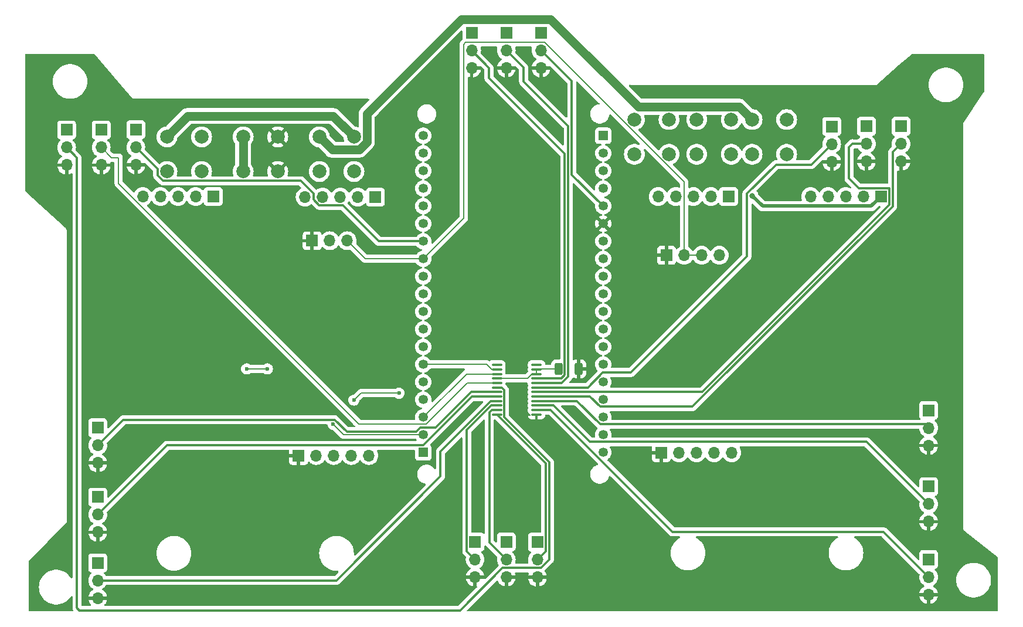
<source format=gbr>
%TF.GenerationSoftware,KiCad,Pcbnew,8.0.6*%
%TF.CreationDate,2024-11-01T13:25:30+01:00*%
%TF.ProjectId,Controller-BMU-Kombi,436f6e74-726f-46c6-9c65-722d424d552d,rev?*%
%TF.SameCoordinates,Original*%
%TF.FileFunction,Copper,L2,Bot*%
%TF.FilePolarity,Positive*%
%FSLAX46Y46*%
G04 Gerber Fmt 4.6, Leading zero omitted, Abs format (unit mm)*
G04 Created by KiCad (PCBNEW 8.0.6) date 2024-11-01 13:25:30*
%MOMM*%
%LPD*%
G01*
G04 APERTURE LIST*
G04 Aperture macros list*
%AMRoundRect*
0 Rectangle with rounded corners*
0 $1 Rounding radius*
0 $2 $3 $4 $5 $6 $7 $8 $9 X,Y pos of 4 corners*
0 Add a 4 corners polygon primitive as box body*
4,1,4,$2,$3,$4,$5,$6,$7,$8,$9,$2,$3,0*
0 Add four circle primitives for the rounded corners*
1,1,$1+$1,$2,$3*
1,1,$1+$1,$4,$5*
1,1,$1+$1,$6,$7*
1,1,$1+$1,$8,$9*
0 Add four rect primitives between the rounded corners*
20,1,$1+$1,$2,$3,$4,$5,0*
20,1,$1+$1,$4,$5,$6,$7,0*
20,1,$1+$1,$6,$7,$8,$9,0*
20,1,$1+$1,$8,$9,$2,$3,0*%
G04 Aperture macros list end*
%TA.AperFunction,ComponentPad*%
%ADD10R,1.700000X1.700000*%
%TD*%
%TA.AperFunction,ComponentPad*%
%ADD11O,1.700000X1.700000*%
%TD*%
%TA.AperFunction,ComponentPad*%
%ADD12C,2.000000*%
%TD*%
%TA.AperFunction,ComponentPad*%
%ADD13R,1.350000X1.350000*%
%TD*%
%TA.AperFunction,ComponentPad*%
%ADD14C,1.350000*%
%TD*%
%TA.AperFunction,SMDPad,CuDef*%
%ADD15RoundRect,0.100000X0.637500X0.100000X-0.637500X0.100000X-0.637500X-0.100000X0.637500X-0.100000X0*%
%TD*%
%TA.AperFunction,SMDPad,CuDef*%
%ADD16RoundRect,0.250000X-0.312500X-0.625000X0.312500X-0.625000X0.312500X0.625000X-0.312500X0.625000X0*%
%TD*%
%TA.AperFunction,ViaPad*%
%ADD17C,0.600000*%
%TD*%
%TA.AperFunction,ViaPad*%
%ADD18C,0.800000*%
%TD*%
%TA.AperFunction,Conductor*%
%ADD19C,1.300000*%
%TD*%
%TA.AperFunction,Conductor*%
%ADD20C,0.300000*%
%TD*%
%TA.AperFunction,Conductor*%
%ADD21C,0.200000*%
%TD*%
%TA.AperFunction,Conductor*%
%ADD22C,0.500000*%
%TD*%
G04 APERTURE END LIST*
D10*
%TO.P,J22,1,Pin_1*%
%TO.N,+5V*%
X88500000Y-54475000D03*
D11*
%TO.P,J22,2,Pin_2*%
%TO.N,SERV17*%
X88500000Y-57015000D03*
%TO.P,J22,3,Pin_3*%
%TO.N,GND*%
X88500000Y-59555000D03*
%TD*%
D10*
%TO.P,J21,1,Pin_1*%
%TO.N,+5V*%
X83500000Y-54500000D03*
D11*
%TO.P,J21,2,Pin_2*%
%TO.N,SERV16*%
X83500000Y-57040000D03*
%TO.P,J21,3,Pin_3*%
%TO.N,GND*%
X83500000Y-59580000D03*
%TD*%
D10*
%TO.P,J10,1,Pin_1*%
%TO.N,+5V*%
X194000000Y-53975000D03*
D11*
%TO.P,J10,2,Pin_2*%
%TO.N,SERV4*%
X194000000Y-56515000D03*
%TO.P,J10,3,Pin_3*%
%TO.N,GND*%
X194000000Y-59055000D03*
%TD*%
D10*
%TO.P,J18,1,Pin_1*%
%TO.N,+5V*%
X83000000Y-107500000D03*
D11*
%TO.P,J18,2,Pin_2*%
%TO.N,SERV13*%
X83000000Y-110040000D03*
%TO.P,J18,3,Pin_3*%
%TO.N,GND*%
X83000000Y-112580000D03*
%TD*%
D12*
%TO.P,U7,1,BAT+*%
%TO.N,CELL4+*%
X174500000Y-53000000D03*
X174500000Y-58000000D03*
%TO.P,U7,2,BAT-*%
%TO.N,CELL4-*%
X169500000Y-53000000D03*
X169500000Y-58000000D03*
%TD*%
D10*
%TO.P,J19,1,Pin_1*%
%TO.N,+5V*%
X83000000Y-97500000D03*
D11*
%TO.P,J19,2,Pin_2*%
%TO.N,SERV14*%
X83000000Y-100040000D03*
%TO.P,J19,3,Pin_3*%
%TO.N,GND*%
X83000000Y-102580000D03*
%TD*%
D12*
%TO.P,U3,1,BAT+*%
%TO.N,Net-(J1-Pin_3)*%
X160500000Y-58000000D03*
X160500000Y-53000000D03*
%TO.P,U3,2,BAT-*%
%TO.N,CELL4-*%
X165500000Y-58000000D03*
X165500000Y-53000000D03*
%TD*%
%TO.P,U5,1,BAT+*%
%TO.N,CELL2+*%
X120000000Y-55500000D03*
X120000000Y-60500000D03*
%TO.P,U5,2,BAT-*%
%TO.N,CELL3+*%
X115000000Y-55500000D03*
X115000000Y-60500000D03*
%TD*%
D10*
%TO.P,J9,1,Pin_1*%
%TO.N,+5V*%
X189000000Y-54000000D03*
D11*
%TO.P,J9,2,Pin_2*%
%TO.N,SERV3*%
X189000000Y-56540000D03*
%TO.P,J9,3,Pin_3*%
%TO.N,GND*%
X189000000Y-59080000D03*
%TD*%
D10*
%TO.P,J26,1,Pin_1*%
%TO.N,GND*%
X165150000Y-72600000D03*
D11*
%TO.P,J26,2,Pin_2*%
%TO.N,DATA*%
X167690000Y-72600000D03*
%TO.P,J26,3,Pin_3*%
X170230000Y-72600000D03*
%TO.P,J26,4,Pin_4*%
%TO.N,+5V*%
X172770000Y-72600000D03*
%TD*%
D10*
%TO.P,J20,1,Pin_1*%
%TO.N,+5V*%
X78500000Y-54500000D03*
D11*
%TO.P,J20,2,Pin_2*%
%TO.N,SERV15*%
X78500000Y-57040000D03*
%TO.P,J20,3,Pin_3*%
%TO.N,GND*%
X78500000Y-59580000D03*
%TD*%
D10*
%TO.P,J8,1,Pin_1*%
%TO.N,+5V*%
X142000000Y-40475000D03*
D11*
%TO.P,J8,2,Pin_2*%
%TO.N,SERV2*%
X142000000Y-43015000D03*
%TO.P,J8,3,Pin_3*%
%TO.N,GND*%
X142000000Y-45555000D03*
%TD*%
D12*
%TO.P,U6,1,BAT+*%
%TO.N,CELL3+*%
X177500000Y-58000000D03*
X177500000Y-53000000D03*
%TO.P,U6,2,BAT-*%
%TO.N,CELL4+*%
X182500000Y-58000000D03*
X182500000Y-53000000D03*
%TD*%
D10*
%TO.P,J13,1,Pin_1*%
%TO.N,+5V*%
X203000000Y-105975000D03*
D11*
%TO.P,J13,2,Pin_2*%
%TO.N,SERV7*%
X203000000Y-108515000D03*
%TO.P,J13,3,Pin_3*%
%TO.N,GND*%
X203000000Y-111055000D03*
%TD*%
D10*
%TO.P,J12,1,Pin_1*%
%TO.N,+5V*%
X203000000Y-94975000D03*
D11*
%TO.P,J12,2,Pin_2*%
%TO.N,SERV6*%
X203000000Y-97515000D03*
%TO.P,J12,3,Pin_3*%
%TO.N,GND*%
X203000000Y-100055000D03*
%TD*%
D10*
%TO.P,J23,1,Pin_1*%
%TO.N,+5V*%
X146500000Y-114000000D03*
D11*
%TO.P,J23,2,Pin_2*%
%TO.N,SERV9*%
X146500000Y-116540000D03*
%TO.P,J23,3,Pin_3*%
%TO.N,GND*%
X146500000Y-119080000D03*
%TD*%
D12*
%TO.P,U4,1,BAT+*%
%TO.N,CELL1+*%
X98000000Y-55500000D03*
X98000000Y-60500000D03*
%TO.P,U4,2,BAT-*%
%TO.N,CELL2+*%
X93000000Y-55500000D03*
X93000000Y-60500000D03*
%TD*%
D10*
%TO.P,J17,1,Pin_1*%
%TO.N,+5V*%
X83000000Y-117000000D03*
D11*
%TO.P,J17,2,Pin_2*%
%TO.N,SERV12*%
X83000000Y-119540000D03*
%TO.P,J17,3,Pin_3*%
%TO.N,GND*%
X83000000Y-122080000D03*
%TD*%
D10*
%TO.P,J15,1,Pin_1*%
%TO.N,+5V*%
X142000000Y-113960000D03*
D11*
%TO.P,J15,2,Pin_2*%
%TO.N,SERV10*%
X142000000Y-116500000D03*
%TO.P,J15,3,Pin_3*%
%TO.N,GND*%
X142000000Y-119040000D03*
%TD*%
D10*
%TO.P,J24,1,Pin_1*%
%TO.N,+5V*%
X147000000Y-40475000D03*
D11*
%TO.P,J24,2,Pin_2*%
%TO.N,SERV18*%
X147000000Y-43015000D03*
%TO.P,J24,3,Pin_3*%
%TO.N,GND*%
X147000000Y-45555000D03*
%TD*%
D10*
%TO.P,J11,1,Pin_1*%
%TO.N,+5V*%
X199000000Y-53975000D03*
D11*
%TO.P,J11,2,Pin_2*%
%TO.N,SERV5*%
X199000000Y-56515000D03*
%TO.P,J11,3,Pin_3*%
%TO.N,GND*%
X199000000Y-59055000D03*
%TD*%
D10*
%TO.P,J14,1,Pin_1*%
%TO.N,+5V*%
X203000000Y-116500000D03*
D11*
%TO.P,J14,2,Pin_2*%
%TO.N,SERV8*%
X203000000Y-119040000D03*
%TO.P,J14,3,Pin_3*%
%TO.N,GND*%
X203000000Y-121580000D03*
%TD*%
D10*
%TO.P,J25,1,Pin_1*%
%TO.N,GND*%
X113960000Y-70500000D03*
D11*
%TO.P,J25,2,Pin_2*%
%TO.N,+5V*%
X116500000Y-70500000D03*
%TO.P,J25,3,Pin_3*%
%TO.N,DATA*%
X119040000Y-70500000D03*
%TD*%
D10*
%TO.P,J5,1,Pin_1*%
%TO.N,GND*%
X112000000Y-101500000D03*
D11*
%TO.P,J5,2,Pin_2*%
%TO.N,+5V*%
X114540000Y-101500000D03*
%TO.P,J5,3,Pin_3*%
%TO.N,VRX1*%
X117080000Y-101500000D03*
%TO.P,J5,4,Pin_4*%
%TO.N,VRY1*%
X119620000Y-101500000D03*
%TO.P,J5,5,Pin_5*%
%TO.N,SW1*%
X122160000Y-101500000D03*
%TD*%
D10*
%TO.P,J7,1,Pin_1*%
%TO.N,+5V*%
X137000000Y-40500000D03*
D11*
%TO.P,J7,2,Pin_2*%
%TO.N,SERV1*%
X137000000Y-43040000D03*
%TO.P,J7,3,Pin_3*%
%TO.N,GND*%
X137000000Y-45580000D03*
%TD*%
D10*
%TO.P,J16,1,Pin_1*%
%TO.N,+5V*%
X137500000Y-113975000D03*
D11*
%TO.P,J16,2,Pin_2*%
%TO.N,SERV11*%
X137500000Y-116515000D03*
%TO.P,J16,3,Pin_3*%
%TO.N,GND*%
X137500000Y-119055000D03*
%TD*%
D10*
%TO.P,J6,1,Pin_1*%
%TO.N,GND*%
X164400000Y-101100000D03*
D11*
%TO.P,J6,2,Pin_2*%
%TO.N,+5V*%
X166940000Y-101100000D03*
%TO.P,J6,3,Pin_3*%
%TO.N,VRX2*%
X169480000Y-101100000D03*
%TO.P,J6,4,Pin_4*%
%TO.N,VRY2*%
X172020000Y-101100000D03*
%TO.P,J6,5,Pin_5*%
%TO.N,SW2*%
X174560000Y-101100000D03*
%TD*%
D13*
%TO.P,U2,J4_1,GND_J4_1*%
%TO.N,unconnected-(U2-GND_J4_1-PadJ4_1)*%
X130000000Y-101055000D03*
D14*
%TO.P,U2,J4_2,G23*%
%TO.N,BUT2*%
X130000000Y-98515000D03*
%TO.P,U2,J4_3,G22*%
%TO.N,SCL*%
X130000000Y-95975000D03*
%TO.P,U2,J4_4,TXD*%
%TO.N,unconnected-(U2-TXD-PadJ4_4)*%
X130000000Y-93435000D03*
%TO.P,U2,J4_5,RXD*%
%TO.N,unconnected-(U2-RXD-PadJ4_5)*%
X130000000Y-90895000D03*
%TO.P,U2,J4_6,G21*%
%TO.N,SDA*%
X130000000Y-88355000D03*
%TO.P,U2,J4_7,GND_J4_7*%
%TO.N,unconnected-(U2-GND_J4_7-PadJ4_7)*%
X130000000Y-85815000D03*
%TO.P,U2,J4_8,G19*%
%TO.N,BUT3*%
X130000000Y-83275000D03*
%TO.P,U2,J4_9,G18*%
%TO.N,BUT4*%
X130000000Y-80735000D03*
%TO.P,U2,J4_10,G5*%
%TO.N,unconnected-(U2-G5-PadJ4_10)*%
X130000000Y-78195000D03*
%TO.P,U2,J4_11,G17*%
%TO.N,BUT5*%
X130000000Y-75655000D03*
%TO.P,U2,J4_12,G16*%
%TO.N,DATA*%
X130000000Y-73115000D03*
%TO.P,U2,J4_13,G4*%
%TO.N,SERV17*%
X130000000Y-70575000D03*
%TO.P,U2,J4_14,G0*%
%TO.N,unconnected-(U2-G0-PadJ4_14)*%
X130000000Y-68035000D03*
%TO.P,U2,J4_15,G2*%
%TO.N,unconnected-(U2-G2-PadJ4_15)*%
X130000000Y-65495000D03*
%TO.P,U2,J4_16,G15*%
%TO.N,unconnected-(U2-G15-PadJ4_16)*%
X130000000Y-62955000D03*
%TO.P,U2,J4_17,SD1*%
%TO.N,unconnected-(U2-SD1-PadJ4_17)*%
X130000000Y-60415000D03*
%TO.P,U2,J4_18,SD0*%
%TO.N,unconnected-(U2-SD0-PadJ4_18)*%
X130000000Y-57875000D03*
%TO.P,U2,J4_19,CLK*%
%TO.N,unconnected-(U2-CLK-PadJ4_19)*%
X130000000Y-55335000D03*
D13*
%TO.P,U2,J5_1,5V*%
%TO.N,+5V*%
X156000000Y-55335000D03*
D14*
%TO.P,U2,J5_2,CMD*%
%TO.N,unconnected-(U2-CMD-PadJ5_2)*%
X156000000Y-57875000D03*
%TO.P,U2,J5_3,SD3*%
%TO.N,unconnected-(U2-SD3-PadJ5_3)*%
X156000000Y-60415000D03*
%TO.P,U2,J5_4,SD2*%
%TO.N,unconnected-(U2-SD2-PadJ5_4)*%
X156000000Y-62955000D03*
%TO.P,U2,J5_5,G13*%
%TO.N,SERV18*%
X156000000Y-65495000D03*
%TO.P,U2,J5_6,GND_J5_6*%
%TO.N,GND*%
X156000000Y-68035000D03*
%TO.P,U2,J5_7,G12*%
%TO.N,unconnected-(U2-G12-PadJ5_7)*%
X156000000Y-70575000D03*
%TO.P,U2,J5_8,G14*%
%TO.N,unconnected-(U2-G14-PadJ5_8)*%
X156000000Y-73115000D03*
%TO.P,U2,J5_9,G27*%
%TO.N,SW2*%
X156000000Y-75655000D03*
%TO.P,U2,J5_10,G26*%
%TO.N,SW1*%
X156000000Y-78195000D03*
%TO.P,U2,J5_11,G25*%
%TO.N,BUT1*%
X156000000Y-80735000D03*
%TO.P,U2,J5_12,G33*%
%TO.N,VRY1*%
X156000000Y-83275000D03*
%TO.P,U2,J5_13,G32*%
%TO.N,VRX1*%
X156000000Y-85815000D03*
%TO.P,U2,J5_14,G35*%
%TO.N,VRY2*%
X156000000Y-88355000D03*
%TO.P,U2,J5_15,G34*%
%TO.N,VRX2*%
X156000000Y-90895000D03*
%TO.P,U2,J5_16,SN*%
%TO.N,unconnected-(U2-SN-PadJ5_16)*%
X156000000Y-93435000D03*
%TO.P,U2,J5_17,SP*%
%TO.N,unconnected-(U2-SP-PadJ5_17)*%
X156000000Y-95975000D03*
%TO.P,U2,J5_18,EN*%
%TO.N,unconnected-(U2-EN-PadJ5_18)*%
X156000000Y-98515000D03*
%TO.P,U2,J5_19,3V3*%
%TO.N,unconnected-(U2-3V3-PadJ5_19)*%
X156000000Y-101055000D03*
%TD*%
D10*
%TO.P,J3,1,Pin_1*%
%TO.N,Net-(J1-Pin_1)*%
X174100000Y-64120000D03*
D11*
%TO.P,J3,2,Pin_2*%
%TO.N,Net-(J1-Pin_2)*%
X171560000Y-64120000D03*
%TO.P,J3,3,Pin_3*%
%TO.N,unconnected-(J3-Pin_3-Pad3)*%
X169020000Y-64120000D03*
%TO.P,J3,4,Pin_4*%
%TO.N,CELL3+*%
X166480000Y-64120000D03*
%TO.P,J3,5,Pin_5*%
%TO.N,CELL4+*%
X163940000Y-64120000D03*
%TD*%
D10*
%TO.P,J1,1,Pin_1*%
%TO.N,Net-(J1-Pin_1)*%
X99675217Y-64100000D03*
D11*
%TO.P,J1,2,Pin_2*%
%TO.N,Net-(J1-Pin_2)*%
X97135217Y-64100000D03*
%TO.P,J1,3,Pin_3*%
%TO.N,Net-(J1-Pin_3)*%
X94595217Y-64100000D03*
%TO.P,J1,4,Pin_4*%
%TO.N,CELL1+*%
X92055217Y-64100000D03*
%TO.P,J1,5,Pin_5*%
%TO.N,CELL2+*%
X89515217Y-64100000D03*
%TD*%
D15*
%TO.P,U9,1,~{INT}*%
%TO.N,unconnected-(U9-~{INT}-Pad1)*%
X146362500Y-88425000D03*
%TO.P,U9,2,A1*%
%TO.N,Net-(U9-A0)*%
X146362500Y-89075000D03*
%TO.P,U9,3,A2*%
X146362500Y-89725000D03*
%TO.P,U9,4,IO0_0*%
%TO.N,SERV1*%
X146362500Y-90375000D03*
%TO.P,U9,5,IO0_1*%
%TO.N,SERV2*%
X146362500Y-91025000D03*
%TO.P,U9,6,IO0_2*%
%TO.N,SERV3*%
X146362500Y-91675000D03*
%TO.P,U9,7,IO0_3*%
%TO.N,SERV4*%
X146362500Y-92325000D03*
%TO.P,U9,8,IO0_4*%
%TO.N,SERV5*%
X146362500Y-92975000D03*
%TO.P,U9,9,IO0_5*%
%TO.N,SERV6*%
X146362500Y-93625000D03*
%TO.P,U9,10,IO0_6*%
%TO.N,SERV7*%
X146362500Y-94275000D03*
%TO.P,U9,11,IO0_7*%
%TO.N,SERV8*%
X146362500Y-94925000D03*
%TO.P,U9,12,VSS*%
%TO.N,GND*%
X146362500Y-95575000D03*
%TO.P,U9,13,IO1_0*%
%TO.N,SERV9*%
X140637500Y-95575000D03*
%TO.P,U9,14,IO1_1*%
%TO.N,SERV10*%
X140637500Y-94925000D03*
%TO.P,U9,15,IO1_2*%
%TO.N,SERV11*%
X140637500Y-94275000D03*
%TO.P,U9,16,IO1_3*%
%TO.N,SERV12*%
X140637500Y-93625000D03*
%TO.P,U9,17,IO1_4*%
%TO.N,SERV13*%
X140637500Y-92975000D03*
%TO.P,U9,18,IO1_5*%
%TO.N,SERV14*%
X140637500Y-92325000D03*
%TO.P,U9,19,IO1_6*%
%TO.N,SERV15*%
X140637500Y-91675000D03*
%TO.P,U9,20,IO1_7*%
%TO.N,SERV16*%
X140637500Y-91025000D03*
%TO.P,U9,21,A0*%
%TO.N,Net-(U9-A0)*%
X140637500Y-90375000D03*
%TO.P,U9,22,SCL*%
%TO.N,SCL*%
X140637500Y-89725000D03*
%TO.P,U9,23,SDA*%
%TO.N,SDA*%
X140637500Y-89075000D03*
%TO.P,U9,24,VDD*%
%TO.N,unconnected-(U9-VDD-Pad24)*%
X140637500Y-88425000D03*
%TD*%
D10*
%TO.P,J4,1,Pin_1*%
%TO.N,Net-(J1-Pin_1)*%
X196100000Y-64120000D03*
D11*
%TO.P,J4,2,Pin_2*%
%TO.N,Net-(J1-Pin_2)*%
X193560000Y-64120000D03*
%TO.P,J4,3,Pin_3*%
%TO.N,unconnected-(J4-Pin_3-Pad3)*%
X191020000Y-64120000D03*
%TO.P,J4,4,Pin_4*%
%TO.N,CELL4+*%
X188480000Y-64120000D03*
%TO.P,J4,5,Pin_5*%
%TO.N,CELL4-*%
X185940000Y-64120000D03*
%TD*%
D10*
%TO.P,J2,1,Pin_1*%
%TO.N,Net-(J1-Pin_1)*%
X123100000Y-64180000D03*
D11*
%TO.P,J2,2,Pin_2*%
%TO.N,Net-(J1-Pin_2)*%
X120560000Y-64180000D03*
%TO.P,J2,3,Pin_3*%
%TO.N,unconnected-(J2-Pin_3-Pad3)*%
X118020000Y-64180000D03*
%TO.P,J2,4,Pin_4*%
%TO.N,CELL2+*%
X115480000Y-64180000D03*
%TO.P,J2,5,Pin_5*%
%TO.N,CELL3+*%
X112940000Y-64180000D03*
%TD*%
D16*
%TO.P,R2,1*%
%TO.N,Net-(U9-A0)*%
X149537500Y-89000000D03*
%TO.P,R2,2*%
%TO.N,GND*%
X152462500Y-89000000D03*
%TD*%
D12*
%TO.P,U8,1,BAT+*%
%TO.N,+5V*%
X104000000Y-60500000D03*
X104000000Y-55500000D03*
%TO.P,U8,2,BAT-*%
%TO.N,GND*%
X109000000Y-60500000D03*
X109000000Y-55500000D03*
%TD*%
D17*
%TO.N,GND*%
X160500000Y-91000000D03*
X160000000Y-98500000D03*
X160000000Y-95500000D03*
X168000000Y-55500000D03*
X173000000Y-55500000D03*
X180500000Y-55500000D03*
X86000000Y-53000000D03*
X95000000Y-58000000D03*
X100500000Y-57500000D03*
X182500000Y-73500000D03*
X127000000Y-72000000D03*
X127000000Y-68500000D03*
X125000000Y-96000000D03*
X153000000Y-86000000D03*
%TO.N,Net-(R1-Pad1)*%
X104500000Y-89000000D03*
X107500000Y-89000000D03*
%TO.N,GND*%
X106500000Y-55500000D03*
X133500000Y-49000000D03*
X125500000Y-56000000D03*
X141451169Y-71954878D03*
X127000000Y-62500000D03*
X112000000Y-57500000D03*
X152500000Y-96500000D03*
X148000000Y-98500000D03*
X160500000Y-62500000D03*
X143500000Y-62000000D03*
X125000000Y-86000000D03*
X125500000Y-82500000D03*
X119500000Y-89000000D03*
X139500000Y-80000000D03*
X136000000Y-85500000D03*
X133000000Y-90500000D03*
X138000000Y-107500000D03*
X143500000Y-107500000D03*
X152000000Y-106500000D03*
X181000000Y-85500000D03*
X177500000Y-82500000D03*
X109500000Y-102000000D03*
X116500000Y-98500000D03*
D18*
%TO.N,Net-(J1-Pin_1)*%
X177500000Y-64000000D03*
D17*
%TO.N,GND*%
X85000000Y-122500000D03*
X139500000Y-43500000D03*
X82500000Y-63000000D03*
X143500000Y-48000000D03*
X166500000Y-70500000D03*
%TO.N,BUT1*%
X126500000Y-92500000D03*
X120000000Y-93500000D03*
%TO.N,BUT2*%
X117000000Y-97000000D03*
%TD*%
D19*
%TO.N,+5V*%
X104000000Y-55500000D02*
X104000000Y-60500000D01*
D20*
%TO.N,SERV17*%
X118380000Y-65380000D02*
X123575000Y-70575000D01*
X114140000Y-64537057D02*
X114982943Y-65380000D01*
X114140000Y-63682943D02*
X114140000Y-64537057D01*
X112307057Y-61850000D02*
X114140000Y-63682943D01*
X104559189Y-61850000D02*
X112307057Y-61850000D01*
X114982943Y-65380000D02*
X118380000Y-65380000D01*
X123575000Y-70575000D02*
X130000000Y-70575000D01*
X91650000Y-61059189D02*
X91650000Y-60165000D01*
X92440811Y-61850000D02*
X91650000Y-61059189D01*
X91650000Y-60165000D02*
X88500000Y-57015000D01*
X104559189Y-61850000D02*
X92440811Y-61850000D01*
D21*
%TO.N,Net-(R1-Pad1)*%
X107500000Y-89000000D02*
X104500000Y-89000000D01*
D19*
%TO.N,CELL2+*%
X117000000Y-52500000D02*
X96000000Y-52500000D01*
X96000000Y-52500000D02*
X93000000Y-55500000D01*
X120000000Y-55500000D02*
X117000000Y-52500000D01*
%TO.N,CELL3+*%
X120766296Y-57350000D02*
X116850000Y-57350000D01*
X121850000Y-56266296D02*
X120766296Y-57350000D01*
X121850000Y-52150000D02*
X121850000Y-56266296D01*
X135500000Y-38500000D02*
X121850000Y-52150000D01*
X116850000Y-57350000D02*
X115000000Y-55500000D01*
X148425000Y-38500000D02*
X135500000Y-38500000D01*
X175650000Y-51150000D02*
X161075000Y-51150000D01*
X177500000Y-53000000D02*
X175650000Y-51150000D01*
X161075000Y-51150000D02*
X148425000Y-38500000D01*
D21*
%TO.N,DATA*%
X167690000Y-72600000D02*
X170230000Y-72600000D01*
X136135000Y-41865000D02*
X147526522Y-41865000D01*
X135850000Y-67265000D02*
X135850000Y-42150000D01*
X135850000Y-42150000D02*
X136135000Y-41865000D01*
X147526522Y-41865000D02*
X167690000Y-62028478D01*
X130000000Y-73115000D02*
X135850000Y-67265000D01*
X167690000Y-62028478D02*
X167690000Y-72600000D01*
X121655000Y-73115000D02*
X119040000Y-70500000D01*
X130000000Y-73115000D02*
X121655000Y-73115000D01*
D20*
%TO.N,SERV1*%
X149955456Y-90375000D02*
X146362500Y-90375000D01*
X139500000Y-47000000D02*
X150450000Y-57950000D01*
X150450000Y-89880456D02*
X149955456Y-90375000D01*
X139500000Y-45540000D02*
X139500000Y-47000000D01*
X137000000Y-43040000D02*
X139500000Y-45540000D01*
X150450000Y-57950000D02*
X150450000Y-89880456D01*
%TO.N,SERV12*%
X132500000Y-100910787D02*
X139785787Y-93625000D01*
X132500000Y-104500000D02*
X132500000Y-100910787D01*
X117460000Y-119540000D02*
X132500000Y-104500000D01*
X139785787Y-93625000D02*
X140637500Y-93625000D01*
X83000000Y-119540000D02*
X117460000Y-119540000D01*
%TO.N,SERV15*%
X80000000Y-58540000D02*
X78500000Y-57040000D01*
X80000000Y-123500000D02*
X80000000Y-58540000D01*
X80350000Y-123850000D02*
X80000000Y-123500000D01*
X135352943Y-123850000D02*
X80350000Y-123850000D01*
X141462943Y-117740000D02*
X135352943Y-123850000D01*
X146997057Y-117740000D02*
X141462943Y-117740000D01*
X141725000Y-95955394D02*
X148200000Y-102430394D01*
X141725000Y-92025001D02*
X141725000Y-95955394D01*
X141374999Y-91675000D02*
X141725000Y-92025001D01*
X148200000Y-102430394D02*
X148200000Y-116537057D01*
X148200000Y-116537057D02*
X146997057Y-117740000D01*
X140637500Y-91675000D02*
X141374999Y-91675000D01*
%TO.N,SERV4*%
X192015000Y-56515000D02*
X194000000Y-56515000D01*
X191500000Y-57000000D02*
X192000000Y-56500000D01*
X191500000Y-61500000D02*
X191500000Y-57000000D01*
X197300000Y-62920000D02*
X192920000Y-62920000D01*
X197300000Y-65320000D02*
X197300000Y-62920000D01*
X192000000Y-56500000D02*
X192015000Y-56515000D01*
X170295000Y-92325000D02*
X197300000Y-65320000D01*
X192920000Y-62920000D02*
X191500000Y-61500000D01*
X146362500Y-92325000D02*
X170295000Y-92325000D01*
D21*
%TO.N,SERV16*%
X86000000Y-58500000D02*
X84960000Y-58500000D01*
X86000000Y-62211129D02*
X86000000Y-58500000D01*
X130403859Y-96950000D02*
X120738871Y-96950000D01*
X120738871Y-96950000D02*
X86000000Y-62211129D01*
X136328859Y-91025000D02*
X130403859Y-96950000D01*
X140637500Y-91025000D02*
X136328859Y-91025000D01*
D22*
%TO.N,Net-(J1-Pin_1)*%
X179000000Y-65500000D02*
X194720000Y-65500000D01*
X194720000Y-65500000D02*
X196100000Y-64120000D01*
X177500000Y-64000000D02*
X179000000Y-65500000D01*
D21*
%TO.N,BUT1*%
X126500000Y-92500000D02*
X121000000Y-92500000D01*
X121000000Y-92500000D02*
X120000000Y-93500000D01*
%TO.N,BUT2*%
X129985000Y-98500000D02*
X130000000Y-98515000D01*
X118500000Y-98500000D02*
X129985000Y-98500000D01*
X117000000Y-97000000D02*
X118500000Y-98500000D01*
D20*
%TO.N,SERV2*%
X144500000Y-47500000D02*
X150950000Y-53950000D01*
X150012562Y-91025000D02*
X146362500Y-91025000D01*
X144500000Y-45500000D02*
X144500000Y-47500000D01*
X142000000Y-43015000D02*
X142015000Y-43015000D01*
X150950000Y-53950000D02*
X150950000Y-90087562D01*
X150950000Y-90087562D02*
X150012562Y-91025000D01*
X142015000Y-43015000D02*
X144500000Y-45500000D01*
%TO.N,SERV3*%
X160000000Y-89500000D02*
X176750000Y-72750000D01*
X180939339Y-59500000D02*
X186040000Y-59500000D01*
X155945431Y-89500000D02*
X160000000Y-89500000D01*
X153770431Y-91675000D02*
X155945431Y-89500000D01*
X146362500Y-91675000D02*
X153770431Y-91675000D01*
X186040000Y-59500000D02*
X189000000Y-56540000D01*
X176750000Y-72750000D02*
X176750000Y-63689339D01*
X176750000Y-63689339D02*
X180939339Y-59500000D01*
%TO.N,SERV5*%
X146362500Y-92975000D02*
X154090431Y-92975000D01*
X154090431Y-92975000D02*
X155575431Y-94460000D01*
X197800000Y-57715000D02*
X199000000Y-56515000D01*
X155575431Y-94460000D02*
X168867107Y-94460000D01*
X168867107Y-94460000D02*
X197800000Y-65527107D01*
X197800000Y-65527107D02*
X197800000Y-57715000D01*
%TO.N,SERV6*%
X146362500Y-93625000D02*
X152200431Y-93625000D01*
X202485000Y-97000000D02*
X203000000Y-97515000D01*
X152200431Y-93625000D02*
X155575431Y-97000000D01*
X155575431Y-97000000D02*
X202485000Y-97000000D01*
%TO.N,SERV7*%
X194025000Y-99540000D02*
X203000000Y-108515000D01*
X148775000Y-94275000D02*
X154040000Y-99540000D01*
X154040000Y-99540000D02*
X194025000Y-99540000D01*
X146362500Y-94275000D02*
X148775000Y-94275000D01*
%TO.N,SERV8*%
X165995431Y-112500000D02*
X196460000Y-112500000D01*
X148420431Y-94925000D02*
X165995431Y-112500000D01*
X146362500Y-94925000D02*
X148420431Y-94925000D01*
X196460000Y-112500000D02*
X203000000Y-119040000D01*
%TO.N,SERV10*%
X139550000Y-114050000D02*
X139550000Y-95275001D01*
X139900001Y-94925000D02*
X140637500Y-94925000D01*
X139550000Y-95275001D02*
X139900001Y-94925000D01*
X142000000Y-116500000D02*
X139550000Y-114050000D01*
%TO.N,SERV11*%
X139842894Y-94275000D02*
X140637500Y-94275000D01*
X137500000Y-116515000D02*
X136300000Y-115315000D01*
X136300000Y-97817894D02*
X139842894Y-94275000D01*
X136300000Y-115315000D02*
X136300000Y-97817894D01*
%TO.N,SERV13*%
X140637500Y-92975000D02*
X137025000Y-92975000D01*
X137025000Y-92975000D02*
X129970000Y-100030000D01*
X93010000Y-100030000D02*
X83000000Y-110040000D01*
X129970000Y-100030000D02*
X93010000Y-100030000D01*
%TO.N,SERV14*%
X129575431Y-97490000D02*
X129015431Y-98050000D01*
X118969239Y-98050000D02*
X117269239Y-96350000D01*
X86690000Y-96350000D02*
X83000000Y-100040000D01*
X131802894Y-97490000D02*
X129575431Y-97490000D01*
X136967894Y-92325000D02*
X131802894Y-97490000D01*
X117269239Y-96350000D02*
X86690000Y-96350000D01*
X140637500Y-92325000D02*
X136967894Y-92325000D01*
X129015431Y-98050000D02*
X118969239Y-98050000D01*
%TO.N,SERV9*%
X147700000Y-115340000D02*
X146500000Y-116540000D01*
X140637500Y-95575000D02*
X147700000Y-102637500D01*
X147700000Y-102637500D02*
X147700000Y-115340000D01*
%TO.N,SERV18*%
X147000000Y-43015000D02*
X151450000Y-47465000D01*
X151450000Y-47465000D02*
X151450000Y-60945000D01*
X151450000Y-60945000D02*
X156000000Y-65495000D01*
D21*
%TO.N,SDA*%
X140637500Y-89075000D02*
X139900001Y-89075000D01*
X139180001Y-88355000D02*
X130000000Y-88355000D01*
X139900001Y-89075000D02*
X139180001Y-88355000D01*
%TO.N,SCL*%
X140637500Y-89725000D02*
X136250000Y-89725000D01*
X136250000Y-89725000D02*
X130000000Y-95975000D01*
%TO.N,Net-(U9-A0)*%
X145056544Y-90375000D02*
X145706544Y-89725000D01*
X149537500Y-89000000D02*
X146437500Y-89000000D01*
X140637500Y-90375000D02*
X145056544Y-90375000D01*
X145706544Y-89725000D02*
X146362500Y-89725000D01*
X146362500Y-89725000D02*
X146362500Y-89075000D01*
X146437500Y-89000000D02*
X146362500Y-89075000D01*
%TO.N,SERV16*%
X84960000Y-58500000D02*
X83500000Y-57040000D01*
%TD*%
%TA.AperFunction,Conductor*%
%TO.N,GND*%
G36*
X135568834Y-40160731D02*
G01*
X135624767Y-40202603D01*
X135649184Y-40268067D01*
X135649500Y-40276913D01*
X135649500Y-41397870D01*
X135649501Y-41397881D01*
X135653195Y-41432245D01*
X135640787Y-41501004D01*
X135617587Y-41533177D01*
X135481286Y-41669478D01*
X135369481Y-41781282D01*
X135369477Y-41781287D01*
X135320590Y-41865964D01*
X135320590Y-41865965D01*
X135290423Y-41918214D01*
X135290423Y-41918215D01*
X135249499Y-42070943D01*
X135249499Y-42070945D01*
X135249499Y-42239046D01*
X135249500Y-42239059D01*
X135249500Y-66964902D01*
X135229815Y-67031941D01*
X135213181Y-67052583D01*
X131371267Y-70894497D01*
X131309944Y-70927982D01*
X131240252Y-70922998D01*
X131184319Y-70881126D01*
X131159902Y-70815662D01*
X131160115Y-70795375D01*
X131165672Y-70735412D01*
X131180536Y-70575000D01*
X131160435Y-70358077D01*
X131100817Y-70148541D01*
X131003712Y-69953528D01*
X130872427Y-69779678D01*
X130872420Y-69779672D01*
X130711433Y-69632913D01*
X130711423Y-69632906D01*
X130526213Y-69518229D01*
X130526207Y-69518226D01*
X130441113Y-69485260D01*
X130323069Y-69439530D01*
X130255440Y-69426888D01*
X130193161Y-69395221D01*
X130157888Y-69334909D01*
X130160822Y-69265100D01*
X130201031Y-69207960D01*
X130255439Y-69183112D01*
X130323069Y-69170470D01*
X130526210Y-69091772D01*
X130711432Y-68977088D01*
X130872427Y-68830322D01*
X131003712Y-68656472D01*
X131100817Y-68461459D01*
X131160435Y-68251923D01*
X131180536Y-68035000D01*
X131160435Y-67818077D01*
X131100817Y-67608541D01*
X131003712Y-67413528D01*
X130872427Y-67239678D01*
X130711432Y-67092912D01*
X130711428Y-67092909D01*
X130711423Y-67092906D01*
X130526213Y-66978229D01*
X130526207Y-66978226D01*
X130441113Y-66945260D01*
X130323069Y-66899530D01*
X130255440Y-66886888D01*
X130193161Y-66855221D01*
X130157888Y-66794909D01*
X130160822Y-66725100D01*
X130201031Y-66667960D01*
X130255439Y-66643112D01*
X130323069Y-66630470D01*
X130526210Y-66551772D01*
X130711432Y-66437088D01*
X130872427Y-66290322D01*
X131003712Y-66116472D01*
X131100817Y-65921459D01*
X131160435Y-65711923D01*
X131180536Y-65495000D01*
X131176890Y-65455659D01*
X131171505Y-65397543D01*
X131160435Y-65278077D01*
X131100817Y-65068541D01*
X131003712Y-64873528D01*
X130872427Y-64699678D01*
X130810982Y-64643664D01*
X130711433Y-64552913D01*
X130711423Y-64552906D01*
X130526213Y-64438229D01*
X130526207Y-64438226D01*
X130441113Y-64405260D01*
X130323069Y-64359530D01*
X130255440Y-64346888D01*
X130193161Y-64315221D01*
X130157888Y-64254909D01*
X130160822Y-64185100D01*
X130201031Y-64127960D01*
X130255439Y-64103112D01*
X130323069Y-64090470D01*
X130526210Y-64011772D01*
X130711432Y-63897088D01*
X130872427Y-63750322D01*
X131003712Y-63576472D01*
X131100817Y-63381459D01*
X131160435Y-63171923D01*
X131180536Y-62955000D01*
X131177845Y-62925965D01*
X131172332Y-62866467D01*
X131160435Y-62738077D01*
X131100817Y-62528541D01*
X131003712Y-62333528D01*
X130872427Y-62159678D01*
X130856874Y-62145500D01*
X130711433Y-62012913D01*
X130711423Y-62012906D01*
X130526213Y-61898229D01*
X130526207Y-61898226D01*
X130441113Y-61865260D01*
X130323069Y-61819530D01*
X130255440Y-61806888D01*
X130193161Y-61775221D01*
X130157888Y-61714909D01*
X130160822Y-61645100D01*
X130201031Y-61587960D01*
X130255439Y-61563112D01*
X130323069Y-61550470D01*
X130526210Y-61471772D01*
X130711432Y-61357088D01*
X130872427Y-61210322D01*
X131003712Y-61036472D01*
X131100817Y-60841459D01*
X131160435Y-60631923D01*
X131180536Y-60415000D01*
X131180131Y-60410634D01*
X131170529Y-60307007D01*
X131160435Y-60198077D01*
X131100817Y-59988541D01*
X131003712Y-59793528D01*
X130872427Y-59619678D01*
X130823655Y-59575217D01*
X130711433Y-59472913D01*
X130711423Y-59472906D01*
X130526213Y-59358229D01*
X130526207Y-59358226D01*
X130439626Y-59324685D01*
X130323069Y-59279530D01*
X130255440Y-59266888D01*
X130193161Y-59235221D01*
X130157888Y-59174909D01*
X130160822Y-59105100D01*
X130201031Y-59047960D01*
X130255439Y-59023112D01*
X130323069Y-59010470D01*
X130526210Y-58931772D01*
X130711432Y-58817088D01*
X130872427Y-58670322D01*
X131003712Y-58496472D01*
X131100817Y-58301459D01*
X131160435Y-58091923D01*
X131180536Y-57875000D01*
X131160435Y-57658077D01*
X131100817Y-57448541D01*
X131003712Y-57253528D01*
X130872427Y-57079678D01*
X130801478Y-57015000D01*
X130711433Y-56932913D01*
X130711423Y-56932906D01*
X130526213Y-56818229D01*
X130526207Y-56818226D01*
X130426464Y-56779586D01*
X130323069Y-56739530D01*
X130255440Y-56726888D01*
X130193161Y-56695221D01*
X130157888Y-56634909D01*
X130160822Y-56565100D01*
X130201031Y-56507960D01*
X130255439Y-56483112D01*
X130323069Y-56470470D01*
X130526210Y-56391772D01*
X130711432Y-56277088D01*
X130872427Y-56130322D01*
X131003712Y-55956472D01*
X131100817Y-55761459D01*
X131160435Y-55551923D01*
X131180536Y-55335000D01*
X131160435Y-55118077D01*
X131100817Y-54908541D01*
X131003712Y-54713528D01*
X130872427Y-54539678D01*
X130840604Y-54510668D01*
X130711433Y-54392913D01*
X130711423Y-54392906D01*
X130526213Y-54278229D01*
X130526207Y-54278226D01*
X130427386Y-54239943D01*
X130323069Y-54199530D01*
X130108926Y-54159500D01*
X129891074Y-54159500D01*
X129676931Y-54199530D01*
X129633896Y-54216202D01*
X129473792Y-54278226D01*
X129473786Y-54278229D01*
X129288576Y-54392906D01*
X129288566Y-54392913D01*
X129127574Y-54539676D01*
X128996288Y-54713527D01*
X128899184Y-54908537D01*
X128899183Y-54908541D01*
X128854004Y-55067331D01*
X128839564Y-55118081D01*
X128819464Y-55334999D01*
X128819464Y-55335000D01*
X128839564Y-55551918D01*
X128839564Y-55551920D01*
X128839565Y-55551923D01*
X128895279Y-55747738D01*
X128899184Y-55761462D01*
X128979886Y-55923533D01*
X128996288Y-55956472D01*
X129127573Y-56130322D01*
X129288568Y-56277088D01*
X129288575Y-56277092D01*
X129288576Y-56277093D01*
X129473786Y-56391770D01*
X129473792Y-56391773D01*
X129496664Y-56400633D01*
X129676931Y-56470470D01*
X129744558Y-56483111D01*
X129806838Y-56514779D01*
X129842111Y-56575092D01*
X129839177Y-56644900D01*
X129798968Y-56702040D01*
X129744558Y-56726888D01*
X129676931Y-56739530D01*
X129628130Y-56758435D01*
X129473792Y-56818226D01*
X129473786Y-56818229D01*
X129288576Y-56932906D01*
X129288566Y-56932913D01*
X129127574Y-57079676D01*
X128996288Y-57253527D01*
X128899184Y-57448537D01*
X128839564Y-57658081D01*
X128819464Y-57874999D01*
X128819464Y-57875000D01*
X128839564Y-58091918D01*
X128839564Y-58091920D01*
X128839565Y-58091923D01*
X128881215Y-58238307D01*
X128899184Y-58301462D01*
X128986058Y-58475928D01*
X128996288Y-58496472D01*
X129127573Y-58670322D01*
X129288568Y-58817088D01*
X129288575Y-58817092D01*
X129288576Y-58817093D01*
X129473786Y-58931770D01*
X129473792Y-58931773D01*
X129496664Y-58940633D01*
X129676931Y-59010470D01*
X129744558Y-59023111D01*
X129806838Y-59054779D01*
X129842111Y-59115092D01*
X129839177Y-59184900D01*
X129798968Y-59242040D01*
X129744558Y-59266888D01*
X129676931Y-59279530D01*
X129628130Y-59298435D01*
X129473792Y-59358226D01*
X129473786Y-59358229D01*
X129288576Y-59472906D01*
X129288566Y-59472913D01*
X129127574Y-59619676D01*
X128996288Y-59793527D01*
X128899184Y-59988537D01*
X128873161Y-60080000D01*
X128852296Y-60153334D01*
X128839564Y-60198081D01*
X128819464Y-60414999D01*
X128819464Y-60415000D01*
X128839564Y-60631918D01*
X128839564Y-60631920D01*
X128839565Y-60631923D01*
X128879909Y-60773718D01*
X128899184Y-60841462D01*
X128933628Y-60910634D01*
X128996288Y-61036472D01*
X129127573Y-61210322D01*
X129288568Y-61357088D01*
X129288575Y-61357092D01*
X129288576Y-61357093D01*
X129473786Y-61471770D01*
X129473792Y-61471773D01*
X129496664Y-61480633D01*
X129676931Y-61550470D01*
X129744558Y-61563111D01*
X129806838Y-61594779D01*
X129842111Y-61655092D01*
X129839177Y-61724900D01*
X129798968Y-61782040D01*
X129744558Y-61806888D01*
X129676931Y-61819530D01*
X129628130Y-61838435D01*
X129473792Y-61898226D01*
X129473786Y-61898229D01*
X129288576Y-62012906D01*
X129288566Y-62012913D01*
X129127574Y-62159676D01*
X128996288Y-62333527D01*
X128899184Y-62528537D01*
X128839564Y-62738081D01*
X128819464Y-62954999D01*
X128819464Y-62955000D01*
X128839564Y-63171918D01*
X128839564Y-63171920D01*
X128839565Y-63171923D01*
X128899113Y-63381212D01*
X128899184Y-63381462D01*
X128964909Y-63513454D01*
X128996288Y-63576472D01*
X129127573Y-63750322D01*
X129288568Y-63897088D01*
X129288575Y-63897092D01*
X129288576Y-63897093D01*
X129473786Y-64011770D01*
X129473792Y-64011773D01*
X129496664Y-64020633D01*
X129676931Y-64090470D01*
X129744558Y-64103111D01*
X129806838Y-64134779D01*
X129842111Y-64195092D01*
X129839177Y-64264900D01*
X129798968Y-64322040D01*
X129744558Y-64346888D01*
X129676931Y-64359530D01*
X129628130Y-64378435D01*
X129473792Y-64438226D01*
X129473786Y-64438229D01*
X129288576Y-64552906D01*
X129288566Y-64552913D01*
X129127574Y-64699676D01*
X128996288Y-64873527D01*
X128899184Y-65068537D01*
X128839564Y-65278081D01*
X128819464Y-65494999D01*
X128819464Y-65495000D01*
X128839564Y-65711918D01*
X128839564Y-65711920D01*
X128839565Y-65711923D01*
X128865515Y-65803127D01*
X128899184Y-65921462D01*
X128979597Y-66082952D01*
X128996288Y-66116472D01*
X129127573Y-66290322D01*
X129288568Y-66437088D01*
X129288575Y-66437092D01*
X129288576Y-66437093D01*
X129473786Y-66551770D01*
X129473792Y-66551773D01*
X129496664Y-66560633D01*
X129676931Y-66630470D01*
X129744558Y-66643111D01*
X129806838Y-66674779D01*
X129842111Y-66735092D01*
X129839177Y-66804900D01*
X129798968Y-66862040D01*
X129744558Y-66886888D01*
X129676931Y-66899530D01*
X129675677Y-66900016D01*
X129473792Y-66978226D01*
X129473786Y-66978229D01*
X129288576Y-67092906D01*
X129288566Y-67092913D01*
X129127574Y-67239676D01*
X128996288Y-67413527D01*
X128899184Y-67608537D01*
X128839564Y-67818081D01*
X128819464Y-68034999D01*
X128819464Y-68035000D01*
X128839564Y-68251918D01*
X128839564Y-68251920D01*
X128839565Y-68251923D01*
X128899134Y-68461287D01*
X128899184Y-68461462D01*
X128965456Y-68594554D01*
X128996288Y-68656472D01*
X129127573Y-68830322D01*
X129288568Y-68977088D01*
X129288575Y-68977092D01*
X129288576Y-68977093D01*
X129473786Y-69091770D01*
X129473792Y-69091773D01*
X129496664Y-69100633D01*
X129676931Y-69170470D01*
X129744558Y-69183111D01*
X129806838Y-69214779D01*
X129842111Y-69275092D01*
X129839177Y-69344900D01*
X129798968Y-69402040D01*
X129744558Y-69426888D01*
X129676931Y-69439530D01*
X129628130Y-69458435D01*
X129473792Y-69518226D01*
X129473786Y-69518229D01*
X129288576Y-69632906D01*
X129288566Y-69632913D01*
X129127578Y-69779672D01*
X129127575Y-69779676D01*
X129127573Y-69779678D01*
X129063159Y-69864977D01*
X129055419Y-69875226D01*
X128999310Y-69916863D01*
X128956465Y-69924500D01*
X123895808Y-69924500D01*
X123828769Y-69904815D01*
X123808127Y-69888181D01*
X119096177Y-65176231D01*
X119062692Y-65114908D01*
X119067676Y-65045216D01*
X119082278Y-65017435D01*
X119188426Y-64865839D01*
X119243003Y-64822216D01*
X119312501Y-64815024D01*
X119374856Y-64846546D01*
X119391575Y-64865842D01*
X119521500Y-65051395D01*
X119521505Y-65051401D01*
X119688599Y-65218495D01*
X119767913Y-65274031D01*
X119882165Y-65354032D01*
X119882167Y-65354033D01*
X119882170Y-65354035D01*
X120096337Y-65453903D01*
X120096343Y-65453904D01*
X120096344Y-65453905D01*
X120136192Y-65464582D01*
X120324592Y-65515063D01*
X120501034Y-65530500D01*
X120559999Y-65535659D01*
X120560000Y-65535659D01*
X120560001Y-65535659D01*
X120618966Y-65530500D01*
X120795408Y-65515063D01*
X121023663Y-65453903D01*
X121237830Y-65354035D01*
X121431401Y-65218495D01*
X121553329Y-65096566D01*
X121614648Y-65063084D01*
X121684340Y-65068068D01*
X121740274Y-65109939D01*
X121757189Y-65140917D01*
X121806202Y-65272328D01*
X121806206Y-65272335D01*
X121892452Y-65387544D01*
X121892455Y-65387547D01*
X122007664Y-65473793D01*
X122007671Y-65473797D01*
X122142517Y-65524091D01*
X122142516Y-65524091D01*
X122149444Y-65524835D01*
X122202127Y-65530500D01*
X123997872Y-65530499D01*
X124057483Y-65524091D01*
X124192331Y-65473796D01*
X124307546Y-65387546D01*
X124393796Y-65272331D01*
X124444091Y-65137483D01*
X124450500Y-65077873D01*
X124450499Y-63282128D01*
X124444091Y-63222517D01*
X124443946Y-63222129D01*
X124393797Y-63087671D01*
X124393793Y-63087664D01*
X124307547Y-62972455D01*
X124307544Y-62972452D01*
X124192335Y-62886206D01*
X124192328Y-62886202D01*
X124057482Y-62835908D01*
X124057483Y-62835908D01*
X123997883Y-62829501D01*
X123997881Y-62829500D01*
X123997873Y-62829500D01*
X123997864Y-62829500D01*
X122202129Y-62829500D01*
X122202123Y-62829501D01*
X122142516Y-62835908D01*
X122007671Y-62886202D01*
X122007664Y-62886206D01*
X121892455Y-62972452D01*
X121892452Y-62972455D01*
X121806206Y-63087664D01*
X121806203Y-63087669D01*
X121757189Y-63219083D01*
X121715317Y-63275016D01*
X121649853Y-63299433D01*
X121581580Y-63284581D01*
X121553326Y-63263430D01*
X121431402Y-63141506D01*
X121431395Y-63141501D01*
X121237834Y-63005967D01*
X121237830Y-63005965D01*
X121178629Y-62978359D01*
X121023663Y-62906097D01*
X121023659Y-62906096D01*
X121023655Y-62906094D01*
X120795413Y-62844938D01*
X120795403Y-62844936D01*
X120560001Y-62824341D01*
X120559999Y-62824341D01*
X120324596Y-62844936D01*
X120324586Y-62844938D01*
X120096344Y-62906094D01*
X120096335Y-62906098D01*
X119882171Y-63005964D01*
X119882169Y-63005965D01*
X119688597Y-63141505D01*
X119521505Y-63308597D01*
X119391575Y-63494158D01*
X119336998Y-63537783D01*
X119267500Y-63544977D01*
X119205145Y-63513454D01*
X119188425Y-63494158D01*
X119058494Y-63308597D01*
X118891402Y-63141506D01*
X118891395Y-63141501D01*
X118697834Y-63005967D01*
X118697830Y-63005965D01*
X118638629Y-62978359D01*
X118483663Y-62906097D01*
X118483659Y-62906096D01*
X118483655Y-62906094D01*
X118255413Y-62844938D01*
X118255403Y-62844936D01*
X118020001Y-62824341D01*
X118019999Y-62824341D01*
X117784596Y-62844936D01*
X117784586Y-62844938D01*
X117556344Y-62906094D01*
X117556335Y-62906098D01*
X117342171Y-63005964D01*
X117342169Y-63005965D01*
X117148597Y-63141505D01*
X116981505Y-63308597D01*
X116851575Y-63494158D01*
X116796998Y-63537783D01*
X116727500Y-63544977D01*
X116665145Y-63513454D01*
X116648425Y-63494158D01*
X116518494Y-63308597D01*
X116351402Y-63141506D01*
X116351395Y-63141501D01*
X116157834Y-63005967D01*
X116157830Y-63005965D01*
X116098629Y-62978359D01*
X115943663Y-62906097D01*
X115943659Y-62906096D01*
X115943655Y-62906094D01*
X115715413Y-62844938D01*
X115715403Y-62844936D01*
X115480001Y-62824341D01*
X115479999Y-62824341D01*
X115244596Y-62844936D01*
X115244586Y-62844938D01*
X115016344Y-62906094D01*
X115016335Y-62906098D01*
X114802171Y-63005964D01*
X114802169Y-63005965D01*
X114640841Y-63118928D01*
X114574635Y-63141255D01*
X114506868Y-63124245D01*
X114482037Y-63105034D01*
X112721731Y-61344727D01*
X112721730Y-61344726D01*
X112721726Y-61344723D01*
X112615184Y-61273535D01*
X112555770Y-61248925D01*
X112496801Y-61224499D01*
X112496795Y-61224497D01*
X112371128Y-61199500D01*
X112371126Y-61199500D01*
X110520926Y-61199500D01*
X110453887Y-61179815D01*
X110408132Y-61127011D01*
X110398188Y-61057853D01*
X110407370Y-61025689D01*
X110423588Y-60988714D01*
X110484612Y-60747738D01*
X110484614Y-60747729D01*
X110505141Y-60500005D01*
X110505141Y-60499994D01*
X113494357Y-60499994D01*
X113494357Y-60500005D01*
X113514890Y-60747812D01*
X113514892Y-60747824D01*
X113575936Y-60988881D01*
X113675826Y-61216606D01*
X113811833Y-61424782D01*
X113811836Y-61424785D01*
X113980256Y-61607738D01*
X114176491Y-61760474D01*
X114395190Y-61878828D01*
X114630386Y-61959571D01*
X114875665Y-62000500D01*
X115124335Y-62000500D01*
X115369614Y-61959571D01*
X115604810Y-61878828D01*
X115823509Y-61760474D01*
X116019744Y-61607738D01*
X116188164Y-61424785D01*
X116324173Y-61216607D01*
X116424063Y-60988881D01*
X116485108Y-60747821D01*
X116485116Y-60747729D01*
X116505643Y-60500005D01*
X116505643Y-60499994D01*
X118494357Y-60499994D01*
X118494357Y-60500005D01*
X118514890Y-60747812D01*
X118514892Y-60747824D01*
X118575936Y-60988881D01*
X118675826Y-61216606D01*
X118811833Y-61424782D01*
X118811836Y-61424785D01*
X118980256Y-61607738D01*
X119176491Y-61760474D01*
X119395190Y-61878828D01*
X119630386Y-61959571D01*
X119875665Y-62000500D01*
X120124335Y-62000500D01*
X120369614Y-61959571D01*
X120604810Y-61878828D01*
X120823509Y-61760474D01*
X121019744Y-61607738D01*
X121188164Y-61424785D01*
X121324173Y-61216607D01*
X121424063Y-60988881D01*
X121485108Y-60747821D01*
X121485116Y-60747729D01*
X121505643Y-60500005D01*
X121505643Y-60499994D01*
X121485109Y-60252187D01*
X121485107Y-60252175D01*
X121424063Y-60011118D01*
X121324173Y-59783393D01*
X121188166Y-59575217D01*
X121150499Y-59534300D01*
X121019744Y-59392262D01*
X120823509Y-59239526D01*
X120823507Y-59239525D01*
X120823506Y-59239524D01*
X120604811Y-59121172D01*
X120604802Y-59121169D01*
X120369616Y-59040429D01*
X120124335Y-58999500D01*
X119875665Y-58999500D01*
X119630383Y-59040429D01*
X119395197Y-59121169D01*
X119395188Y-59121172D01*
X119176493Y-59239524D01*
X118980257Y-59392261D01*
X118811833Y-59575217D01*
X118675826Y-59783393D01*
X118575936Y-60011118D01*
X118514892Y-60252175D01*
X118514890Y-60252187D01*
X118494357Y-60499994D01*
X116505643Y-60499994D01*
X116485109Y-60252187D01*
X116485107Y-60252175D01*
X116424063Y-60011118D01*
X116324173Y-59783393D01*
X116188166Y-59575217D01*
X116150499Y-59534300D01*
X116019744Y-59392262D01*
X115823509Y-59239526D01*
X115823507Y-59239525D01*
X115823506Y-59239524D01*
X115604811Y-59121172D01*
X115604802Y-59121169D01*
X115369616Y-59040429D01*
X115124335Y-58999500D01*
X114875665Y-58999500D01*
X114630383Y-59040429D01*
X114395197Y-59121169D01*
X114395188Y-59121172D01*
X114176493Y-59239524D01*
X113980257Y-59392261D01*
X113811833Y-59575217D01*
X113675826Y-59783393D01*
X113575936Y-60011118D01*
X113514892Y-60252175D01*
X113514890Y-60252187D01*
X113494357Y-60499994D01*
X110505141Y-60499994D01*
X110484614Y-60252270D01*
X110484612Y-60252261D01*
X110423587Y-60011282D01*
X110323731Y-59783630D01*
X110223434Y-59630116D01*
X109482962Y-60370588D01*
X109465925Y-60307007D01*
X109400099Y-60192993D01*
X109307007Y-60099901D01*
X109192993Y-60034075D01*
X109129410Y-60017037D01*
X109870057Y-59276390D01*
X109870056Y-59276389D01*
X109823229Y-59239943D01*
X109604614Y-59121635D01*
X109604603Y-59121630D01*
X109369493Y-59040916D01*
X109124293Y-59000000D01*
X108875707Y-59000000D01*
X108630506Y-59040916D01*
X108395396Y-59121630D01*
X108395390Y-59121632D01*
X108176761Y-59239949D01*
X108129942Y-59276388D01*
X108129942Y-59276390D01*
X108870590Y-60017037D01*
X108807007Y-60034075D01*
X108692993Y-60099901D01*
X108599901Y-60192993D01*
X108534075Y-60307007D01*
X108517037Y-60370590D01*
X107776564Y-59630116D01*
X107676267Y-59783632D01*
X107576412Y-60011282D01*
X107515387Y-60252261D01*
X107515385Y-60252270D01*
X107494859Y-60499994D01*
X107494859Y-60500005D01*
X107515385Y-60747729D01*
X107515387Y-60747738D01*
X107576411Y-60988714D01*
X107592630Y-61025689D01*
X107601533Y-61094989D01*
X107571556Y-61158102D01*
X107512217Y-61194989D01*
X107479074Y-61199500D01*
X105521473Y-61199500D01*
X105454434Y-61179815D01*
X105408679Y-61127011D01*
X105398735Y-61057853D01*
X105407916Y-61025692D01*
X105424063Y-60988881D01*
X105485108Y-60747821D01*
X105485116Y-60747729D01*
X105505643Y-60500005D01*
X105505643Y-60499994D01*
X105485109Y-60252187D01*
X105485107Y-60252175D01*
X105424063Y-60011118D01*
X105324173Y-59783393D01*
X105188164Y-59575214D01*
X105188162Y-59575212D01*
X105183266Y-59569893D01*
X105152347Y-59507237D01*
X105150500Y-59485915D01*
X105150500Y-56514084D01*
X105170185Y-56447045D01*
X105183270Y-56430101D01*
X105188164Y-56424785D01*
X105324173Y-56216607D01*
X105424063Y-55988881D01*
X105485108Y-55747821D01*
X105488445Y-55707547D01*
X105505643Y-55500005D01*
X105505643Y-55499994D01*
X107494859Y-55499994D01*
X107494859Y-55500005D01*
X107515385Y-55747729D01*
X107515387Y-55747738D01*
X107576412Y-55988717D01*
X107676266Y-56216364D01*
X107776564Y-56369882D01*
X108517037Y-55629409D01*
X108534075Y-55692993D01*
X108599901Y-55807007D01*
X108692993Y-55900099D01*
X108807007Y-55965925D01*
X108870590Y-55982962D01*
X108129942Y-56723609D01*
X108176768Y-56760055D01*
X108176770Y-56760056D01*
X108395385Y-56878364D01*
X108395396Y-56878369D01*
X108630506Y-56959083D01*
X108875707Y-57000000D01*
X109124293Y-57000000D01*
X109369493Y-56959083D01*
X109604603Y-56878369D01*
X109604614Y-56878364D01*
X109823228Y-56760057D01*
X109823231Y-56760055D01*
X109870056Y-56723609D01*
X109129409Y-55982962D01*
X109192993Y-55965925D01*
X109307007Y-55900099D01*
X109400099Y-55807007D01*
X109465925Y-55692993D01*
X109482962Y-55629410D01*
X110223434Y-56369882D01*
X110323731Y-56216369D01*
X110423587Y-55988717D01*
X110484612Y-55747738D01*
X110484614Y-55747729D01*
X110505141Y-55500005D01*
X110505141Y-55499994D01*
X110484614Y-55252270D01*
X110484612Y-55252261D01*
X110423587Y-55011282D01*
X110323731Y-54783630D01*
X110223434Y-54630116D01*
X109482962Y-55370589D01*
X109465925Y-55307007D01*
X109400099Y-55192993D01*
X109307007Y-55099901D01*
X109192993Y-55034075D01*
X109129410Y-55017037D01*
X109870057Y-54276390D01*
X109870056Y-54276389D01*
X109823229Y-54239943D01*
X109604614Y-54121635D01*
X109604603Y-54121630D01*
X109369493Y-54040916D01*
X109124293Y-54000000D01*
X108875707Y-54000000D01*
X108630506Y-54040916D01*
X108395396Y-54121630D01*
X108395390Y-54121632D01*
X108176761Y-54239949D01*
X108129942Y-54276388D01*
X108129942Y-54276390D01*
X108870590Y-55017037D01*
X108807007Y-55034075D01*
X108692993Y-55099901D01*
X108599901Y-55192993D01*
X108534075Y-55307007D01*
X108517037Y-55370589D01*
X107776564Y-54630116D01*
X107676267Y-54783632D01*
X107576412Y-55011282D01*
X107515387Y-55252261D01*
X107515385Y-55252270D01*
X107494859Y-55499994D01*
X105505643Y-55499994D01*
X105485109Y-55252187D01*
X105485107Y-55252175D01*
X105424063Y-55011118D01*
X105324173Y-54783393D01*
X105188166Y-54575217D01*
X105064588Y-54440976D01*
X105019744Y-54392262D01*
X104823509Y-54239526D01*
X104823507Y-54239525D01*
X104823506Y-54239524D01*
X104604811Y-54121172D01*
X104604802Y-54121169D01*
X104369616Y-54040429D01*
X104124335Y-53999500D01*
X103875665Y-53999500D01*
X103630383Y-54040429D01*
X103395197Y-54121169D01*
X103395188Y-54121172D01*
X103176493Y-54239524D01*
X102980257Y-54392261D01*
X102811833Y-54575217D01*
X102675826Y-54783393D01*
X102575936Y-55011118D01*
X102514892Y-55252175D01*
X102514890Y-55252187D01*
X102494357Y-55499994D01*
X102494357Y-55500005D01*
X102514890Y-55747812D01*
X102514892Y-55747824D01*
X102575936Y-55988881D01*
X102675826Y-56216606D01*
X102811833Y-56424782D01*
X102816730Y-56430101D01*
X102847652Y-56492756D01*
X102849500Y-56514084D01*
X102849500Y-59485915D01*
X102829815Y-59552954D01*
X102816734Y-59569893D01*
X102811837Y-59575212D01*
X102811835Y-59575214D01*
X102675826Y-59783393D01*
X102575936Y-60011118D01*
X102514892Y-60252175D01*
X102514890Y-60252187D01*
X102494357Y-60499994D01*
X102494357Y-60500005D01*
X102514890Y-60747812D01*
X102514892Y-60747824D01*
X102575936Y-60988878D01*
X102575937Y-60988881D01*
X102592083Y-61025690D01*
X102600986Y-61094989D01*
X102571009Y-61158102D01*
X102511670Y-61194989D01*
X102478527Y-61199500D01*
X99521473Y-61199500D01*
X99454434Y-61179815D01*
X99408679Y-61127011D01*
X99398735Y-61057853D01*
X99407916Y-61025692D01*
X99424063Y-60988881D01*
X99485108Y-60747821D01*
X99485116Y-60747729D01*
X99505643Y-60500005D01*
X99505643Y-60499994D01*
X99485109Y-60252187D01*
X99485107Y-60252175D01*
X99424063Y-60011118D01*
X99324173Y-59783393D01*
X99188166Y-59575217D01*
X99150499Y-59534300D01*
X99019744Y-59392262D01*
X98823509Y-59239526D01*
X98823507Y-59239525D01*
X98823506Y-59239524D01*
X98604811Y-59121172D01*
X98604802Y-59121169D01*
X98369616Y-59040429D01*
X98124335Y-58999500D01*
X97875665Y-58999500D01*
X97630383Y-59040429D01*
X97395197Y-59121169D01*
X97395188Y-59121172D01*
X97176493Y-59239524D01*
X96980257Y-59392261D01*
X96811833Y-59575217D01*
X96675826Y-59783393D01*
X96575936Y-60011118D01*
X96514892Y-60252175D01*
X96514890Y-60252187D01*
X96494357Y-60499994D01*
X96494357Y-60500005D01*
X96514890Y-60747812D01*
X96514892Y-60747824D01*
X96575936Y-60988878D01*
X96575937Y-60988881D01*
X96592083Y-61025690D01*
X96600986Y-61094989D01*
X96571009Y-61158102D01*
X96511670Y-61194989D01*
X96478527Y-61199500D01*
X94521473Y-61199500D01*
X94454434Y-61179815D01*
X94408679Y-61127011D01*
X94398735Y-61057853D01*
X94407916Y-61025692D01*
X94424063Y-60988881D01*
X94485108Y-60747821D01*
X94485116Y-60747729D01*
X94505643Y-60500005D01*
X94505643Y-60499994D01*
X94485109Y-60252187D01*
X94485107Y-60252175D01*
X94424063Y-60011118D01*
X94324173Y-59783393D01*
X94188166Y-59575217D01*
X94150499Y-59534300D01*
X94019744Y-59392262D01*
X93823509Y-59239526D01*
X93823507Y-59239525D01*
X93823506Y-59239524D01*
X93604811Y-59121172D01*
X93604802Y-59121169D01*
X93369616Y-59040429D01*
X93124335Y-58999500D01*
X92875665Y-58999500D01*
X92630383Y-59040429D01*
X92395197Y-59121169D01*
X92395188Y-59121172D01*
X92176493Y-59239524D01*
X91980251Y-59392265D01*
X91980035Y-59392501D01*
X91979921Y-59392569D01*
X91976479Y-59395738D01*
X91975826Y-59395029D01*
X91920143Y-59428484D01*
X91850305Y-59426376D01*
X91801134Y-59396188D01*
X89847709Y-57442763D01*
X89814224Y-57381440D01*
X89815615Y-57322989D01*
X89821687Y-57300328D01*
X89835063Y-57250408D01*
X89855659Y-57015000D01*
X89854351Y-57000055D01*
X89848477Y-56932912D01*
X89835063Y-56779592D01*
X89783010Y-56585325D01*
X89773905Y-56551344D01*
X89773904Y-56551343D01*
X89773903Y-56551337D01*
X89674035Y-56337171D01*
X89631963Y-56277086D01*
X89538496Y-56143600D01*
X89489885Y-56094989D01*
X89416567Y-56021671D01*
X89383084Y-55960351D01*
X89388068Y-55890659D01*
X89429939Y-55834725D01*
X89460915Y-55817810D01*
X89592331Y-55768796D01*
X89707546Y-55682546D01*
X89793796Y-55567331D01*
X89844091Y-55432483D01*
X89850500Y-55372873D01*
X89850499Y-53577128D01*
X89844091Y-53517517D01*
X89837557Y-53499999D01*
X89793797Y-53382671D01*
X89793793Y-53382664D01*
X89707547Y-53267455D01*
X89707544Y-53267452D01*
X89592335Y-53181206D01*
X89592328Y-53181202D01*
X89457482Y-53130908D01*
X89457483Y-53130908D01*
X89397883Y-53124501D01*
X89397881Y-53124500D01*
X89397873Y-53124500D01*
X89397864Y-53124500D01*
X87602129Y-53124500D01*
X87602123Y-53124501D01*
X87542516Y-53130908D01*
X87407671Y-53181202D01*
X87407664Y-53181206D01*
X87292455Y-53267452D01*
X87292452Y-53267455D01*
X87206206Y-53382664D01*
X87206202Y-53382671D01*
X87155908Y-53517517D01*
X87149767Y-53574644D01*
X87149501Y-53577123D01*
X87149500Y-53577135D01*
X87149500Y-55372870D01*
X87149501Y-55372876D01*
X87155908Y-55432483D01*
X87206202Y-55567328D01*
X87206206Y-55567335D01*
X87292452Y-55682544D01*
X87292455Y-55682547D01*
X87407664Y-55768793D01*
X87407671Y-55768797D01*
X87539081Y-55817810D01*
X87595015Y-55859681D01*
X87619432Y-55925145D01*
X87604580Y-55993418D01*
X87583430Y-56021673D01*
X87461503Y-56143600D01*
X87325965Y-56337169D01*
X87325964Y-56337171D01*
X87253414Y-56492756D01*
X87229053Y-56544999D01*
X87226098Y-56551335D01*
X87226094Y-56551344D01*
X87164938Y-56779586D01*
X87164936Y-56779596D01*
X87144341Y-57014999D01*
X87144341Y-57015000D01*
X87164936Y-57250403D01*
X87164938Y-57250413D01*
X87226094Y-57478655D01*
X87226096Y-57478659D01*
X87226097Y-57478663D01*
X87261347Y-57554256D01*
X87325965Y-57692830D01*
X87325967Y-57692834D01*
X87393236Y-57788903D01*
X87456893Y-57879815D01*
X87461501Y-57886395D01*
X87461506Y-57886402D01*
X87628597Y-58053493D01*
X87628603Y-58053498D01*
X87814594Y-58183730D01*
X87858219Y-58238307D01*
X87865413Y-58307805D01*
X87833890Y-58370160D01*
X87814595Y-58386880D01*
X87628922Y-58516890D01*
X87628920Y-58516891D01*
X87461891Y-58683920D01*
X87461886Y-58683926D01*
X87326400Y-58877420D01*
X87326399Y-58877422D01*
X87226570Y-59091507D01*
X87226567Y-59091513D01*
X87169364Y-59304999D01*
X87169364Y-59305000D01*
X88066988Y-59305000D01*
X88034075Y-59362007D01*
X88000000Y-59489174D01*
X88000000Y-59620826D01*
X88034075Y-59747993D01*
X88066988Y-59805000D01*
X87169364Y-59805000D01*
X87226567Y-60018486D01*
X87226570Y-60018492D01*
X87326399Y-60232578D01*
X87461894Y-60426082D01*
X87628917Y-60593105D01*
X87822421Y-60728600D01*
X88036507Y-60828429D01*
X88036516Y-60828433D01*
X88250000Y-60885634D01*
X88250000Y-59988012D01*
X88307007Y-60020925D01*
X88434174Y-60055000D01*
X88565826Y-60055000D01*
X88692993Y-60020925D01*
X88750000Y-59988012D01*
X88750000Y-60885633D01*
X88963483Y-60828433D01*
X88963492Y-60828429D01*
X89177578Y-60728600D01*
X89371082Y-60593105D01*
X89538105Y-60426082D01*
X89673600Y-60232578D01*
X89773429Y-60018492D01*
X89773432Y-60018486D01*
X89830636Y-59805000D01*
X88933012Y-59805000D01*
X88965925Y-59747993D01*
X89000000Y-59620826D01*
X89000000Y-59489174D01*
X88965925Y-59362007D01*
X88933012Y-59305000D01*
X89818692Y-59305000D01*
X89885731Y-59324685D01*
X89906373Y-59341319D01*
X90963181Y-60398127D01*
X90996666Y-60459450D01*
X90999500Y-60485808D01*
X90999500Y-61123259D01*
X91006324Y-61157565D01*
X91010750Y-61179815D01*
X91013149Y-61191872D01*
X91013149Y-61191874D01*
X91024497Y-61248925D01*
X91024499Y-61248933D01*
X91069297Y-61357086D01*
X91073535Y-61367316D01*
X91143330Y-61471773D01*
X91144726Y-61473862D01*
X92026136Y-62355272D01*
X92026143Y-62355278D01*
X92132674Y-62426459D01*
X92132676Y-62426460D01*
X92132685Y-62426466D01*
X92172393Y-62442913D01*
X92172394Y-62442914D01*
X92172395Y-62442914D01*
X92251067Y-62475501D01*
X92251071Y-62475501D01*
X92251072Y-62475502D01*
X92376739Y-62500500D01*
X92376742Y-62500500D01*
X94542267Y-62500500D01*
X94597502Y-62516719D01*
X94623735Y-62502931D01*
X94648167Y-62500500D01*
X97082267Y-62500500D01*
X97137502Y-62516719D01*
X97163735Y-62502931D01*
X97188167Y-62500500D01*
X104495120Y-62500500D01*
X111986249Y-62500500D01*
X112053288Y-62520185D01*
X112073930Y-62536819D01*
X112328522Y-62791411D01*
X112362007Y-62852734D01*
X112357023Y-62922426D01*
X112315151Y-62978359D01*
X112293246Y-62991474D01*
X112262171Y-63005964D01*
X112262169Y-63005965D01*
X112068597Y-63141505D01*
X111901505Y-63308597D01*
X111765965Y-63502169D01*
X111765964Y-63502171D01*
X111666098Y-63716335D01*
X111666094Y-63716344D01*
X111604938Y-63944586D01*
X111604936Y-63944596D01*
X111584341Y-64179999D01*
X111584341Y-64180000D01*
X111604936Y-64415403D01*
X111604938Y-64415413D01*
X111666094Y-64643655D01*
X111666096Y-64643659D01*
X111666097Y-64643663D01*
X111737988Y-64797834D01*
X111765965Y-64857830D01*
X111765967Y-64857834D01*
X111864024Y-64997873D01*
X111901505Y-65051401D01*
X112068599Y-65218495D01*
X112147913Y-65274031D01*
X112262165Y-65354032D01*
X112262167Y-65354033D01*
X112262170Y-65354035D01*
X112476337Y-65453903D01*
X112476343Y-65453904D01*
X112476344Y-65453905D01*
X112516192Y-65464582D01*
X112704592Y-65515063D01*
X112881034Y-65530500D01*
X112939999Y-65535659D01*
X112940000Y-65535659D01*
X112940001Y-65535659D01*
X112998966Y-65530500D01*
X113175408Y-65515063D01*
X113403663Y-65453903D01*
X113617830Y-65354035D01*
X113779161Y-65241069D01*
X113845363Y-65218744D01*
X113913130Y-65235754D01*
X113937962Y-65254965D01*
X114568267Y-65885271D01*
X114568270Y-65885274D01*
X114622429Y-65921462D01*
X114652832Y-65941776D01*
X114652833Y-65941777D01*
X114652832Y-65941777D01*
X114674814Y-65956464D01*
X114674815Y-65956464D01*
X114674816Y-65956465D01*
X114793199Y-66005501D01*
X114793203Y-66005501D01*
X114793204Y-66005502D01*
X114918871Y-66030500D01*
X114918874Y-66030500D01*
X118059192Y-66030500D01*
X118126231Y-66050185D01*
X118146873Y-66066819D01*
X123160324Y-71080271D01*
X123160327Y-71080274D01*
X123246396Y-71137783D01*
X123266873Y-71151465D01*
X123385256Y-71200501D01*
X123385260Y-71200501D01*
X123385261Y-71200502D01*
X123510928Y-71225500D01*
X123510931Y-71225500D01*
X128956465Y-71225500D01*
X129023504Y-71245185D01*
X129055418Y-71274773D01*
X129127573Y-71370322D01*
X129127574Y-71370323D01*
X129127578Y-71370327D01*
X129223070Y-71457379D01*
X129288568Y-71517088D01*
X129288575Y-71517092D01*
X129288576Y-71517093D01*
X129473786Y-71631770D01*
X129473792Y-71631773D01*
X129493661Y-71639470D01*
X129676931Y-71710470D01*
X129744558Y-71723111D01*
X129806838Y-71754779D01*
X129842111Y-71815092D01*
X129839177Y-71884900D01*
X129798968Y-71942040D01*
X129744558Y-71966888D01*
X129676931Y-71979530D01*
X129628130Y-71998435D01*
X129473792Y-72058226D01*
X129473786Y-72058229D01*
X129288576Y-72172906D01*
X129288566Y-72172913D01*
X129127574Y-72319676D01*
X129017660Y-72465227D01*
X128961551Y-72506863D01*
X128918706Y-72514500D01*
X121955097Y-72514500D01*
X121888058Y-72494815D01*
X121867416Y-72478181D01*
X120372766Y-70983531D01*
X120339281Y-70922208D01*
X120340672Y-70863757D01*
X120355878Y-70807007D01*
X120375063Y-70735408D01*
X120395659Y-70500000D01*
X120375063Y-70264592D01*
X120313903Y-70036337D01*
X120214035Y-69822171D01*
X120208425Y-69814158D01*
X120078494Y-69628597D01*
X119911402Y-69461506D01*
X119911395Y-69461501D01*
X119717834Y-69325967D01*
X119717830Y-69325965D01*
X119646727Y-69292809D01*
X119503663Y-69226097D01*
X119503659Y-69226096D01*
X119503655Y-69226094D01*
X119275413Y-69164938D01*
X119275403Y-69164936D01*
X119040001Y-69144341D01*
X119039999Y-69144341D01*
X118804596Y-69164936D01*
X118804586Y-69164938D01*
X118576344Y-69226094D01*
X118576335Y-69226098D01*
X118362171Y-69325964D01*
X118362169Y-69325965D01*
X118168597Y-69461505D01*
X118001505Y-69628597D01*
X117871575Y-69814158D01*
X117816998Y-69857783D01*
X117747500Y-69864977D01*
X117685145Y-69833454D01*
X117668425Y-69814158D01*
X117538494Y-69628597D01*
X117371402Y-69461506D01*
X117371395Y-69461501D01*
X117177834Y-69325967D01*
X117177830Y-69325965D01*
X117106727Y-69292809D01*
X116963663Y-69226097D01*
X116963659Y-69226096D01*
X116963655Y-69226094D01*
X116735413Y-69164938D01*
X116735403Y-69164936D01*
X116500001Y-69144341D01*
X116499999Y-69144341D01*
X116264596Y-69164936D01*
X116264586Y-69164938D01*
X116036344Y-69226094D01*
X116036335Y-69226098D01*
X115822171Y-69325964D01*
X115822169Y-69325965D01*
X115628600Y-69461503D01*
X115506284Y-69583819D01*
X115444961Y-69617303D01*
X115375269Y-69612319D01*
X115319336Y-69570447D01*
X115302421Y-69539470D01*
X115253354Y-69407913D01*
X115253350Y-69407906D01*
X115167190Y-69292812D01*
X115167187Y-69292809D01*
X115052093Y-69206649D01*
X115052086Y-69206645D01*
X114917379Y-69156403D01*
X114917372Y-69156401D01*
X114857844Y-69150000D01*
X114210000Y-69150000D01*
X114210000Y-70066988D01*
X114152993Y-70034075D01*
X114025826Y-70000000D01*
X113894174Y-70000000D01*
X113767007Y-70034075D01*
X113710000Y-70066988D01*
X113710000Y-69150000D01*
X113062155Y-69150000D01*
X113002627Y-69156401D01*
X113002620Y-69156403D01*
X112867913Y-69206645D01*
X112867906Y-69206649D01*
X112752812Y-69292809D01*
X112752809Y-69292812D01*
X112666649Y-69407906D01*
X112666645Y-69407913D01*
X112616403Y-69542620D01*
X112616401Y-69542627D01*
X112610000Y-69602155D01*
X112610000Y-70250000D01*
X113526988Y-70250000D01*
X113494075Y-70307007D01*
X113460000Y-70434174D01*
X113460000Y-70565826D01*
X113494075Y-70692993D01*
X113526988Y-70750000D01*
X112610000Y-70750000D01*
X112610000Y-71397844D01*
X112616401Y-71457372D01*
X112616403Y-71457379D01*
X112666645Y-71592086D01*
X112666649Y-71592093D01*
X112752809Y-71707187D01*
X112752812Y-71707190D01*
X112867906Y-71793350D01*
X112867913Y-71793354D01*
X113002620Y-71843596D01*
X113002627Y-71843598D01*
X113062155Y-71849999D01*
X113062172Y-71850000D01*
X113710000Y-71850000D01*
X113710000Y-70933012D01*
X113767007Y-70965925D01*
X113894174Y-71000000D01*
X114025826Y-71000000D01*
X114152993Y-70965925D01*
X114210000Y-70933012D01*
X114210000Y-71850000D01*
X114857828Y-71850000D01*
X114857844Y-71849999D01*
X114917372Y-71843598D01*
X114917379Y-71843596D01*
X115052086Y-71793354D01*
X115052093Y-71793350D01*
X115167187Y-71707190D01*
X115167190Y-71707187D01*
X115253350Y-71592093D01*
X115253354Y-71592086D01*
X115302422Y-71460529D01*
X115344293Y-71404595D01*
X115409757Y-71380178D01*
X115478030Y-71395030D01*
X115506285Y-71416181D01*
X115628599Y-71538495D01*
X115705135Y-71592086D01*
X115822165Y-71674032D01*
X115822167Y-71674033D01*
X115822170Y-71674035D01*
X116036337Y-71773903D01*
X116264592Y-71835063D01*
X116435319Y-71850000D01*
X116499999Y-71855659D01*
X116500000Y-71855659D01*
X116500001Y-71855659D01*
X116564681Y-71850000D01*
X116735408Y-71835063D01*
X116963663Y-71773903D01*
X117177830Y-71674035D01*
X117371401Y-71538495D01*
X117538495Y-71371401D01*
X117668425Y-71185842D01*
X117723002Y-71142217D01*
X117792500Y-71135023D01*
X117854855Y-71166546D01*
X117871575Y-71185842D01*
X118000752Y-71370327D01*
X118001505Y-71371401D01*
X118168599Y-71538495D01*
X118245135Y-71592086D01*
X118362165Y-71674032D01*
X118362167Y-71674033D01*
X118362170Y-71674035D01*
X118576337Y-71773903D01*
X118804592Y-71835063D01*
X118975319Y-71850000D01*
X119039999Y-71855659D01*
X119040000Y-71855659D01*
X119040001Y-71855659D01*
X119104681Y-71850000D01*
X119275408Y-71835063D01*
X119403757Y-71800672D01*
X119473606Y-71802335D01*
X119523531Y-71832766D01*
X121170139Y-73479374D01*
X121170149Y-73479385D01*
X121174479Y-73483715D01*
X121174480Y-73483716D01*
X121286284Y-73595520D01*
X121286286Y-73595521D01*
X121286290Y-73595524D01*
X121423209Y-73674573D01*
X121423216Y-73674577D01*
X121535019Y-73704534D01*
X121575942Y-73715500D01*
X121575943Y-73715500D01*
X128918706Y-73715500D01*
X128985745Y-73735185D01*
X129017659Y-73764772D01*
X129127573Y-73910322D01*
X129288568Y-74057088D01*
X129288575Y-74057092D01*
X129288576Y-74057093D01*
X129473786Y-74171770D01*
X129473792Y-74171773D01*
X129496664Y-74180633D01*
X129676931Y-74250470D01*
X129744558Y-74263111D01*
X129806838Y-74294779D01*
X129842111Y-74355092D01*
X129839177Y-74424900D01*
X129798968Y-74482040D01*
X129744558Y-74506888D01*
X129676931Y-74519530D01*
X129628130Y-74538435D01*
X129473792Y-74598226D01*
X129473786Y-74598229D01*
X129288576Y-74712906D01*
X129288566Y-74712913D01*
X129127574Y-74859676D01*
X128996288Y-75033527D01*
X128899184Y-75228537D01*
X128839564Y-75438081D01*
X128819464Y-75654999D01*
X128819464Y-75655000D01*
X128839564Y-75871918D01*
X128839564Y-75871920D01*
X128839565Y-75871923D01*
X128899183Y-76081459D01*
X128996288Y-76276472D01*
X129127573Y-76450322D01*
X129288568Y-76597088D01*
X129288575Y-76597092D01*
X129288576Y-76597093D01*
X129473786Y-76711770D01*
X129473792Y-76711773D01*
X129496664Y-76720633D01*
X129676931Y-76790470D01*
X129744558Y-76803111D01*
X129806838Y-76834779D01*
X129842111Y-76895092D01*
X129839177Y-76964900D01*
X129798968Y-77022040D01*
X129744558Y-77046888D01*
X129676931Y-77059530D01*
X129628130Y-77078435D01*
X129473792Y-77138226D01*
X129473786Y-77138229D01*
X129288576Y-77252906D01*
X129288566Y-77252913D01*
X129127574Y-77399676D01*
X128996288Y-77573527D01*
X128899184Y-77768537D01*
X128839564Y-77978081D01*
X128819464Y-78194999D01*
X128819464Y-78195000D01*
X128839564Y-78411918D01*
X128839564Y-78411920D01*
X128839565Y-78411923D01*
X128899183Y-78621459D01*
X128996288Y-78816472D01*
X129127573Y-78990322D01*
X129288568Y-79137088D01*
X129288575Y-79137092D01*
X129288576Y-79137093D01*
X129473786Y-79251770D01*
X129473792Y-79251773D01*
X129496664Y-79260633D01*
X129676931Y-79330470D01*
X129744558Y-79343111D01*
X129806838Y-79374779D01*
X129842111Y-79435092D01*
X129839177Y-79504900D01*
X129798968Y-79562040D01*
X129744558Y-79586888D01*
X129676931Y-79599530D01*
X129628130Y-79618435D01*
X129473792Y-79678226D01*
X129473786Y-79678229D01*
X129288576Y-79792906D01*
X129288566Y-79792913D01*
X129127574Y-79939676D01*
X128996288Y-80113527D01*
X128899184Y-80308537D01*
X128839564Y-80518081D01*
X128819464Y-80734999D01*
X128819464Y-80735000D01*
X128839564Y-80951918D01*
X128839564Y-80951920D01*
X128839565Y-80951923D01*
X128899183Y-81161459D01*
X128996288Y-81356472D01*
X129127573Y-81530322D01*
X129288568Y-81677088D01*
X129288575Y-81677092D01*
X129288576Y-81677093D01*
X129473786Y-81791770D01*
X129473792Y-81791773D01*
X129496664Y-81800633D01*
X129676931Y-81870470D01*
X129744558Y-81883111D01*
X129806838Y-81914779D01*
X129842111Y-81975092D01*
X129839177Y-82044900D01*
X129798968Y-82102040D01*
X129744558Y-82126888D01*
X129676931Y-82139530D01*
X129628130Y-82158435D01*
X129473792Y-82218226D01*
X129473786Y-82218229D01*
X129288576Y-82332906D01*
X129288566Y-82332913D01*
X129127574Y-82479676D01*
X128996288Y-82653527D01*
X128899184Y-82848537D01*
X128839564Y-83058081D01*
X128819464Y-83274999D01*
X128819464Y-83275000D01*
X128839564Y-83491918D01*
X128839564Y-83491920D01*
X128839565Y-83491923D01*
X128899183Y-83701459D01*
X128996288Y-83896472D01*
X129127573Y-84070322D01*
X129288568Y-84217088D01*
X129288575Y-84217092D01*
X129288576Y-84217093D01*
X129473786Y-84331770D01*
X129473792Y-84331773D01*
X129496664Y-84340633D01*
X129676931Y-84410470D01*
X129744558Y-84423111D01*
X129806838Y-84454779D01*
X129842111Y-84515092D01*
X129839177Y-84584900D01*
X129798968Y-84642040D01*
X129744558Y-84666888D01*
X129676931Y-84679530D01*
X129628130Y-84698435D01*
X129473792Y-84758226D01*
X129473786Y-84758229D01*
X129288576Y-84872906D01*
X129288566Y-84872913D01*
X129127574Y-85019676D01*
X128996288Y-85193527D01*
X128899184Y-85388537D01*
X128839564Y-85598081D01*
X128819464Y-85814999D01*
X128819464Y-85815000D01*
X128839564Y-86031918D01*
X128839564Y-86031920D01*
X128839565Y-86031923D01*
X128899183Y-86241459D01*
X128996288Y-86436472D01*
X129127573Y-86610322D01*
X129288568Y-86757088D01*
X129288575Y-86757092D01*
X129288576Y-86757093D01*
X129473786Y-86871770D01*
X129473792Y-86871773D01*
X129496664Y-86880633D01*
X129676931Y-86950470D01*
X129744558Y-86963111D01*
X129806838Y-86994779D01*
X129842111Y-87055092D01*
X129839177Y-87124900D01*
X129798968Y-87182040D01*
X129744558Y-87206888D01*
X129676931Y-87219530D01*
X129628130Y-87238435D01*
X129473792Y-87298226D01*
X129473786Y-87298229D01*
X129288576Y-87412906D01*
X129288566Y-87412913D01*
X129127574Y-87559676D01*
X128996288Y-87733527D01*
X128899184Y-87928537D01*
X128839564Y-88138081D01*
X128819464Y-88354999D01*
X128819464Y-88355000D01*
X128839564Y-88571918D01*
X128839564Y-88571920D01*
X128839565Y-88571923D01*
X128899183Y-88781459D01*
X128899184Y-88781462D01*
X128975956Y-88935640D01*
X128996288Y-88976472D01*
X129127573Y-89150322D01*
X129288568Y-89297088D01*
X129288575Y-89297092D01*
X129288576Y-89297093D01*
X129473786Y-89411770D01*
X129473792Y-89411773D01*
X129496664Y-89420633D01*
X129676931Y-89490470D01*
X129744558Y-89503111D01*
X129806838Y-89534779D01*
X129842111Y-89595092D01*
X129839177Y-89664900D01*
X129798968Y-89722040D01*
X129744558Y-89746888D01*
X129676931Y-89759530D01*
X129630055Y-89777690D01*
X129473792Y-89838226D01*
X129473786Y-89838229D01*
X129288576Y-89952906D01*
X129288566Y-89952913D01*
X129127574Y-90099676D01*
X128996288Y-90273527D01*
X128899184Y-90468537D01*
X128839564Y-90678081D01*
X128819464Y-90894999D01*
X128819464Y-90895000D01*
X128839564Y-91111918D01*
X128839564Y-91111920D01*
X128839565Y-91111923D01*
X128860163Y-91184317D01*
X128899184Y-91321462D01*
X128985710Y-91495228D01*
X128996288Y-91516472D01*
X129100759Y-91654815D01*
X129127574Y-91690323D01*
X129156699Y-91716874D01*
X129288568Y-91837088D01*
X129288575Y-91837092D01*
X129288576Y-91837093D01*
X129473786Y-91951770D01*
X129473792Y-91951773D01*
X129475798Y-91952550D01*
X129676931Y-92030470D01*
X129744558Y-92043111D01*
X129806838Y-92074779D01*
X129842111Y-92135092D01*
X129839177Y-92204900D01*
X129798968Y-92262040D01*
X129744558Y-92286888D01*
X129676931Y-92299530D01*
X129628130Y-92318435D01*
X129473792Y-92378226D01*
X129473786Y-92378229D01*
X129288576Y-92492906D01*
X129288566Y-92492913D01*
X129127574Y-92639676D01*
X128996288Y-92813527D01*
X128899184Y-93008537D01*
X128839564Y-93218081D01*
X128819464Y-93434999D01*
X128819464Y-93435000D01*
X128839564Y-93651918D01*
X128839564Y-93651920D01*
X128839565Y-93651923D01*
X128895787Y-93849522D01*
X128899184Y-93861462D01*
X128976890Y-94017516D01*
X128996288Y-94056472D01*
X129127573Y-94230322D01*
X129288568Y-94377088D01*
X129288575Y-94377092D01*
X129288576Y-94377093D01*
X129473786Y-94491770D01*
X129473792Y-94491773D01*
X129496664Y-94500633D01*
X129676931Y-94570470D01*
X129744558Y-94583111D01*
X129806838Y-94614779D01*
X129842111Y-94675092D01*
X129839177Y-94744900D01*
X129798968Y-94802040D01*
X129744558Y-94826888D01*
X129676931Y-94839530D01*
X129628130Y-94858435D01*
X129473792Y-94918226D01*
X129473786Y-94918229D01*
X129288576Y-95032906D01*
X129288566Y-95032913D01*
X129127574Y-95179676D01*
X128996288Y-95353527D01*
X128899184Y-95548537D01*
X128839564Y-95758081D01*
X128819464Y-95974999D01*
X128819464Y-95975000D01*
X128839564Y-96191922D01*
X128840618Y-96197555D01*
X128839412Y-96197780D01*
X128838875Y-96261439D01*
X128800605Y-96319896D01*
X128736806Y-96348383D01*
X128720197Y-96349500D01*
X121038969Y-96349500D01*
X120971930Y-96329815D01*
X120951288Y-96313181D01*
X118138103Y-93499996D01*
X119194435Y-93499996D01*
X119194435Y-93500003D01*
X119214630Y-93679249D01*
X119214631Y-93679254D01*
X119274211Y-93849523D01*
X119351181Y-93972019D01*
X119370184Y-94002262D01*
X119497738Y-94129816D01*
X119650478Y-94225789D01*
X119792544Y-94275500D01*
X119820745Y-94285368D01*
X119820750Y-94285369D01*
X119999996Y-94305565D01*
X120000000Y-94305565D01*
X120000004Y-94305565D01*
X120179249Y-94285369D01*
X120179252Y-94285368D01*
X120179255Y-94285368D01*
X120349522Y-94225789D01*
X120502262Y-94129816D01*
X120629816Y-94002262D01*
X120725789Y-93849522D01*
X120785368Y-93679255D01*
X120795161Y-93592329D01*
X120822226Y-93527918D01*
X120830680Y-93518553D01*
X121212418Y-93136816D01*
X121273740Y-93103334D01*
X121300098Y-93100500D01*
X125917588Y-93100500D01*
X125984627Y-93120185D01*
X125994903Y-93127555D01*
X125997736Y-93129814D01*
X125997738Y-93129816D01*
X126150478Y-93225789D01*
X126226957Y-93252550D01*
X126320745Y-93285368D01*
X126320750Y-93285369D01*
X126499996Y-93305565D01*
X126500000Y-93305565D01*
X126500004Y-93305565D01*
X126679249Y-93285369D01*
X126679252Y-93285368D01*
X126679255Y-93285368D01*
X126849522Y-93225789D01*
X127002262Y-93129816D01*
X127129816Y-93002262D01*
X127225789Y-92849522D01*
X127285368Y-92679255D01*
X127285369Y-92679249D01*
X127305565Y-92500003D01*
X127305565Y-92499996D01*
X127285369Y-92320750D01*
X127285368Y-92320745D01*
X127225788Y-92150476D01*
X127129815Y-91997737D01*
X127002262Y-91870184D01*
X126849523Y-91774211D01*
X126679254Y-91714631D01*
X126679249Y-91714630D01*
X126500004Y-91694435D01*
X126499996Y-91694435D01*
X126320750Y-91714630D01*
X126320745Y-91714631D01*
X126150476Y-91774211D01*
X125997736Y-91870185D01*
X125994903Y-91872445D01*
X125992724Y-91873334D01*
X125991842Y-91873889D01*
X125991744Y-91873734D01*
X125930217Y-91898855D01*
X125917588Y-91899500D01*
X121086670Y-91899500D01*
X121086654Y-91899499D01*
X121079058Y-91899499D01*
X120920943Y-91899499D01*
X120844579Y-91919961D01*
X120768214Y-91940423D01*
X120768209Y-91940426D01*
X120631290Y-92019475D01*
X120631282Y-92019481D01*
X119981465Y-92669298D01*
X119920142Y-92702783D01*
X119907668Y-92704837D01*
X119820750Y-92714630D01*
X119650478Y-92774210D01*
X119497737Y-92870184D01*
X119370184Y-92997737D01*
X119274211Y-93150476D01*
X119214631Y-93320745D01*
X119214630Y-93320750D01*
X119194435Y-93499996D01*
X118138103Y-93499996D01*
X90126694Y-65488588D01*
X90093209Y-65427265D01*
X90098193Y-65357573D01*
X90140065Y-65301640D01*
X90161958Y-65288531D01*
X90193047Y-65274035D01*
X90386618Y-65138495D01*
X90553712Y-64971401D01*
X90683642Y-64785842D01*
X90738219Y-64742217D01*
X90807717Y-64735023D01*
X90870072Y-64766546D01*
X90886792Y-64785842D01*
X90948190Y-64873528D01*
X91016722Y-64971401D01*
X91183816Y-65138495D01*
X91263357Y-65194190D01*
X91377382Y-65274032D01*
X91377384Y-65274033D01*
X91377387Y-65274035D01*
X91591554Y-65373903D01*
X91591560Y-65373904D01*
X91591561Y-65373905D01*
X91642471Y-65387546D01*
X91819809Y-65435063D01*
X91996251Y-65450500D01*
X92055216Y-65455659D01*
X92055217Y-65455659D01*
X92055218Y-65455659D01*
X92114183Y-65450500D01*
X92290625Y-65435063D01*
X92518880Y-65373903D01*
X92733047Y-65274035D01*
X92926618Y-65138495D01*
X93093712Y-64971401D01*
X93223642Y-64785842D01*
X93278219Y-64742217D01*
X93347717Y-64735023D01*
X93410072Y-64766546D01*
X93426792Y-64785842D01*
X93488190Y-64873528D01*
X93556722Y-64971401D01*
X93723816Y-65138495D01*
X93803357Y-65194190D01*
X93917382Y-65274032D01*
X93917384Y-65274033D01*
X93917387Y-65274035D01*
X94131554Y-65373903D01*
X94131560Y-65373904D01*
X94131561Y-65373905D01*
X94182471Y-65387546D01*
X94359809Y-65435063D01*
X94536251Y-65450500D01*
X94595216Y-65455659D01*
X94595217Y-65455659D01*
X94595218Y-65455659D01*
X94654183Y-65450500D01*
X94830625Y-65435063D01*
X95058880Y-65373903D01*
X95273047Y-65274035D01*
X95466618Y-65138495D01*
X95633712Y-64971401D01*
X95763642Y-64785842D01*
X95818219Y-64742217D01*
X95887717Y-64735023D01*
X95950072Y-64766546D01*
X95966792Y-64785842D01*
X96028190Y-64873528D01*
X96096722Y-64971401D01*
X96263816Y-65138495D01*
X96343357Y-65194190D01*
X96457382Y-65274032D01*
X96457384Y-65274033D01*
X96457387Y-65274035D01*
X96671554Y-65373903D01*
X96671560Y-65373904D01*
X96671561Y-65373905D01*
X96722471Y-65387546D01*
X96899809Y-65435063D01*
X97076251Y-65450500D01*
X97135216Y-65455659D01*
X97135217Y-65455659D01*
X97135218Y-65455659D01*
X97194183Y-65450500D01*
X97370625Y-65435063D01*
X97598880Y-65373903D01*
X97813047Y-65274035D01*
X98006618Y-65138495D01*
X98128546Y-65016566D01*
X98189865Y-64983084D01*
X98259557Y-64988068D01*
X98315491Y-65029939D01*
X98332406Y-65060917D01*
X98381419Y-65192328D01*
X98381423Y-65192335D01*
X98467669Y-65307544D01*
X98467672Y-65307547D01*
X98582881Y-65393793D01*
X98582888Y-65393797D01*
X98717734Y-65444091D01*
X98717733Y-65444091D01*
X98724661Y-65444835D01*
X98777344Y-65450500D01*
X100573089Y-65450499D01*
X100632700Y-65444091D01*
X100767548Y-65393796D01*
X100882763Y-65307546D01*
X100969013Y-65192331D01*
X101019308Y-65057483D01*
X101025717Y-64997873D01*
X101025716Y-63202128D01*
X101019308Y-63142517D01*
X101018837Y-63141255D01*
X100969014Y-63007671D01*
X100969010Y-63007664D01*
X100882764Y-62892455D01*
X100882761Y-62892452D01*
X100767552Y-62806206D01*
X100767545Y-62806202D01*
X100632699Y-62755908D01*
X100632700Y-62755908D01*
X100573100Y-62749501D01*
X100573098Y-62749500D01*
X100573090Y-62749500D01*
X100573081Y-62749500D01*
X98777346Y-62749500D01*
X98777340Y-62749501D01*
X98717733Y-62755908D01*
X98582888Y-62806202D01*
X98582881Y-62806206D01*
X98467672Y-62892452D01*
X98467669Y-62892455D01*
X98381423Y-63007664D01*
X98381420Y-63007669D01*
X98332406Y-63139083D01*
X98290534Y-63195016D01*
X98225070Y-63219433D01*
X98156797Y-63204581D01*
X98128543Y-63183430D01*
X98006619Y-63061506D01*
X98006612Y-63061501D01*
X97813051Y-62925967D01*
X97813047Y-62925965D01*
X97784075Y-62912455D01*
X97598880Y-62826097D01*
X97598876Y-62826096D01*
X97598872Y-62826094D01*
X97370630Y-62764938D01*
X97370620Y-62764936D01*
X97177359Y-62748028D01*
X97135561Y-62731677D01*
X97117202Y-62743477D01*
X97093075Y-62748028D01*
X96899813Y-62764936D01*
X96899803Y-62764938D01*
X96671561Y-62826094D01*
X96671552Y-62826098D01*
X96457388Y-62925964D01*
X96457386Y-62925965D01*
X96263814Y-63061505D01*
X96096722Y-63228597D01*
X95966792Y-63414158D01*
X95912215Y-63457783D01*
X95842717Y-63464977D01*
X95780362Y-63433454D01*
X95763642Y-63414158D01*
X95633711Y-63228597D01*
X95466619Y-63061506D01*
X95466612Y-63061501D01*
X95273051Y-62925967D01*
X95273047Y-62925965D01*
X95244075Y-62912455D01*
X95058880Y-62826097D01*
X95058876Y-62826096D01*
X95058872Y-62826094D01*
X94830630Y-62764938D01*
X94830620Y-62764936D01*
X94637359Y-62748028D01*
X94595561Y-62731677D01*
X94577202Y-62743477D01*
X94553075Y-62748028D01*
X94359813Y-62764936D01*
X94359803Y-62764938D01*
X94131561Y-62826094D01*
X94131552Y-62826098D01*
X93917388Y-62925964D01*
X93917386Y-62925965D01*
X93723814Y-63061505D01*
X93556722Y-63228597D01*
X93426792Y-63414158D01*
X93372215Y-63457783D01*
X93302717Y-63464977D01*
X93240362Y-63433454D01*
X93223642Y-63414158D01*
X93093711Y-63228597D01*
X92926619Y-63061506D01*
X92926612Y-63061501D01*
X92733051Y-62925967D01*
X92733047Y-62925965D01*
X92704075Y-62912455D01*
X92518880Y-62826097D01*
X92518876Y-62826096D01*
X92518872Y-62826094D01*
X92290630Y-62764938D01*
X92290620Y-62764936D01*
X92055218Y-62744341D01*
X92055216Y-62744341D01*
X91819813Y-62764936D01*
X91819803Y-62764938D01*
X91591561Y-62826094D01*
X91591552Y-62826098D01*
X91377388Y-62925964D01*
X91377386Y-62925965D01*
X91183814Y-63061505D01*
X91016722Y-63228597D01*
X90886792Y-63414158D01*
X90832215Y-63457783D01*
X90762717Y-63464977D01*
X90700362Y-63433454D01*
X90683642Y-63414158D01*
X90553711Y-63228597D01*
X90386619Y-63061506D01*
X90386612Y-63061501D01*
X90193051Y-62925967D01*
X90193047Y-62925965D01*
X90164075Y-62912455D01*
X89978880Y-62826097D01*
X89978876Y-62826096D01*
X89978872Y-62826094D01*
X89750630Y-62764938D01*
X89750620Y-62764936D01*
X89515218Y-62744341D01*
X89515216Y-62744341D01*
X89279813Y-62764936D01*
X89279803Y-62764938D01*
X89051561Y-62826094D01*
X89051552Y-62826098D01*
X88837388Y-62925964D01*
X88837386Y-62925965D01*
X88643814Y-63061505D01*
X88476722Y-63228597D01*
X88341182Y-63422169D01*
X88341180Y-63422172D01*
X88326690Y-63453247D01*
X88280517Y-63505685D01*
X88213323Y-63524836D01*
X88146442Y-63504619D01*
X88126628Y-63488521D01*
X86636819Y-61998712D01*
X86603334Y-61937389D01*
X86600500Y-61911031D01*
X86600500Y-58420945D01*
X86600500Y-58420943D01*
X86559577Y-58268216D01*
X86536102Y-58227555D01*
X86480524Y-58131290D01*
X86480518Y-58131282D01*
X86368717Y-58019481D01*
X86368709Y-58019475D01*
X86231790Y-57940426D01*
X86231786Y-57940424D01*
X86231784Y-57940423D01*
X86079057Y-57899500D01*
X86079056Y-57899500D01*
X85260098Y-57899500D01*
X85193059Y-57879815D01*
X85172417Y-57863181D01*
X84832766Y-57523530D01*
X84799281Y-57462207D01*
X84800671Y-57403757D01*
X84835063Y-57275408D01*
X84855659Y-57040000D01*
X84853541Y-57015797D01*
X84848622Y-56959570D01*
X84835063Y-56804592D01*
X84773903Y-56576337D01*
X84674035Y-56362171D01*
X84670302Y-56356840D01*
X84538496Y-56168600D01*
X84487378Y-56117482D01*
X84416567Y-56046671D01*
X84383084Y-55985351D01*
X84388068Y-55915659D01*
X84429939Y-55859725D01*
X84460915Y-55842810D01*
X84592331Y-55793796D01*
X84707546Y-55707546D01*
X84793796Y-55592331D01*
X84844091Y-55457483D01*
X84850500Y-55397873D01*
X84850499Y-53602128D01*
X84844091Y-53542517D01*
X84841895Y-53536630D01*
X84793797Y-53407671D01*
X84793793Y-53407664D01*
X84707547Y-53292455D01*
X84707544Y-53292452D01*
X84592335Y-53206206D01*
X84592328Y-53206202D01*
X84457482Y-53155908D01*
X84457483Y-53155908D01*
X84397883Y-53149501D01*
X84397881Y-53149500D01*
X84397873Y-53149500D01*
X84397864Y-53149500D01*
X82602129Y-53149500D01*
X82602123Y-53149501D01*
X82542516Y-53155908D01*
X82407671Y-53206202D01*
X82407664Y-53206206D01*
X82292455Y-53292452D01*
X82292452Y-53292455D01*
X82206206Y-53407664D01*
X82206202Y-53407671D01*
X82155908Y-53542517D01*
X82152187Y-53577135D01*
X82149501Y-53602123D01*
X82149500Y-53602135D01*
X82149500Y-55397870D01*
X82149501Y-55397876D01*
X82155908Y-55457483D01*
X82206202Y-55592328D01*
X82206206Y-55592335D01*
X82292452Y-55707544D01*
X82292455Y-55707547D01*
X82407664Y-55793793D01*
X82407671Y-55793797D01*
X82539081Y-55842810D01*
X82595015Y-55884681D01*
X82619432Y-55950145D01*
X82604580Y-56018418D01*
X82583430Y-56046673D01*
X82461503Y-56168600D01*
X82325965Y-56362169D01*
X82325964Y-56362171D01*
X82226098Y-56576335D01*
X82226094Y-56576344D01*
X82164938Y-56804586D01*
X82164936Y-56804596D01*
X82144341Y-57039999D01*
X82144341Y-57040000D01*
X82164936Y-57275403D01*
X82164938Y-57275413D01*
X82226094Y-57503655D01*
X82226096Y-57503659D01*
X82226097Y-57503663D01*
X82298102Y-57658077D01*
X82325965Y-57717830D01*
X82325967Y-57717834D01*
X82388966Y-57807805D01*
X82444334Y-57886879D01*
X82461501Y-57911395D01*
X82461506Y-57911402D01*
X82628597Y-58078493D01*
X82628603Y-58078498D01*
X82695486Y-58125330D01*
X82786466Y-58189035D01*
X82814594Y-58208730D01*
X82858219Y-58263307D01*
X82865413Y-58332805D01*
X82833890Y-58395160D01*
X82814595Y-58411880D01*
X82628922Y-58541890D01*
X82628920Y-58541891D01*
X82461891Y-58708920D01*
X82461886Y-58708926D01*
X82326400Y-58902420D01*
X82326399Y-58902422D01*
X82226570Y-59116507D01*
X82226567Y-59116513D01*
X82169364Y-59329999D01*
X82169364Y-59330000D01*
X83066988Y-59330000D01*
X83034075Y-59387007D01*
X83000000Y-59514174D01*
X83000000Y-59645826D01*
X83034075Y-59772993D01*
X83066988Y-59830000D01*
X82169364Y-59830000D01*
X82226567Y-60043486D01*
X82226570Y-60043492D01*
X82326399Y-60257578D01*
X82461894Y-60451082D01*
X82628917Y-60618105D01*
X82822421Y-60753600D01*
X83036507Y-60853429D01*
X83036516Y-60853433D01*
X83250000Y-60910634D01*
X83250000Y-60013012D01*
X83307007Y-60045925D01*
X83434174Y-60080000D01*
X83565826Y-60080000D01*
X83692993Y-60045925D01*
X83750000Y-60013012D01*
X83750000Y-60910633D01*
X83963483Y-60853433D01*
X83963492Y-60853429D01*
X84177578Y-60753600D01*
X84371082Y-60618105D01*
X84538105Y-60451082D01*
X84673600Y-60257578D01*
X84773429Y-60043492D01*
X84773432Y-60043486D01*
X84830636Y-59830000D01*
X83933012Y-59830000D01*
X83965925Y-59772993D01*
X84000000Y-59645826D01*
X84000000Y-59514174D01*
X83965925Y-59387007D01*
X83933012Y-59330000D01*
X84830636Y-59330000D01*
X84830635Y-59329999D01*
X84810967Y-59256595D01*
X84812630Y-59186745D01*
X84851792Y-59128882D01*
X84916021Y-59101378D01*
X84930742Y-59100501D01*
X85046654Y-59100501D01*
X85046670Y-59100500D01*
X85275500Y-59100500D01*
X85342539Y-59120185D01*
X85388294Y-59172989D01*
X85399500Y-59224500D01*
X85399500Y-62124459D01*
X85399499Y-62124477D01*
X85399499Y-62290183D01*
X85399498Y-62290183D01*
X85440423Y-62442914D01*
X85469358Y-62493029D01*
X85469359Y-62493033D01*
X85469360Y-62493033D01*
X85519479Y-62579843D01*
X85519481Y-62579846D01*
X85638349Y-62698714D01*
X85638355Y-62698719D01*
X120127454Y-97187819D01*
X120160939Y-97249142D01*
X120155955Y-97318834D01*
X120114083Y-97374767D01*
X120048619Y-97399184D01*
X120039773Y-97399500D01*
X119290047Y-97399500D01*
X119223008Y-97379815D01*
X119202366Y-97363181D01*
X117683913Y-95844727D01*
X117683912Y-95844726D01*
X117683908Y-95844723D01*
X117577366Y-95773535D01*
X117574797Y-95772471D01*
X117458983Y-95724499D01*
X117458977Y-95724497D01*
X117333310Y-95699500D01*
X117333308Y-95699500D01*
X86625931Y-95699500D01*
X86625929Y-95699500D01*
X86500261Y-95724497D01*
X86500255Y-95724499D01*
X86381874Y-95773534D01*
X86275326Y-95844726D01*
X86275325Y-95844727D01*
X84562180Y-97557873D01*
X84500857Y-97591358D01*
X84431165Y-97586374D01*
X84375232Y-97544502D01*
X84350815Y-97479038D01*
X84350499Y-97470192D01*
X84350499Y-96602129D01*
X84350498Y-96602123D01*
X84350497Y-96602116D01*
X84344091Y-96542517D01*
X84301698Y-96428856D01*
X84293797Y-96407671D01*
X84293793Y-96407664D01*
X84207547Y-96292455D01*
X84207544Y-96292452D01*
X84092335Y-96206206D01*
X84092328Y-96206202D01*
X83957482Y-96155908D01*
X83957483Y-96155908D01*
X83897883Y-96149501D01*
X83897881Y-96149500D01*
X83897873Y-96149500D01*
X83897864Y-96149500D01*
X82102129Y-96149500D01*
X82102123Y-96149501D01*
X82042516Y-96155908D01*
X81907671Y-96206202D01*
X81907664Y-96206206D01*
X81792455Y-96292452D01*
X81792452Y-96292455D01*
X81706206Y-96407664D01*
X81706202Y-96407671D01*
X81655908Y-96542517D01*
X81649501Y-96602116D01*
X81649501Y-96602123D01*
X81649500Y-96602135D01*
X81649500Y-98397870D01*
X81649501Y-98397876D01*
X81655908Y-98457483D01*
X81706202Y-98592328D01*
X81706206Y-98592335D01*
X81792452Y-98707544D01*
X81792455Y-98707547D01*
X81907664Y-98793793D01*
X81907671Y-98793797D01*
X82039081Y-98842810D01*
X82095015Y-98884681D01*
X82119432Y-98950145D01*
X82104580Y-99018418D01*
X82083430Y-99046673D01*
X81961503Y-99168600D01*
X81825965Y-99362169D01*
X81825964Y-99362171D01*
X81726098Y-99576335D01*
X81726094Y-99576344D01*
X81664938Y-99804586D01*
X81664936Y-99804596D01*
X81644341Y-100039999D01*
X81644341Y-100040000D01*
X81664936Y-100275403D01*
X81664938Y-100275413D01*
X81726094Y-100503655D01*
X81726096Y-100503659D01*
X81726097Y-100503663D01*
X81808558Y-100680500D01*
X81825965Y-100717830D01*
X81825967Y-100717834D01*
X81923346Y-100856905D01*
X81961505Y-100911401D01*
X82128599Y-101078495D01*
X82253320Y-101165826D01*
X82314594Y-101208730D01*
X82358219Y-101263307D01*
X82365413Y-101332805D01*
X82333890Y-101395160D01*
X82314595Y-101411880D01*
X82128922Y-101541890D01*
X82128920Y-101541891D01*
X81961891Y-101708920D01*
X81961886Y-101708926D01*
X81826400Y-101902420D01*
X81826399Y-101902422D01*
X81726570Y-102116507D01*
X81726567Y-102116513D01*
X81669364Y-102329999D01*
X81669364Y-102330000D01*
X82566988Y-102330000D01*
X82534075Y-102387007D01*
X82500000Y-102514174D01*
X82500000Y-102645826D01*
X82534075Y-102772993D01*
X82566988Y-102830000D01*
X81669364Y-102830000D01*
X81726567Y-103043486D01*
X81726570Y-103043492D01*
X81826399Y-103257578D01*
X81961894Y-103451082D01*
X82128917Y-103618105D01*
X82322421Y-103753600D01*
X82536507Y-103853429D01*
X82536516Y-103853433D01*
X82750000Y-103910634D01*
X82750000Y-103013012D01*
X82807007Y-103045925D01*
X82934174Y-103080000D01*
X83065826Y-103080000D01*
X83192993Y-103045925D01*
X83250000Y-103013012D01*
X83250000Y-103910633D01*
X83463483Y-103853433D01*
X83463492Y-103853429D01*
X83677578Y-103753600D01*
X83871082Y-103618105D01*
X84038105Y-103451082D01*
X84173600Y-103257578D01*
X84273429Y-103043492D01*
X84273432Y-103043486D01*
X84330636Y-102830000D01*
X83433012Y-102830000D01*
X83465925Y-102772993D01*
X83500000Y-102645826D01*
X83500000Y-102514174D01*
X83465925Y-102387007D01*
X83433012Y-102330000D01*
X84330636Y-102330000D01*
X84330635Y-102329999D01*
X84273432Y-102116513D01*
X84273429Y-102116507D01*
X84173600Y-101902422D01*
X84173599Y-101902420D01*
X84038113Y-101708926D01*
X84038108Y-101708920D01*
X83871078Y-101541890D01*
X83685405Y-101411879D01*
X83641780Y-101357302D01*
X83634588Y-101287804D01*
X83666110Y-101225449D01*
X83685406Y-101208730D01*
X83726104Y-101180233D01*
X83871401Y-101078495D01*
X84038495Y-100911401D01*
X84174035Y-100717830D01*
X84273903Y-100503663D01*
X84335063Y-100275408D01*
X84355659Y-100040000D01*
X84335063Y-99804592D01*
X84315614Y-99732007D01*
X84317277Y-99662162D01*
X84347706Y-99612238D01*
X86923127Y-97036819D01*
X86984450Y-97003334D01*
X87010808Y-97000500D01*
X116083678Y-97000500D01*
X116150717Y-97020185D01*
X116196472Y-97072989D01*
X116206898Y-97110617D01*
X116214630Y-97179249D01*
X116274210Y-97349521D01*
X116305614Y-97399500D01*
X116370184Y-97502262D01*
X116497738Y-97629816D01*
X116650478Y-97725789D01*
X116820745Y-97785368D01*
X116907669Y-97795161D01*
X116972080Y-97822226D01*
X116981465Y-97830700D01*
X118015139Y-98864374D01*
X118015149Y-98864385D01*
X118019479Y-98868715D01*
X118019480Y-98868716D01*
X118131284Y-98980520D01*
X118131286Y-98980521D01*
X118131290Y-98980524D01*
X118225167Y-99034723D01*
X118268216Y-99059577D01*
X118380019Y-99089534D01*
X118420942Y-99100500D01*
X118420943Y-99100500D01*
X128907378Y-99100500D01*
X128974417Y-99120185D01*
X129006332Y-99149774D01*
X129029742Y-99180774D01*
X129054434Y-99246135D01*
X129039869Y-99314470D01*
X128990671Y-99364082D01*
X128930788Y-99379500D01*
X92945929Y-99379500D01*
X92820261Y-99404497D01*
X92820255Y-99404499D01*
X92761171Y-99428973D01*
X92761170Y-99428973D01*
X92701876Y-99453532D01*
X92595326Y-99524726D01*
X92595325Y-99524727D01*
X84562180Y-107557873D01*
X84500857Y-107591358D01*
X84431165Y-107586374D01*
X84375232Y-107544502D01*
X84350815Y-107479038D01*
X84350499Y-107470192D01*
X84350499Y-106602129D01*
X84350498Y-106602123D01*
X84350497Y-106602116D01*
X84344091Y-106542517D01*
X84293796Y-106407669D01*
X84293795Y-106407668D01*
X84293793Y-106407664D01*
X84207547Y-106292455D01*
X84207544Y-106292452D01*
X84092335Y-106206206D01*
X84092328Y-106206202D01*
X83957482Y-106155908D01*
X83957483Y-106155908D01*
X83897883Y-106149501D01*
X83897881Y-106149500D01*
X83897873Y-106149500D01*
X83897864Y-106149500D01*
X82102129Y-106149500D01*
X82102123Y-106149501D01*
X82042516Y-106155908D01*
X81907671Y-106206202D01*
X81907664Y-106206206D01*
X81792455Y-106292452D01*
X81792452Y-106292455D01*
X81706206Y-106407664D01*
X81706202Y-106407671D01*
X81655908Y-106542517D01*
X81649501Y-106602116D01*
X81649501Y-106602123D01*
X81649500Y-106602135D01*
X81649500Y-108397870D01*
X81649501Y-108397876D01*
X81655908Y-108457483D01*
X81706202Y-108592328D01*
X81706206Y-108592335D01*
X81792452Y-108707544D01*
X81792455Y-108707547D01*
X81907664Y-108793793D01*
X81907671Y-108793797D01*
X82039081Y-108842810D01*
X82095015Y-108884681D01*
X82119432Y-108950145D01*
X82104580Y-109018418D01*
X82083430Y-109046673D01*
X81961503Y-109168600D01*
X81825965Y-109362169D01*
X81825964Y-109362171D01*
X81726098Y-109576335D01*
X81726094Y-109576344D01*
X81664938Y-109804586D01*
X81664936Y-109804596D01*
X81644341Y-110039999D01*
X81644341Y-110040000D01*
X81664936Y-110275403D01*
X81664938Y-110275413D01*
X81726094Y-110503655D01*
X81726096Y-110503659D01*
X81726097Y-110503663D01*
X81796621Y-110654901D01*
X81825965Y-110717830D01*
X81825967Y-110717834D01*
X81961501Y-110911395D01*
X81961506Y-110911402D01*
X82128597Y-111078493D01*
X82128603Y-111078498D01*
X82314594Y-111208730D01*
X82358219Y-111263307D01*
X82365413Y-111332805D01*
X82333890Y-111395160D01*
X82314595Y-111411880D01*
X82128922Y-111541890D01*
X82128920Y-111541891D01*
X81961891Y-111708920D01*
X81961886Y-111708926D01*
X81826400Y-111902420D01*
X81826399Y-111902422D01*
X81726570Y-112116507D01*
X81726567Y-112116513D01*
X81669364Y-112329999D01*
X81669364Y-112330000D01*
X82566988Y-112330000D01*
X82534075Y-112387007D01*
X82500000Y-112514174D01*
X82500000Y-112645826D01*
X82534075Y-112772993D01*
X82566988Y-112830000D01*
X81669364Y-112830000D01*
X81726567Y-113043486D01*
X81726570Y-113043492D01*
X81826399Y-113257578D01*
X81961894Y-113451082D01*
X82128917Y-113618105D01*
X82322421Y-113753600D01*
X82536507Y-113853429D01*
X82536516Y-113853433D01*
X82750000Y-113910634D01*
X82750000Y-113013012D01*
X82807007Y-113045925D01*
X82934174Y-113080000D01*
X83065826Y-113080000D01*
X83192993Y-113045925D01*
X83250000Y-113013012D01*
X83250000Y-113910633D01*
X83463483Y-113853433D01*
X83463492Y-113853429D01*
X83677578Y-113753600D01*
X83871082Y-113618105D01*
X84038105Y-113451082D01*
X84173600Y-113257578D01*
X84273429Y-113043492D01*
X84273432Y-113043486D01*
X84330636Y-112830000D01*
X83433012Y-112830000D01*
X83465925Y-112772993D01*
X83500000Y-112645826D01*
X83500000Y-112514174D01*
X83465925Y-112387007D01*
X83433012Y-112330000D01*
X84330636Y-112330000D01*
X84330635Y-112329999D01*
X84273432Y-112116513D01*
X84273429Y-112116507D01*
X84173600Y-111902422D01*
X84173599Y-111902420D01*
X84038113Y-111708926D01*
X84038108Y-111708920D01*
X83871078Y-111541890D01*
X83685405Y-111411879D01*
X83641780Y-111357302D01*
X83634588Y-111287804D01*
X83666110Y-111225449D01*
X83685406Y-111208730D01*
X83810946Y-111120826D01*
X83871401Y-111078495D01*
X84038495Y-110911401D01*
X84174035Y-110717830D01*
X84273903Y-110503663D01*
X84335063Y-110275408D01*
X84355659Y-110040000D01*
X84335063Y-109804592D01*
X84315614Y-109732007D01*
X84317277Y-109662162D01*
X84347706Y-109612238D01*
X93243127Y-100716819D01*
X93304450Y-100683334D01*
X93330808Y-100680500D01*
X110526000Y-100680500D01*
X110593039Y-100700185D01*
X110638794Y-100752989D01*
X110650000Y-100804500D01*
X110650000Y-101250000D01*
X111566988Y-101250000D01*
X111534075Y-101307007D01*
X111500000Y-101434174D01*
X111500000Y-101565826D01*
X111534075Y-101692993D01*
X111566988Y-101750000D01*
X110650000Y-101750000D01*
X110650000Y-102397844D01*
X110656401Y-102457372D01*
X110656403Y-102457379D01*
X110706645Y-102592086D01*
X110706649Y-102592093D01*
X110792809Y-102707187D01*
X110792812Y-102707190D01*
X110907906Y-102793350D01*
X110907913Y-102793354D01*
X111042620Y-102843596D01*
X111042627Y-102843598D01*
X111102155Y-102849999D01*
X111102172Y-102850000D01*
X111750000Y-102850000D01*
X111750000Y-101933012D01*
X111807007Y-101965925D01*
X111934174Y-102000000D01*
X112065826Y-102000000D01*
X112192993Y-101965925D01*
X112250000Y-101933012D01*
X112250000Y-102850000D01*
X112897828Y-102850000D01*
X112897844Y-102849999D01*
X112957372Y-102843598D01*
X112957379Y-102843596D01*
X113092086Y-102793354D01*
X113092093Y-102793350D01*
X113207187Y-102707190D01*
X113207190Y-102707187D01*
X113293350Y-102592093D01*
X113293354Y-102592086D01*
X113342422Y-102460529D01*
X113384293Y-102404595D01*
X113449757Y-102380178D01*
X113518030Y-102395030D01*
X113546285Y-102416181D01*
X113668599Y-102538495D01*
X113745135Y-102592086D01*
X113862165Y-102674032D01*
X113862167Y-102674033D01*
X113862170Y-102674035D01*
X114076337Y-102773903D01*
X114304592Y-102835063D01*
X114475319Y-102850000D01*
X114539999Y-102855659D01*
X114540000Y-102855659D01*
X114540001Y-102855659D01*
X114604681Y-102850000D01*
X114775408Y-102835063D01*
X115003663Y-102773903D01*
X115217830Y-102674035D01*
X115411401Y-102538495D01*
X115578495Y-102371401D01*
X115708425Y-102185842D01*
X115763002Y-102142217D01*
X115832500Y-102135023D01*
X115894855Y-102166546D01*
X115911575Y-102185842D01*
X116041500Y-102371395D01*
X116041505Y-102371401D01*
X116208599Y-102538495D01*
X116285135Y-102592086D01*
X116402165Y-102674032D01*
X116402167Y-102674033D01*
X116402170Y-102674035D01*
X116616337Y-102773903D01*
X116844592Y-102835063D01*
X117015319Y-102850000D01*
X117079999Y-102855659D01*
X117080000Y-102855659D01*
X117080001Y-102855659D01*
X117144681Y-102850000D01*
X117315408Y-102835063D01*
X117543663Y-102773903D01*
X117757830Y-102674035D01*
X117951401Y-102538495D01*
X118118495Y-102371401D01*
X118248425Y-102185842D01*
X118303002Y-102142217D01*
X118372500Y-102135023D01*
X118434855Y-102166546D01*
X118451575Y-102185842D01*
X118581500Y-102371395D01*
X118581505Y-102371401D01*
X118748599Y-102538495D01*
X118825135Y-102592086D01*
X118942165Y-102674032D01*
X118942167Y-102674033D01*
X118942170Y-102674035D01*
X119156337Y-102773903D01*
X119384592Y-102835063D01*
X119555319Y-102850000D01*
X119619999Y-102855659D01*
X119620000Y-102855659D01*
X119620001Y-102855659D01*
X119684681Y-102850000D01*
X119855408Y-102835063D01*
X120083663Y-102773903D01*
X120297830Y-102674035D01*
X120491401Y-102538495D01*
X120658495Y-102371401D01*
X120788425Y-102185842D01*
X120843002Y-102142217D01*
X120912500Y-102135023D01*
X120974855Y-102166546D01*
X120991575Y-102185842D01*
X121121500Y-102371395D01*
X121121505Y-102371401D01*
X121288599Y-102538495D01*
X121365135Y-102592086D01*
X121482165Y-102674032D01*
X121482167Y-102674033D01*
X121482170Y-102674035D01*
X121696337Y-102773903D01*
X121924592Y-102835063D01*
X122095319Y-102850000D01*
X122159999Y-102855659D01*
X122160000Y-102855659D01*
X122160001Y-102855659D01*
X122224681Y-102850000D01*
X122395408Y-102835063D01*
X122623663Y-102773903D01*
X122837830Y-102674035D01*
X123031401Y-102538495D01*
X123198495Y-102371401D01*
X123334035Y-102177830D01*
X123433903Y-101963663D01*
X123495063Y-101735408D01*
X123515659Y-101500000D01*
X123495063Y-101264592D01*
X123433903Y-101036337D01*
X123350232Y-100856905D01*
X123339740Y-100787827D01*
X123368260Y-100724043D01*
X123426736Y-100685804D01*
X123462614Y-100680500D01*
X128700500Y-100680500D01*
X128767539Y-100700185D01*
X128813294Y-100752989D01*
X128824500Y-100804500D01*
X128824500Y-101777870D01*
X128824501Y-101777876D01*
X128830908Y-101837483D01*
X128881202Y-101972328D01*
X128881206Y-101972335D01*
X128967452Y-102087544D01*
X128967455Y-102087547D01*
X129082664Y-102173793D01*
X129082671Y-102173797D01*
X129217517Y-102224091D01*
X129217516Y-102224091D01*
X129224444Y-102224835D01*
X129277127Y-102230500D01*
X130722872Y-102230499D01*
X130782483Y-102224091D01*
X130917331Y-102173796D01*
X131032546Y-102087546D01*
X131118796Y-101972331D01*
X131169091Y-101837483D01*
X131175500Y-101777873D01*
X131175499Y-100332128D01*
X131169091Y-100272517D01*
X131165537Y-100262989D01*
X131118797Y-100137671D01*
X131118795Y-100137668D01*
X131106187Y-100120826D01*
X131039117Y-100031232D01*
X131014700Y-99965769D01*
X131029551Y-99897496D01*
X131050699Y-99869245D01*
X137258127Y-93661819D01*
X137319450Y-93628334D01*
X137345808Y-93625500D01*
X138565979Y-93625500D01*
X138633018Y-93645185D01*
X138678773Y-93697989D01*
X138688717Y-93767147D01*
X138659692Y-93830703D01*
X138653660Y-93837181D01*
X131994727Y-100496112D01*
X131994724Y-100496115D01*
X131966772Y-100537948D01*
X131966773Y-100537949D01*
X131923534Y-100602661D01*
X131874499Y-100721042D01*
X131874497Y-100721048D01*
X131849500Y-100846715D01*
X131849500Y-103330654D01*
X131829815Y-103397693D01*
X131777011Y-103443448D01*
X131707853Y-103453392D01*
X131644297Y-103424367D01*
X131625182Y-103403540D01*
X131601149Y-103370462D01*
X131549172Y-103298922D01*
X131396078Y-103145828D01*
X131220919Y-103018567D01*
X131145422Y-102980099D01*
X131028009Y-102920273D01*
X131028006Y-102920272D01*
X130822098Y-102853370D01*
X130706513Y-102835063D01*
X130608254Y-102819500D01*
X130391746Y-102819500D01*
X130325453Y-102830000D01*
X130177901Y-102853370D01*
X129971993Y-102920272D01*
X129971990Y-102920273D01*
X129779080Y-103018567D01*
X129694526Y-103080000D01*
X129603922Y-103145828D01*
X129603920Y-103145830D01*
X129603919Y-103145830D01*
X129450830Y-103298919D01*
X129450830Y-103298920D01*
X129450828Y-103298922D01*
X129396174Y-103374145D01*
X129323567Y-103474080D01*
X129225273Y-103666990D01*
X129225272Y-103666993D01*
X129158370Y-103872901D01*
X129124500Y-104086746D01*
X129124500Y-104303253D01*
X129158370Y-104517098D01*
X129225272Y-104723006D01*
X129225273Y-104723009D01*
X129306625Y-104882669D01*
X129323567Y-104915919D01*
X129450828Y-105091078D01*
X129603922Y-105244172D01*
X129779081Y-105371433D01*
X129873697Y-105419642D01*
X129971990Y-105469726D01*
X129971993Y-105469727D01*
X130074947Y-105503178D01*
X130177903Y-105536630D01*
X130245045Y-105547264D01*
X130253079Y-105548537D01*
X130316214Y-105578466D01*
X130353145Y-105637778D01*
X130352147Y-105707640D01*
X130321362Y-105758691D01*
X120191628Y-115888424D01*
X120130305Y-115921909D01*
X120060613Y-115916925D01*
X120004680Y-115875053D01*
X119980263Y-115809589D01*
X119980192Y-115792957D01*
X119990444Y-115630005D01*
X119990444Y-115629994D01*
X119970689Y-115315995D01*
X119970688Y-115315988D01*
X119970688Y-115315985D01*
X119911731Y-115006921D01*
X119814503Y-114707685D01*
X119810453Y-114699079D01*
X119729376Y-114526782D01*
X119680537Y-114422993D01*
X119511947Y-114157337D01*
X119511945Y-114157334D01*
X119311393Y-113914909D01*
X119311391Y-113914907D01*
X119082031Y-113699523D01*
X119082021Y-113699515D01*
X118827495Y-113514591D01*
X118827488Y-113514586D01*
X118827484Y-113514584D01*
X118551766Y-113363006D01*
X118551763Y-113363004D01*
X118551758Y-113363002D01*
X118551757Y-113363001D01*
X118259228Y-113247181D01*
X118259225Y-113247180D01*
X117954476Y-113168934D01*
X117954463Y-113168932D01*
X117642329Y-113129500D01*
X117642318Y-113129500D01*
X117327682Y-113129500D01*
X117327670Y-113129500D01*
X117015536Y-113168932D01*
X117015523Y-113168934D01*
X116710774Y-113247180D01*
X116710771Y-113247181D01*
X116418242Y-113363001D01*
X116418241Y-113363002D01*
X116142516Y-113514584D01*
X116142504Y-113514591D01*
X115887978Y-113699515D01*
X115887968Y-113699523D01*
X115658608Y-113914907D01*
X115658606Y-113914909D01*
X115458054Y-114157334D01*
X115458051Y-114157338D01*
X115289464Y-114422990D01*
X115289461Y-114422996D01*
X115155499Y-114707678D01*
X115155497Y-114707683D01*
X115058270Y-115006916D01*
X114999311Y-115315988D01*
X114999310Y-115315995D01*
X114979556Y-115629994D01*
X114979556Y-115630005D01*
X114999310Y-115944004D01*
X114999311Y-115944011D01*
X114999312Y-115944015D01*
X115055879Y-116240552D01*
X115058270Y-116253083D01*
X115155497Y-116552316D01*
X115155499Y-116552321D01*
X115289461Y-116837003D01*
X115289464Y-116837009D01*
X115458051Y-117102661D01*
X115458054Y-117102665D01*
X115658606Y-117345090D01*
X115658608Y-117345092D01*
X115658610Y-117345094D01*
X115877425Y-117550575D01*
X115887968Y-117560476D01*
X115887978Y-117560484D01*
X116142504Y-117745408D01*
X116142509Y-117745410D01*
X116142516Y-117745416D01*
X116418234Y-117896994D01*
X116418239Y-117896996D01*
X116418241Y-117896997D01*
X116418242Y-117896998D01*
X116710771Y-118012818D01*
X116710774Y-118012819D01*
X117015523Y-118091065D01*
X117015527Y-118091066D01*
X117081010Y-118099338D01*
X117327670Y-118130499D01*
X117327679Y-118130499D01*
X117327682Y-118130500D01*
X117327684Y-118130500D01*
X117642320Y-118130500D01*
X117642670Y-118130478D01*
X117642767Y-118130500D01*
X117646215Y-118130500D01*
X117646215Y-118131280D01*
X117710814Y-118145913D01*
X117759795Y-118195739D01*
X117774062Y-118264137D01*
X117749086Y-118329390D01*
X117738139Y-118341914D01*
X117226873Y-118853181D01*
X117165550Y-118886666D01*
X117139192Y-118889500D01*
X84257721Y-118889500D01*
X84190682Y-118869815D01*
X84156146Y-118836623D01*
X84133716Y-118804590D01*
X84038495Y-118668599D01*
X83916567Y-118546671D01*
X83883084Y-118485351D01*
X83888068Y-118415659D01*
X83929939Y-118359725D01*
X83960915Y-118342810D01*
X84092331Y-118293796D01*
X84207546Y-118207546D01*
X84293796Y-118092331D01*
X84344091Y-117957483D01*
X84350500Y-117897873D01*
X84350499Y-116102128D01*
X84344091Y-116042517D01*
X84342366Y-116037893D01*
X84293797Y-115907671D01*
X84293793Y-115907664D01*
X84207547Y-115792455D01*
X84207544Y-115792452D01*
X84092335Y-115706206D01*
X84092328Y-115706202D01*
X83957482Y-115655908D01*
X83957483Y-115655908D01*
X83897883Y-115649501D01*
X83897881Y-115649500D01*
X83897873Y-115649500D01*
X83897864Y-115649500D01*
X82102129Y-115649500D01*
X82102123Y-115649501D01*
X82042516Y-115655908D01*
X81907671Y-115706202D01*
X81907664Y-115706206D01*
X81792455Y-115792452D01*
X81792452Y-115792455D01*
X81706206Y-115907664D01*
X81706202Y-115907671D01*
X81655908Y-116042517D01*
X81652272Y-116076344D01*
X81649501Y-116102123D01*
X81649500Y-116102135D01*
X81649500Y-117897870D01*
X81649501Y-117897876D01*
X81655908Y-117957483D01*
X81706202Y-118092328D01*
X81706206Y-118092335D01*
X81792452Y-118207544D01*
X81792455Y-118207547D01*
X81907664Y-118293793D01*
X81907671Y-118293797D01*
X82039081Y-118342810D01*
X82095015Y-118384681D01*
X82119432Y-118450145D01*
X82104580Y-118518418D01*
X82083430Y-118546673D01*
X81961503Y-118668600D01*
X81825965Y-118862169D01*
X81825964Y-118862171D01*
X81726098Y-119076335D01*
X81726094Y-119076344D01*
X81664938Y-119304586D01*
X81664936Y-119304596D01*
X81644341Y-119539999D01*
X81644341Y-119540000D01*
X81664936Y-119775403D01*
X81664938Y-119775413D01*
X81726094Y-120003655D01*
X81726096Y-120003659D01*
X81726097Y-120003663D01*
X81781782Y-120123079D01*
X81825965Y-120217830D01*
X81825967Y-120217834D01*
X81920915Y-120353433D01*
X81961505Y-120411401D01*
X82128599Y-120578495D01*
X82312127Y-120707003D01*
X82314594Y-120708730D01*
X82358219Y-120763307D01*
X82365413Y-120832805D01*
X82333890Y-120895160D01*
X82314595Y-120911880D01*
X82128922Y-121041890D01*
X82128920Y-121041891D01*
X81961891Y-121208920D01*
X81961886Y-121208926D01*
X81826400Y-121402420D01*
X81826399Y-121402422D01*
X81726570Y-121616507D01*
X81726567Y-121616513D01*
X81669364Y-121829999D01*
X81669364Y-121830000D01*
X82566988Y-121830000D01*
X82534075Y-121887007D01*
X82500000Y-122014174D01*
X82500000Y-122145826D01*
X82534075Y-122272993D01*
X82566988Y-122330000D01*
X81669364Y-122330000D01*
X81726567Y-122543486D01*
X81726570Y-122543492D01*
X81826399Y-122757578D01*
X81961894Y-122951082D01*
X81998631Y-122987819D01*
X82032116Y-123049142D01*
X82027132Y-123118834D01*
X81985260Y-123174767D01*
X81919796Y-123199184D01*
X81910950Y-123199500D01*
X80774500Y-123199500D01*
X80707461Y-123179815D01*
X80661706Y-123127011D01*
X80650500Y-123075500D01*
X80650500Y-115620085D01*
X91494556Y-115620085D01*
X91494556Y-115620096D01*
X91514310Y-115934095D01*
X91514311Y-115934102D01*
X91533815Y-116036344D01*
X91565667Y-116203321D01*
X91573270Y-116243174D01*
X91670497Y-116542407D01*
X91670499Y-116542412D01*
X91804461Y-116827094D01*
X91804464Y-116827100D01*
X91973051Y-117092752D01*
X91973054Y-117092756D01*
X92173606Y-117335181D01*
X92173608Y-117335183D01*
X92173610Y-117335185D01*
X92240377Y-117397883D01*
X92402968Y-117550567D01*
X92402978Y-117550575D01*
X92657504Y-117735499D01*
X92657509Y-117735501D01*
X92657516Y-117735507D01*
X92933234Y-117887085D01*
X92933239Y-117887087D01*
X92933241Y-117887088D01*
X92933242Y-117887089D01*
X93225771Y-118002909D01*
X93225774Y-118002910D01*
X93522679Y-118079142D01*
X93530527Y-118081157D01*
X93596010Y-118089429D01*
X93842670Y-118120590D01*
X93842679Y-118120590D01*
X93842682Y-118120591D01*
X93842684Y-118120591D01*
X94157316Y-118120591D01*
X94157318Y-118120591D01*
X94157321Y-118120590D01*
X94157329Y-118120590D01*
X94380989Y-118092335D01*
X94469473Y-118081157D01*
X94774225Y-118002910D01*
X94782838Y-117999500D01*
X95066757Y-117887089D01*
X95066758Y-117887088D01*
X95066756Y-117887088D01*
X95066766Y-117887085D01*
X95342484Y-117735507D01*
X95597030Y-117550569D01*
X95826390Y-117335185D01*
X96026947Y-117092754D01*
X96195537Y-116827098D01*
X96329503Y-116542406D01*
X96426731Y-116243170D01*
X96485688Y-115934106D01*
X96485689Y-115934095D01*
X96505444Y-115620096D01*
X96505444Y-115620085D01*
X96485689Y-115306086D01*
X96485688Y-115306079D01*
X96485688Y-115306076D01*
X96426731Y-114997012D01*
X96329503Y-114697776D01*
X96195537Y-114413084D01*
X96090067Y-114246889D01*
X96026948Y-114147429D01*
X96026945Y-114147425D01*
X95826393Y-113905000D01*
X95826391Y-113904998D01*
X95607575Y-113699515D01*
X95597030Y-113689613D01*
X95597027Y-113689611D01*
X95597021Y-113689606D01*
X95342495Y-113504682D01*
X95342488Y-113504677D01*
X95342484Y-113504675D01*
X95066766Y-113353097D01*
X95066763Y-113353095D01*
X95066758Y-113353093D01*
X95066757Y-113353092D01*
X94774228Y-113237272D01*
X94774225Y-113237271D01*
X94469476Y-113159025D01*
X94469463Y-113159023D01*
X94157329Y-113119591D01*
X94157318Y-113119591D01*
X93842682Y-113119591D01*
X93842670Y-113119591D01*
X93530536Y-113159023D01*
X93530523Y-113159025D01*
X93225774Y-113237271D01*
X93225771Y-113237272D01*
X92933242Y-113353092D01*
X92933241Y-113353093D01*
X92657516Y-113504675D01*
X92657504Y-113504682D01*
X92402978Y-113689606D01*
X92402968Y-113689614D01*
X92173608Y-113904998D01*
X92173606Y-113905000D01*
X91973054Y-114147425D01*
X91973051Y-114147429D01*
X91804464Y-114413081D01*
X91804461Y-114413087D01*
X91670499Y-114697769D01*
X91670497Y-114697774D01*
X91573270Y-114997007D01*
X91514311Y-115306079D01*
X91514310Y-115306086D01*
X91494556Y-115620085D01*
X80650500Y-115620085D01*
X80650500Y-88999996D01*
X103694435Y-88999996D01*
X103694435Y-89000003D01*
X103714630Y-89179249D01*
X103714631Y-89179254D01*
X103774211Y-89349523D01*
X103792096Y-89377986D01*
X103870184Y-89502262D01*
X103997738Y-89629816D01*
X104053574Y-89664900D01*
X104148426Y-89724500D01*
X104150478Y-89725789D01*
X104281587Y-89771666D01*
X104320745Y-89785368D01*
X104320750Y-89785369D01*
X104499996Y-89805565D01*
X104500000Y-89805565D01*
X104500004Y-89805565D01*
X104679249Y-89785369D01*
X104679252Y-89785368D01*
X104679255Y-89785368D01*
X104849522Y-89725789D01*
X105002262Y-89629816D01*
X105002267Y-89629810D01*
X105005097Y-89627555D01*
X105007275Y-89626665D01*
X105008158Y-89626111D01*
X105008255Y-89626265D01*
X105069783Y-89601145D01*
X105082412Y-89600500D01*
X106917588Y-89600500D01*
X106984627Y-89620185D01*
X106994903Y-89627555D01*
X106997736Y-89629814D01*
X106997738Y-89629816D01*
X107053574Y-89664900D01*
X107148426Y-89724500D01*
X107150478Y-89725789D01*
X107281587Y-89771666D01*
X107320745Y-89785368D01*
X107320750Y-89785369D01*
X107499996Y-89805565D01*
X107500000Y-89805565D01*
X107500004Y-89805565D01*
X107679249Y-89785369D01*
X107679252Y-89785368D01*
X107679255Y-89785368D01*
X107849522Y-89725789D01*
X108002262Y-89629816D01*
X108129816Y-89502262D01*
X108225789Y-89349522D01*
X108285368Y-89179255D01*
X108285369Y-89179249D01*
X108305565Y-89000003D01*
X108305565Y-88999996D01*
X108285369Y-88820750D01*
X108285368Y-88820745D01*
X108236736Y-88681762D01*
X108225789Y-88650478D01*
X108129816Y-88497738D01*
X108002262Y-88370184D01*
X107930338Y-88324991D01*
X107849523Y-88274211D01*
X107679254Y-88214631D01*
X107679249Y-88214630D01*
X107500004Y-88194435D01*
X107499996Y-88194435D01*
X107320750Y-88214630D01*
X107320745Y-88214631D01*
X107150476Y-88274211D01*
X106997736Y-88370185D01*
X106994903Y-88372445D01*
X106992724Y-88373334D01*
X106991842Y-88373889D01*
X106991744Y-88373734D01*
X106930217Y-88398855D01*
X106917588Y-88399500D01*
X105082412Y-88399500D01*
X105015373Y-88379815D01*
X105005097Y-88372445D01*
X105002263Y-88370185D01*
X105002262Y-88370184D01*
X104874114Y-88289663D01*
X104849523Y-88274211D01*
X104679254Y-88214631D01*
X104679249Y-88214630D01*
X104500004Y-88194435D01*
X104499996Y-88194435D01*
X104320750Y-88214630D01*
X104320745Y-88214631D01*
X104150476Y-88274211D01*
X103997737Y-88370184D01*
X103870184Y-88497737D01*
X103774211Y-88650476D01*
X103714631Y-88820745D01*
X103714630Y-88820750D01*
X103694435Y-88999996D01*
X80650500Y-88999996D01*
X80650500Y-58475928D01*
X80625502Y-58350261D01*
X80625501Y-58350260D01*
X80625501Y-58350256D01*
X80576465Y-58231873D01*
X80547842Y-58189035D01*
X80547842Y-58189034D01*
X80505279Y-58125334D01*
X80505273Y-58125326D01*
X79847709Y-57467762D01*
X79814224Y-57406439D01*
X79815614Y-57347989D01*
X79835063Y-57275408D01*
X79855659Y-57040000D01*
X79853541Y-57015797D01*
X79848622Y-56959570D01*
X79835063Y-56804592D01*
X79773903Y-56576337D01*
X79674035Y-56362171D01*
X79670302Y-56356840D01*
X79538496Y-56168600D01*
X79487378Y-56117482D01*
X79416567Y-56046671D01*
X79383084Y-55985351D01*
X79388068Y-55915659D01*
X79429939Y-55859725D01*
X79460915Y-55842810D01*
X79592331Y-55793796D01*
X79707546Y-55707546D01*
X79793796Y-55592331D01*
X79844091Y-55457483D01*
X79850500Y-55397873D01*
X79850499Y-53602128D01*
X79844091Y-53542517D01*
X79841895Y-53536630D01*
X79793797Y-53407671D01*
X79793793Y-53407664D01*
X79707547Y-53292455D01*
X79707544Y-53292452D01*
X79592335Y-53206206D01*
X79592328Y-53206202D01*
X79457482Y-53155908D01*
X79457483Y-53155908D01*
X79397883Y-53149501D01*
X79397881Y-53149500D01*
X79397873Y-53149500D01*
X79397864Y-53149500D01*
X77602129Y-53149500D01*
X77602123Y-53149501D01*
X77542516Y-53155908D01*
X77407671Y-53206202D01*
X77407664Y-53206206D01*
X77292455Y-53292452D01*
X77292452Y-53292455D01*
X77206206Y-53407664D01*
X77206202Y-53407671D01*
X77155908Y-53542517D01*
X77152187Y-53577135D01*
X77149501Y-53602123D01*
X77149500Y-53602135D01*
X77149500Y-55397870D01*
X77149501Y-55397876D01*
X77155908Y-55457483D01*
X77206202Y-55592328D01*
X77206206Y-55592335D01*
X77292452Y-55707544D01*
X77292455Y-55707547D01*
X77407664Y-55793793D01*
X77407671Y-55793797D01*
X77539081Y-55842810D01*
X77595015Y-55884681D01*
X77619432Y-55950145D01*
X77604580Y-56018418D01*
X77583430Y-56046673D01*
X77461503Y-56168600D01*
X77325965Y-56362169D01*
X77325964Y-56362171D01*
X77226098Y-56576335D01*
X77226094Y-56576344D01*
X77164938Y-56804586D01*
X77164936Y-56804596D01*
X77144341Y-57039999D01*
X77144341Y-57040000D01*
X77164936Y-57275403D01*
X77164938Y-57275413D01*
X77226094Y-57503655D01*
X77226096Y-57503659D01*
X77226097Y-57503663D01*
X77298102Y-57658077D01*
X77325965Y-57717830D01*
X77325967Y-57717834D01*
X77388966Y-57807805D01*
X77444334Y-57886879D01*
X77461501Y-57911395D01*
X77461506Y-57911402D01*
X77628597Y-58078493D01*
X77628603Y-58078498D01*
X77695486Y-58125330D01*
X77786466Y-58189035D01*
X77814594Y-58208730D01*
X77858219Y-58263307D01*
X77865413Y-58332805D01*
X77833890Y-58395160D01*
X77814595Y-58411880D01*
X77628922Y-58541890D01*
X77628920Y-58541891D01*
X77461891Y-58708920D01*
X77461886Y-58708926D01*
X77326400Y-58902420D01*
X77326399Y-58902422D01*
X77226570Y-59116507D01*
X77226567Y-59116513D01*
X77169364Y-59329999D01*
X77169364Y-59330000D01*
X78066988Y-59330000D01*
X78034075Y-59387007D01*
X78000000Y-59514174D01*
X78000000Y-59645826D01*
X78034075Y-59772993D01*
X78066988Y-59830000D01*
X77169364Y-59830000D01*
X77226567Y-60043486D01*
X77226570Y-60043492D01*
X77326399Y-60257578D01*
X77461894Y-60451082D01*
X77628917Y-60618105D01*
X77822421Y-60753600D01*
X78036507Y-60853429D01*
X78036516Y-60853433D01*
X78250000Y-60910634D01*
X78250000Y-60013012D01*
X78307007Y-60045925D01*
X78434174Y-60080000D01*
X78565826Y-60080000D01*
X78692993Y-60045925D01*
X78750000Y-60013012D01*
X78750000Y-60910633D01*
X78963483Y-60853433D01*
X78963492Y-60853430D01*
X79173095Y-60755690D01*
X79242172Y-60745198D01*
X79305956Y-60773718D01*
X79344196Y-60832194D01*
X79349500Y-60868072D01*
X79349500Y-119108788D01*
X79329815Y-119175827D01*
X79277011Y-119221582D01*
X79207853Y-119231526D01*
X79144297Y-119202501D01*
X79120803Y-119175230D01*
X79026948Y-119027338D01*
X79026945Y-119027334D01*
X78826393Y-118784909D01*
X78826391Y-118784907D01*
X78770060Y-118732008D01*
X78597030Y-118569522D01*
X78597027Y-118569520D01*
X78597021Y-118569515D01*
X78342495Y-118384591D01*
X78342488Y-118384586D01*
X78342484Y-118384584D01*
X78066766Y-118233006D01*
X78066763Y-118233004D01*
X78066758Y-118233002D01*
X78066757Y-118233001D01*
X77774228Y-118117181D01*
X77774225Y-118117180D01*
X77469476Y-118038934D01*
X77469463Y-118038932D01*
X77157329Y-117999500D01*
X77157318Y-117999500D01*
X76842682Y-117999500D01*
X76842670Y-117999500D01*
X76530536Y-118038932D01*
X76530523Y-118038934D01*
X76225774Y-118117180D01*
X76225771Y-118117181D01*
X75933242Y-118233001D01*
X75933241Y-118233002D01*
X75657516Y-118384584D01*
X75657504Y-118384591D01*
X75402978Y-118569515D01*
X75402968Y-118569523D01*
X75173608Y-118784907D01*
X75173606Y-118784909D01*
X74973054Y-119027334D01*
X74973051Y-119027338D01*
X74804464Y-119292990D01*
X74804461Y-119292996D01*
X74670499Y-119577678D01*
X74670497Y-119577683D01*
X74573270Y-119876916D01*
X74514311Y-120185988D01*
X74514310Y-120185995D01*
X74494556Y-120499994D01*
X74494556Y-120500005D01*
X74514310Y-120814004D01*
X74514311Y-120814011D01*
X74532981Y-120911880D01*
X74572016Y-121116513D01*
X74573270Y-121123083D01*
X74670497Y-121422316D01*
X74670499Y-121422321D01*
X74804461Y-121707003D01*
X74804464Y-121707009D01*
X74973051Y-121972661D01*
X74973054Y-121972665D01*
X75173606Y-122215090D01*
X75173608Y-122215092D01*
X75402968Y-122430476D01*
X75402978Y-122430484D01*
X75657504Y-122615408D01*
X75657509Y-122615410D01*
X75657516Y-122615416D01*
X75933234Y-122766994D01*
X75933239Y-122766996D01*
X75933241Y-122766997D01*
X75933242Y-122766998D01*
X76225771Y-122882818D01*
X76225774Y-122882819D01*
X76334103Y-122910633D01*
X76530527Y-122961066D01*
X76596010Y-122969338D01*
X76842670Y-123000499D01*
X76842679Y-123000499D01*
X76842682Y-123000500D01*
X76842684Y-123000500D01*
X77157316Y-123000500D01*
X77157318Y-123000500D01*
X77157321Y-123000499D01*
X77157329Y-123000499D01*
X77343593Y-122976968D01*
X77469473Y-122961066D01*
X77774225Y-122882819D01*
X77848456Y-122853429D01*
X78066757Y-122766998D01*
X78066758Y-122766997D01*
X78066756Y-122766997D01*
X78066766Y-122766994D01*
X78342484Y-122615416D01*
X78597030Y-122430478D01*
X78826390Y-122215094D01*
X79026947Y-121972663D01*
X79120803Y-121824768D01*
X79173345Y-121778713D01*
X79242445Y-121768374D01*
X79306166Y-121797035D01*
X79344275Y-121855597D01*
X79349500Y-121891211D01*
X79349500Y-123564071D01*
X79368633Y-123660254D01*
X79368633Y-123660255D01*
X79374497Y-123689737D01*
X79374500Y-123689746D01*
X79423535Y-123808129D01*
X79426405Y-123813497D01*
X79424924Y-123814288D01*
X79443399Y-123873279D01*
X79424918Y-123940661D01*
X79372942Y-123987354D01*
X79319419Y-123999500D01*
X73124500Y-123999500D01*
X73057461Y-123979815D01*
X73011706Y-123927011D01*
X73000500Y-123875500D01*
X73000500Y-116758676D01*
X73020185Y-116691637D01*
X73036819Y-116670995D01*
X75710583Y-113997231D01*
X78400500Y-111307314D01*
X78466392Y-111193186D01*
X78500500Y-111065892D01*
X78500500Y-110934107D01*
X78500500Y-69068452D01*
X78502281Y-69052193D01*
X78502180Y-69052185D01*
X78502888Y-69044098D01*
X78502890Y-69044090D01*
X78500617Y-68991814D01*
X78500500Y-68986428D01*
X78500500Y-68934107D01*
X78499439Y-68926049D01*
X78499541Y-68926035D01*
X78498677Y-68920418D01*
X78498575Y-68920436D01*
X78497165Y-68912433D01*
X78497165Y-68912429D01*
X78481441Y-68862527D01*
X78479934Y-68857354D01*
X78466393Y-68806816D01*
X78463282Y-68799307D01*
X78463378Y-68799266D01*
X78461090Y-68794064D01*
X78460996Y-68794109D01*
X78457563Y-68786743D01*
X78457560Y-68786738D01*
X78429441Y-68742584D01*
X78426665Y-68738006D01*
X78400502Y-68692689D01*
X78395554Y-68686241D01*
X78395635Y-68686178D01*
X78392075Y-68681741D01*
X78391997Y-68681807D01*
X78386774Y-68675580D01*
X78348193Y-68640214D01*
X78344302Y-68636488D01*
X78307313Y-68599499D01*
X78300868Y-68594554D01*
X78300930Y-68594472D01*
X78287742Y-68584801D01*
X78153190Y-68461462D01*
X74678873Y-65276671D01*
X72540710Y-63316688D01*
X72504593Y-63256877D01*
X72500500Y-63225281D01*
X72500500Y-47499994D01*
X76494556Y-47499994D01*
X76494556Y-47500005D01*
X76514310Y-47814004D01*
X76514311Y-47814011D01*
X76533514Y-47914674D01*
X76560674Y-48057056D01*
X76573270Y-48123083D01*
X76670497Y-48422316D01*
X76670499Y-48422321D01*
X76804461Y-48707003D01*
X76804464Y-48707009D01*
X76973051Y-48972661D01*
X76973054Y-48972665D01*
X77173606Y-49215090D01*
X77173608Y-49215092D01*
X77173610Y-49215094D01*
X77341978Y-49373202D01*
X77402968Y-49430476D01*
X77402978Y-49430484D01*
X77657504Y-49615408D01*
X77657509Y-49615410D01*
X77657516Y-49615416D01*
X77933234Y-49766994D01*
X77933239Y-49766996D01*
X77933241Y-49766997D01*
X77933242Y-49766998D01*
X78225771Y-49882818D01*
X78225774Y-49882819D01*
X78510251Y-49955860D01*
X78530527Y-49961066D01*
X78572687Y-49966392D01*
X78842670Y-50000499D01*
X78842679Y-50000499D01*
X78842682Y-50000500D01*
X78842684Y-50000500D01*
X79157316Y-50000500D01*
X79157318Y-50000500D01*
X79157321Y-50000499D01*
X79157329Y-50000499D01*
X79343593Y-49976968D01*
X79469473Y-49961066D01*
X79774225Y-49882819D01*
X79774228Y-49882818D01*
X80066757Y-49766998D01*
X80066758Y-49766997D01*
X80066756Y-49766997D01*
X80066766Y-49766994D01*
X80342484Y-49615416D01*
X80597030Y-49430478D01*
X80826390Y-49215094D01*
X81026947Y-48972663D01*
X81195537Y-48707007D01*
X81329503Y-48422315D01*
X81426731Y-48123079D01*
X81485688Y-47814015D01*
X81485689Y-47814004D01*
X81505444Y-47500005D01*
X81505444Y-47499994D01*
X81485689Y-47185995D01*
X81485688Y-47185985D01*
X81465277Y-47078988D01*
X81426731Y-46876921D01*
X81329503Y-46577685D01*
X81305811Y-46527338D01*
X81195538Y-46292996D01*
X81195537Y-46292993D01*
X81053719Y-46069523D01*
X81026948Y-46027338D01*
X81026945Y-46027334D01*
X80826393Y-45784909D01*
X80826391Y-45784907D01*
X80647782Y-45617181D01*
X80597030Y-45569522D01*
X80597027Y-45569520D01*
X80597021Y-45569515D01*
X80342495Y-45384591D01*
X80342488Y-45384586D01*
X80342484Y-45384584D01*
X80066766Y-45233006D01*
X80066763Y-45233004D01*
X80066758Y-45233002D01*
X80066757Y-45233001D01*
X79774228Y-45117181D01*
X79774225Y-45117180D01*
X79469476Y-45038934D01*
X79469463Y-45038932D01*
X79157329Y-44999500D01*
X79157318Y-44999500D01*
X78842682Y-44999500D01*
X78842670Y-44999500D01*
X78530536Y-45038932D01*
X78530523Y-45038934D01*
X78225774Y-45117180D01*
X78225771Y-45117181D01*
X77933242Y-45233001D01*
X77933241Y-45233002D01*
X77657516Y-45384584D01*
X77657504Y-45384591D01*
X77402978Y-45569515D01*
X77402968Y-45569523D01*
X77173608Y-45784907D01*
X77173606Y-45784909D01*
X76973054Y-46027334D01*
X76973051Y-46027338D01*
X76804464Y-46292990D01*
X76804461Y-46292996D01*
X76670499Y-46577678D01*
X76670497Y-46577683D01*
X76573270Y-46876916D01*
X76514312Y-47185985D01*
X76514310Y-47185995D01*
X76494556Y-47499994D01*
X72500500Y-47499994D01*
X72500500Y-43624500D01*
X72520185Y-43557461D01*
X72572989Y-43511706D01*
X72624500Y-43500500D01*
X82442912Y-43500500D01*
X82509951Y-43520185D01*
X82537571Y-43544402D01*
X86414941Y-48126748D01*
X88000000Y-50000000D01*
X88422184Y-50000000D01*
X88429813Y-50000500D01*
X88434108Y-50000500D01*
X88474022Y-50000500D01*
X88484320Y-50000928D01*
X88524100Y-50004243D01*
X88533897Y-50002473D01*
X88555933Y-50000500D01*
X122073085Y-50000500D01*
X122140124Y-50020185D01*
X122185879Y-50072989D01*
X122195823Y-50142147D01*
X122166798Y-50205703D01*
X122160768Y-50212178D01*
X121100502Y-51272444D01*
X121100499Y-51272447D01*
X121036473Y-51336473D01*
X120972447Y-51400498D01*
X120954876Y-51424684D01*
X120948261Y-51433789D01*
X120920605Y-51471854D01*
X120866004Y-51547005D01*
X120783788Y-51708360D01*
X120783787Y-51708363D01*
X120727829Y-51880589D01*
X120699499Y-52059455D01*
X120699499Y-52245656D01*
X120699500Y-52245681D01*
X120699500Y-53980006D01*
X120679815Y-54047045D01*
X120627011Y-54092800D01*
X120557853Y-54102744D01*
X120535237Y-54097287D01*
X120369616Y-54040429D01*
X120166178Y-54006482D01*
X120103292Y-53976032D01*
X120098906Y-53971854D01*
X117881893Y-51754840D01*
X117881884Y-51754830D01*
X117818969Y-51691915D01*
X117749501Y-51622447D01*
X117749497Y-51622444D01*
X117749493Y-51622440D01*
X117602997Y-51516006D01*
X117602996Y-51516005D01*
X117602994Y-51516004D01*
X117551300Y-51489664D01*
X117441639Y-51433788D01*
X117441633Y-51433786D01*
X117269410Y-51377829D01*
X117269353Y-51377819D01*
X117113404Y-51353119D01*
X117090546Y-51349499D01*
X116909454Y-51349499D01*
X116904343Y-51349499D01*
X116904319Y-51349500D01*
X96095682Y-51349500D01*
X96095658Y-51349499D01*
X96090547Y-51349499D01*
X95909454Y-51349499D01*
X95909449Y-51349499D01*
X95730590Y-51377827D01*
X95558356Y-51433790D01*
X95397002Y-51516006D01*
X95250505Y-51622441D01*
X95250500Y-51622445D01*
X92901092Y-53971854D01*
X92839769Y-54005339D01*
X92833821Y-54006482D01*
X92630382Y-54040429D01*
X92395197Y-54121169D01*
X92395188Y-54121172D01*
X92176493Y-54239524D01*
X91980257Y-54392261D01*
X91811833Y-54575217D01*
X91675826Y-54783393D01*
X91575936Y-55011118D01*
X91514892Y-55252175D01*
X91514890Y-55252187D01*
X91494357Y-55499994D01*
X91494357Y-55500005D01*
X91514890Y-55747812D01*
X91514892Y-55747824D01*
X91575936Y-55988881D01*
X91675826Y-56216606D01*
X91811833Y-56424782D01*
X91811836Y-56424785D01*
X91980256Y-56607738D01*
X92176491Y-56760474D01*
X92211807Y-56779586D01*
X92394332Y-56878364D01*
X92395190Y-56878828D01*
X92561525Y-56935931D01*
X92628964Y-56959083D01*
X92630386Y-56959571D01*
X92875665Y-57000500D01*
X93124335Y-57000500D01*
X93369614Y-56959571D01*
X93604810Y-56878828D01*
X93823509Y-56760474D01*
X94019744Y-56607738D01*
X94188164Y-56424785D01*
X94324173Y-56216607D01*
X94424063Y-55988881D01*
X94485108Y-55747821D01*
X94490919Y-55677674D01*
X94516072Y-55612492D01*
X94526807Y-55600243D01*
X94627056Y-55499994D01*
X96494357Y-55499994D01*
X96494357Y-55500005D01*
X96514890Y-55747812D01*
X96514892Y-55747824D01*
X96575936Y-55988881D01*
X96675826Y-56216606D01*
X96811833Y-56424782D01*
X96811836Y-56424785D01*
X96980256Y-56607738D01*
X97176491Y-56760474D01*
X97211807Y-56779586D01*
X97394332Y-56878364D01*
X97395190Y-56878828D01*
X97561525Y-56935931D01*
X97628964Y-56959083D01*
X97630386Y-56959571D01*
X97875665Y-57000500D01*
X98124335Y-57000500D01*
X98369614Y-56959571D01*
X98604810Y-56878828D01*
X98823509Y-56760474D01*
X99019744Y-56607738D01*
X99188164Y-56424785D01*
X99324173Y-56216607D01*
X99424063Y-55988881D01*
X99485108Y-55747821D01*
X99488445Y-55707547D01*
X99505643Y-55500005D01*
X99505643Y-55499994D01*
X99485109Y-55252187D01*
X99485107Y-55252175D01*
X99424063Y-55011118D01*
X99324173Y-54783393D01*
X99188166Y-54575217D01*
X99064588Y-54440976D01*
X99019744Y-54392262D01*
X98823509Y-54239526D01*
X98823507Y-54239525D01*
X98823506Y-54239524D01*
X98604811Y-54121172D01*
X98604802Y-54121169D01*
X98369616Y-54040429D01*
X98124335Y-53999500D01*
X97875665Y-53999500D01*
X97630383Y-54040429D01*
X97395197Y-54121169D01*
X97395188Y-54121172D01*
X97176493Y-54239524D01*
X96980257Y-54392261D01*
X96811833Y-54575217D01*
X96675826Y-54783393D01*
X96575936Y-55011118D01*
X96514892Y-55252175D01*
X96514890Y-55252187D01*
X96494357Y-55499994D01*
X94627056Y-55499994D01*
X96440233Y-53686819D01*
X96501556Y-53653334D01*
X96527914Y-53650500D01*
X116472085Y-53650500D01*
X116539124Y-53670185D01*
X116559766Y-53686819D01*
X118473184Y-55600236D01*
X118506669Y-55661559D01*
X118509079Y-55677677D01*
X118514890Y-55747812D01*
X118514892Y-55747824D01*
X118572803Y-55976505D01*
X118575937Y-55988881D01*
X118592083Y-56025690D01*
X118600986Y-56094989D01*
X118571009Y-56158102D01*
X118511670Y-56194989D01*
X118478527Y-56199500D01*
X117377915Y-56199500D01*
X117310876Y-56179815D01*
X117290234Y-56163181D01*
X116526815Y-55399762D01*
X116493330Y-55338439D01*
X116490920Y-55322329D01*
X116485108Y-55252179D01*
X116429876Y-55034075D01*
X116424063Y-55011118D01*
X116324173Y-54783393D01*
X116188166Y-54575217D01*
X116064588Y-54440976D01*
X116019744Y-54392262D01*
X115823509Y-54239526D01*
X115823507Y-54239525D01*
X115823506Y-54239524D01*
X115604811Y-54121172D01*
X115604802Y-54121169D01*
X115369616Y-54040429D01*
X115124335Y-53999500D01*
X114875665Y-53999500D01*
X114630383Y-54040429D01*
X114395197Y-54121169D01*
X114395188Y-54121172D01*
X114176493Y-54239524D01*
X113980257Y-54392261D01*
X113811833Y-54575217D01*
X113675826Y-54783393D01*
X113575936Y-55011118D01*
X113514892Y-55252175D01*
X113514890Y-55252187D01*
X113494357Y-55499994D01*
X113494357Y-55500005D01*
X113514890Y-55747812D01*
X113514892Y-55747824D01*
X113575936Y-55988881D01*
X113675826Y-56216606D01*
X113811833Y-56424782D01*
X113811836Y-56424785D01*
X113980256Y-56607738D01*
X114176491Y-56760474D01*
X114211807Y-56779586D01*
X114394332Y-56878364D01*
X114395190Y-56878828D01*
X114434322Y-56892262D01*
X114630384Y-56959571D01*
X114704601Y-56971955D01*
X114833819Y-56993516D01*
X114896704Y-57023966D01*
X114901091Y-57028144D01*
X115969321Y-58096374D01*
X115969335Y-58096389D01*
X115972446Y-58099500D01*
X115972447Y-58099501D01*
X116100499Y-58227553D01*
X116219350Y-58313903D01*
X116247006Y-58333996D01*
X116318961Y-58370659D01*
X116408360Y-58416211D01*
X116408363Y-58416212D01*
X116494476Y-58444191D01*
X116580591Y-58472171D01*
X116759453Y-58500501D01*
X116759454Y-58500501D01*
X116945657Y-58500501D01*
X116945681Y-58500500D01*
X120670615Y-58500500D01*
X120670639Y-58500501D01*
X120675750Y-58500501D01*
X120856841Y-58500501D01*
X120856842Y-58500501D01*
X121035705Y-58472171D01*
X121207935Y-58416211D01*
X121369290Y-58333996D01*
X121396946Y-58313903D01*
X121515797Y-58227553D01*
X121643849Y-58099501D01*
X121643850Y-58099499D01*
X121650910Y-58092439D01*
X121650916Y-58092432D01*
X122592432Y-57150916D01*
X122592439Y-57150910D01*
X122599499Y-57143850D01*
X122599501Y-57143849D01*
X122727553Y-57015797D01*
X122833996Y-56869290D01*
X122916211Y-56707935D01*
X122972171Y-56535705D01*
X122980927Y-56480423D01*
X122982504Y-56470470D01*
X122987451Y-56439229D01*
X123000501Y-56356842D01*
X123000501Y-56175749D01*
X123000501Y-56171348D01*
X123000500Y-56171333D01*
X123000500Y-52677914D01*
X123020185Y-52610875D01*
X123036814Y-52590238D01*
X123540306Y-52086746D01*
X129124500Y-52086746D01*
X129124500Y-52303253D01*
X129158370Y-52517098D01*
X129225272Y-52723006D01*
X129225273Y-52723009D01*
X129306625Y-52882669D01*
X129323567Y-52915919D01*
X129450828Y-53091078D01*
X129603922Y-53244172D01*
X129779081Y-53371433D01*
X129801137Y-53382671D01*
X129971990Y-53469726D01*
X129971993Y-53469727D01*
X130065163Y-53499999D01*
X130177903Y-53536630D01*
X130391746Y-53570500D01*
X130391747Y-53570500D01*
X130608253Y-53570500D01*
X130608254Y-53570500D01*
X130822097Y-53536630D01*
X131028009Y-53469726D01*
X131220919Y-53371433D01*
X131396078Y-53244172D01*
X131549172Y-53091078D01*
X131676433Y-52915919D01*
X131774726Y-52723009D01*
X131841630Y-52517097D01*
X131875500Y-52303254D01*
X131875500Y-52086746D01*
X131841630Y-51872903D01*
X131798293Y-51739523D01*
X131774727Y-51666993D01*
X131774726Y-51666990D01*
X131689611Y-51499944D01*
X131676433Y-51474081D01*
X131549172Y-51298922D01*
X131396078Y-51145828D01*
X131220919Y-51018567D01*
X131028009Y-50920273D01*
X131028006Y-50920272D01*
X130822098Y-50853370D01*
X130715175Y-50836435D01*
X130608254Y-50819500D01*
X130391746Y-50819500D01*
X130320465Y-50830790D01*
X130177901Y-50853370D01*
X129971993Y-50920272D01*
X129971990Y-50920273D01*
X129779080Y-51018567D01*
X129679145Y-51091174D01*
X129603922Y-51145828D01*
X129603920Y-51145830D01*
X129603919Y-51145830D01*
X129450830Y-51298919D01*
X129450830Y-51298920D01*
X129450828Y-51298922D01*
X129414082Y-51349499D01*
X129323567Y-51474080D01*
X129225273Y-51666990D01*
X129225272Y-51666993D01*
X129158370Y-51872901D01*
X129124500Y-52086746D01*
X123540306Y-52086746D01*
X135437821Y-40189230D01*
X135499142Y-40155747D01*
X135568834Y-40160731D01*
G37*
%TD.AperFunction*%
%TA.AperFunction,Conductor*%
G36*
X210942539Y-43520185D02*
G01*
X210988294Y-43572989D01*
X210999500Y-43624500D01*
X210999500Y-48963205D01*
X210979815Y-49030244D01*
X210978674Y-49031988D01*
X208000000Y-53499999D01*
X208000000Y-53922185D01*
X207999500Y-53929815D01*
X207999500Y-53979880D01*
X207999243Y-53987860D01*
X207996297Y-54033541D01*
X207997092Y-54037516D01*
X207999500Y-54061836D01*
X207999500Y-111952719D01*
X207998086Y-111971389D01*
X207995285Y-111989776D01*
X207995285Y-111989784D01*
X207998742Y-112020896D01*
X207999500Y-112034588D01*
X207999500Y-112065891D01*
X207999501Y-112065899D01*
X208004316Y-112083871D01*
X208007782Y-112102265D01*
X208009837Y-112120760D01*
X208021227Y-112149912D01*
X208025503Y-112162940D01*
X208033607Y-112193183D01*
X208033609Y-112193188D01*
X208042912Y-112209302D01*
X208051020Y-112226172D01*
X208057793Y-112243507D01*
X208057795Y-112243510D01*
X208076348Y-112268731D01*
X208083849Y-112280207D01*
X208099497Y-112307310D01*
X208099502Y-112307316D01*
X208112655Y-112320469D01*
X208124856Y-112334668D01*
X208135887Y-112349662D01*
X208160331Y-112369217D01*
X208170542Y-112378356D01*
X208192686Y-112400500D01*
X208208806Y-112409806D01*
X208224261Y-112420360D01*
X212952962Y-116203322D01*
X212993014Y-116260572D01*
X212999500Y-116300149D01*
X212999500Y-123875500D01*
X212979815Y-123942539D01*
X212927011Y-123988294D01*
X212875500Y-123999500D01*
X136422751Y-123999500D01*
X136355712Y-123979815D01*
X136309957Y-123927011D01*
X136300013Y-123857853D01*
X136329038Y-123794297D01*
X136335070Y-123787819D01*
X137369289Y-122753600D01*
X140567269Y-119555619D01*
X140628588Y-119522137D01*
X140698280Y-119527121D01*
X140754213Y-119568993D01*
X140767328Y-119590898D01*
X140826399Y-119717578D01*
X140961894Y-119911082D01*
X141128917Y-120078105D01*
X141322421Y-120213600D01*
X141536507Y-120313429D01*
X141536516Y-120313433D01*
X141750000Y-120370634D01*
X141750000Y-119473012D01*
X141807007Y-119505925D01*
X141934174Y-119540000D01*
X142065826Y-119540000D01*
X142192993Y-119505925D01*
X142250000Y-119473012D01*
X142250000Y-120370633D01*
X142463483Y-120313433D01*
X142463492Y-120313429D01*
X142677578Y-120213600D01*
X142871082Y-120078105D01*
X143038105Y-119911082D01*
X143173600Y-119717578D01*
X143273429Y-119503492D01*
X143273432Y-119503486D01*
X143330636Y-119290000D01*
X142433012Y-119290000D01*
X142465925Y-119232993D01*
X142500000Y-119105826D01*
X142500000Y-118974174D01*
X142465925Y-118847007D01*
X142433012Y-118790000D01*
X143330636Y-118790000D01*
X143330635Y-118789999D01*
X143273432Y-118576513D01*
X143273430Y-118576507D01*
X143268953Y-118566907D01*
X143258460Y-118497830D01*
X143286978Y-118434045D01*
X143345454Y-118395805D01*
X143381334Y-118390500D01*
X145137318Y-118390500D01*
X145204357Y-118410185D01*
X145250112Y-118462989D01*
X145260056Y-118532147D01*
X145249700Y-118566905D01*
X145226570Y-118616507D01*
X145226567Y-118616513D01*
X145169364Y-118829999D01*
X145169364Y-118830000D01*
X146066988Y-118830000D01*
X146034075Y-118887007D01*
X146000000Y-119014174D01*
X146000000Y-119145826D01*
X146034075Y-119272993D01*
X146066988Y-119330000D01*
X145169364Y-119330000D01*
X145226567Y-119543486D01*
X145226570Y-119543492D01*
X145326399Y-119757578D01*
X145461894Y-119951082D01*
X145628917Y-120118105D01*
X145822421Y-120253600D01*
X146036507Y-120353429D01*
X146036516Y-120353433D01*
X146250000Y-120410634D01*
X146250000Y-119513012D01*
X146307007Y-119545925D01*
X146434174Y-119580000D01*
X146565826Y-119580000D01*
X146692993Y-119545925D01*
X146750000Y-119513012D01*
X146750000Y-120410633D01*
X146963483Y-120353433D01*
X146963492Y-120353429D01*
X147177578Y-120253600D01*
X147371082Y-120118105D01*
X147538105Y-119951082D01*
X147673600Y-119757578D01*
X147773429Y-119543492D01*
X147773432Y-119543486D01*
X147830636Y-119330000D01*
X146933012Y-119330000D01*
X146965925Y-119272993D01*
X147000000Y-119145826D01*
X147000000Y-119014174D01*
X146965925Y-118887007D01*
X146933012Y-118830000D01*
X147830636Y-118830000D01*
X147830635Y-118829999D01*
X147773432Y-118616513D01*
X147773429Y-118616507D01*
X147673601Y-118402424D01*
X147560711Y-118241201D01*
X147538384Y-118174995D01*
X147555394Y-118107227D01*
X147574598Y-118082404D01*
X148705276Y-116951727D01*
X148776465Y-116845184D01*
X148825501Y-116726801D01*
X148829889Y-116704743D01*
X148850500Y-116601126D01*
X148850500Y-102366325D01*
X148850500Y-102366322D01*
X148825502Y-102240655D01*
X148825501Y-102240654D01*
X148825501Y-102240650D01*
X148776465Y-102122267D01*
X148705277Y-102015725D01*
X148705275Y-102015723D01*
X148705273Y-102015720D01*
X142411819Y-95722266D01*
X142378334Y-95660943D01*
X142375500Y-95634585D01*
X142375500Y-91960929D01*
X142350502Y-91835262D01*
X142350501Y-91835261D01*
X142350501Y-91835257D01*
X142301465Y-91716874D01*
X142301464Y-91716873D01*
X142301461Y-91716867D01*
X142230277Y-91610333D01*
X142221955Y-91602011D01*
X142139669Y-91519725D01*
X141908130Y-91288186D01*
X141874645Y-91226863D01*
X141872872Y-91184320D01*
X141875500Y-91164361D01*
X141875500Y-91099500D01*
X141895185Y-91032461D01*
X141947989Y-90986706D01*
X141999500Y-90975500D01*
X144969875Y-90975500D01*
X144969891Y-90975501D01*
X144977487Y-90975501D01*
X145000501Y-90975501D01*
X145067540Y-90995186D01*
X145113295Y-91047990D01*
X145124501Y-91099501D01*
X145124501Y-91164363D01*
X145139953Y-91281753D01*
X145139957Y-91281765D01*
X145148566Y-91302550D01*
X145156033Y-91372019D01*
X145148566Y-91397450D01*
X145139957Y-91418234D01*
X145139955Y-91418239D01*
X145124500Y-91535638D01*
X145124500Y-91814363D01*
X145139953Y-91931753D01*
X145139957Y-91931765D01*
X145148566Y-91952550D01*
X145156033Y-92022019D01*
X145148566Y-92047450D01*
X145139957Y-92068234D01*
X145139955Y-92068239D01*
X145124500Y-92185638D01*
X145124500Y-92464363D01*
X145139953Y-92581753D01*
X145139957Y-92581765D01*
X145148566Y-92602550D01*
X145156033Y-92672019D01*
X145148566Y-92697450D01*
X145139957Y-92718234D01*
X145139955Y-92718239D01*
X145124500Y-92835638D01*
X145124500Y-93114363D01*
X145139953Y-93231753D01*
X145139957Y-93231765D01*
X145148566Y-93252550D01*
X145156033Y-93322019D01*
X145148566Y-93347450D01*
X145139957Y-93368234D01*
X145139955Y-93368239D01*
X145124500Y-93485638D01*
X145124500Y-93764363D01*
X145139953Y-93881753D01*
X145139957Y-93881765D01*
X145148566Y-93902550D01*
X145156033Y-93972019D01*
X145148566Y-93997450D01*
X145139957Y-94018234D01*
X145139955Y-94018239D01*
X145124500Y-94135638D01*
X145124500Y-94414363D01*
X145139953Y-94531753D01*
X145139957Y-94531765D01*
X145148566Y-94552550D01*
X145156033Y-94622019D01*
X145148566Y-94647450D01*
X145139957Y-94668234D01*
X145139955Y-94668239D01*
X145124500Y-94785638D01*
X145124500Y-95064363D01*
X145139953Y-95181753D01*
X145139956Y-95181762D01*
X145148837Y-95203203D01*
X145156304Y-95272673D01*
X145148838Y-95298103D01*
X145140443Y-95318370D01*
X145132987Y-95375000D01*
X145175500Y-95375000D01*
X145242539Y-95394685D01*
X145273875Y-95423513D01*
X145296715Y-95453279D01*
X145296716Y-95453280D01*
X145296718Y-95453282D01*
X145422159Y-95549536D01*
X145422160Y-95549536D01*
X145426184Y-95552624D01*
X145467386Y-95609052D01*
X145471541Y-95678798D01*
X145437329Y-95739719D01*
X145375611Y-95772471D01*
X145350697Y-95775000D01*
X145132990Y-95775000D01*
X145132988Y-95775001D01*
X145140442Y-95831627D01*
X145140444Y-95831633D01*
X145200899Y-95977585D01*
X145297075Y-96102924D01*
X145422413Y-96199100D01*
X145568365Y-96259554D01*
X145568369Y-96259555D01*
X145685676Y-96274999D01*
X146162499Y-96274999D01*
X146162500Y-96274998D01*
X146162500Y-95749499D01*
X146182185Y-95682460D01*
X146234989Y-95636705D01*
X146286497Y-95625499D01*
X146438501Y-95625499D01*
X146505539Y-95645184D01*
X146551294Y-95697988D01*
X146562500Y-95749499D01*
X146562500Y-96274999D01*
X147039324Y-96274999D01*
X147156628Y-96259557D01*
X147156633Y-96259555D01*
X147302585Y-96199100D01*
X147427924Y-96102924D01*
X147524100Y-95977586D01*
X147584554Y-95831634D01*
X147584555Y-95831630D01*
X147599999Y-95714330D01*
X147600000Y-95714316D01*
X147600000Y-95699500D01*
X147619685Y-95632461D01*
X147672489Y-95586706D01*
X147724000Y-95575500D01*
X148099623Y-95575500D01*
X148166662Y-95595185D01*
X148187304Y-95611819D01*
X155224229Y-102648744D01*
X155257714Y-102710067D01*
X155252730Y-102779759D01*
X155210858Y-102835692D01*
X155174866Y-102854356D01*
X154971993Y-102920272D01*
X154971990Y-102920273D01*
X154779080Y-103018567D01*
X154694526Y-103080000D01*
X154603922Y-103145828D01*
X154603920Y-103145830D01*
X154603919Y-103145830D01*
X154450830Y-103298919D01*
X154450830Y-103298920D01*
X154450828Y-103298922D01*
X154396174Y-103374145D01*
X154323567Y-103474080D01*
X154225273Y-103666990D01*
X154225272Y-103666993D01*
X154158370Y-103872901D01*
X154124500Y-104086746D01*
X154124500Y-104303253D01*
X154158370Y-104517098D01*
X154225272Y-104723006D01*
X154225273Y-104723009D01*
X154306625Y-104882669D01*
X154323567Y-104915919D01*
X154450828Y-105091078D01*
X154603922Y-105244172D01*
X154779081Y-105371433D01*
X154873697Y-105419642D01*
X154971990Y-105469726D01*
X154971993Y-105469727D01*
X155074947Y-105503178D01*
X155177903Y-105536630D01*
X155391746Y-105570500D01*
X155391747Y-105570500D01*
X155608253Y-105570500D01*
X155608254Y-105570500D01*
X155822097Y-105536630D01*
X156028009Y-105469726D01*
X156220919Y-105371433D01*
X156396078Y-105244172D01*
X156549172Y-105091078D01*
X156676433Y-104915919D01*
X156774726Y-104723009D01*
X156840643Y-104520133D01*
X156880080Y-104462458D01*
X156944438Y-104435259D01*
X157013285Y-104447173D01*
X157046255Y-104470770D01*
X165580755Y-113005271D01*
X165580758Y-113005274D01*
X165665846Y-113062128D01*
X165665847Y-113062128D01*
X165673032Y-113066929D01*
X165687303Y-113076465D01*
X165736339Y-113096776D01*
X165805687Y-113125501D01*
X165805691Y-113125501D01*
X165805692Y-113125502D01*
X165931359Y-113150500D01*
X165931362Y-113150500D01*
X166972694Y-113150500D01*
X167039733Y-113170185D01*
X167085488Y-113222989D01*
X167095432Y-113292147D01*
X167066407Y-113355703D01*
X167032433Y-113383161D01*
X166908886Y-113451082D01*
X166902516Y-113454584D01*
X166902504Y-113454591D01*
X166647978Y-113639515D01*
X166647968Y-113639523D01*
X166418608Y-113854907D01*
X166418606Y-113854909D01*
X166218054Y-114097334D01*
X166218051Y-114097338D01*
X166049464Y-114362990D01*
X166049461Y-114362996D01*
X165915499Y-114647678D01*
X165915497Y-114647683D01*
X165818270Y-114946916D01*
X165759311Y-115255988D01*
X165759310Y-115255995D01*
X165739556Y-115569994D01*
X165739556Y-115570005D01*
X165759310Y-115884004D01*
X165759311Y-115884011D01*
X165776150Y-115972282D01*
X165809776Y-116148559D01*
X165818270Y-116193083D01*
X165915497Y-116492316D01*
X165915499Y-116492321D01*
X166049461Y-116777003D01*
X166049464Y-116777009D01*
X166218051Y-117042661D01*
X166218054Y-117042665D01*
X166418606Y-117285090D01*
X166418608Y-117285092D01*
X166418610Y-117285094D01*
X166531164Y-117390789D01*
X166647968Y-117500476D01*
X166647978Y-117500484D01*
X166902504Y-117685408D01*
X166902509Y-117685410D01*
X166902516Y-117685416D01*
X167178234Y-117836994D01*
X167178239Y-117836996D01*
X167178241Y-117836997D01*
X167178242Y-117836998D01*
X167470771Y-117952818D01*
X167470774Y-117952819D01*
X167761007Y-118027338D01*
X167775527Y-118031066D01*
X167837793Y-118038932D01*
X168087670Y-118070499D01*
X168087679Y-118070499D01*
X168087682Y-118070500D01*
X168087684Y-118070500D01*
X168402316Y-118070500D01*
X168402318Y-118070500D01*
X168402321Y-118070499D01*
X168402329Y-118070499D01*
X168593217Y-118046384D01*
X168714473Y-118031066D01*
X169019225Y-117952819D01*
X169157978Y-117897883D01*
X169311757Y-117836998D01*
X169311758Y-117836997D01*
X169311756Y-117836997D01*
X169311766Y-117836994D01*
X169587484Y-117685416D01*
X169842030Y-117500478D01*
X170071390Y-117285094D01*
X170271947Y-117042663D01*
X170440537Y-116777007D01*
X170574503Y-116492315D01*
X170671731Y-116193079D01*
X170730688Y-115884015D01*
X170730689Y-115884004D01*
X170750444Y-115570005D01*
X170750444Y-115569994D01*
X170730689Y-115255995D01*
X170730688Y-115255988D01*
X170730688Y-115255985D01*
X170671731Y-114946921D01*
X170574503Y-114647685D01*
X170440537Y-114362993D01*
X170310022Y-114157334D01*
X170271948Y-114097338D01*
X170271945Y-114097334D01*
X170071393Y-113854909D01*
X170071391Y-113854907D01*
X169842031Y-113639523D01*
X169842021Y-113639515D01*
X169587495Y-113454591D01*
X169587488Y-113454586D01*
X169587484Y-113454584D01*
X169457567Y-113383161D01*
X169408304Y-113333616D01*
X169393648Y-113265301D01*
X169418252Y-113199906D01*
X169474305Y-113158195D01*
X169517306Y-113150500D01*
X189792694Y-113150500D01*
X189859733Y-113170185D01*
X189905488Y-113222989D01*
X189915432Y-113292147D01*
X189886407Y-113355703D01*
X189852433Y-113383161D01*
X189728886Y-113451082D01*
X189722516Y-113454584D01*
X189722504Y-113454591D01*
X189467978Y-113639515D01*
X189467968Y-113639523D01*
X189238608Y-113854907D01*
X189238606Y-113854909D01*
X189038054Y-114097334D01*
X189038051Y-114097338D01*
X188869464Y-114362990D01*
X188869461Y-114362996D01*
X188735499Y-114647678D01*
X188735497Y-114647683D01*
X188638270Y-114946916D01*
X188579311Y-115255988D01*
X188579310Y-115255995D01*
X188559556Y-115569994D01*
X188559556Y-115570005D01*
X188579310Y-115884004D01*
X188579311Y-115884011D01*
X188596150Y-115972282D01*
X188629776Y-116148559D01*
X188638270Y-116193083D01*
X188735497Y-116492316D01*
X188735499Y-116492321D01*
X188869461Y-116777003D01*
X188869464Y-116777009D01*
X189038051Y-117042661D01*
X189038054Y-117042665D01*
X189238606Y-117285090D01*
X189238608Y-117285092D01*
X189238610Y-117285094D01*
X189351164Y-117390789D01*
X189467968Y-117500476D01*
X189467978Y-117500484D01*
X189722504Y-117685408D01*
X189722509Y-117685410D01*
X189722516Y-117685416D01*
X189998234Y-117836994D01*
X189998239Y-117836996D01*
X189998241Y-117836997D01*
X189998242Y-117836998D01*
X190290771Y-117952818D01*
X190290774Y-117952819D01*
X190581007Y-118027338D01*
X190595527Y-118031066D01*
X190657793Y-118038932D01*
X190907670Y-118070499D01*
X190907679Y-118070499D01*
X190907682Y-118070500D01*
X190907684Y-118070500D01*
X191222316Y-118070500D01*
X191222318Y-118070500D01*
X191222321Y-118070499D01*
X191222329Y-118070499D01*
X191413217Y-118046384D01*
X191534473Y-118031066D01*
X191839225Y-117952819D01*
X191977978Y-117897883D01*
X192131757Y-117836998D01*
X192131758Y-117836997D01*
X192131756Y-117836997D01*
X192131766Y-117836994D01*
X192407484Y-117685416D01*
X192662030Y-117500478D01*
X192891390Y-117285094D01*
X193091947Y-117042663D01*
X193260537Y-116777007D01*
X193394503Y-116492315D01*
X193491731Y-116193079D01*
X193550688Y-115884015D01*
X193550689Y-115884004D01*
X193570444Y-115570005D01*
X193570444Y-115569994D01*
X193550689Y-115255995D01*
X193550688Y-115255988D01*
X193550688Y-115255985D01*
X193491731Y-114946921D01*
X193394503Y-114647685D01*
X193260537Y-114362993D01*
X193130022Y-114157334D01*
X193091948Y-114097338D01*
X193091945Y-114097334D01*
X192891393Y-113854909D01*
X192891391Y-113854907D01*
X192662031Y-113639523D01*
X192662021Y-113639515D01*
X192407495Y-113454591D01*
X192407488Y-113454586D01*
X192407484Y-113454584D01*
X192277567Y-113383161D01*
X192228304Y-113333616D01*
X192213648Y-113265301D01*
X192238252Y-113199906D01*
X192294305Y-113158195D01*
X192337306Y-113150500D01*
X196139192Y-113150500D01*
X196206231Y-113170185D01*
X196226873Y-113186819D01*
X201652290Y-118612236D01*
X201685775Y-118673559D01*
X201684384Y-118732008D01*
X201664937Y-118804589D01*
X201664937Y-118804590D01*
X201644341Y-119039999D01*
X201644341Y-119040000D01*
X201664936Y-119275403D01*
X201664938Y-119275413D01*
X201726094Y-119503655D01*
X201726096Y-119503659D01*
X201726097Y-119503663D01*
X201789313Y-119639229D01*
X201825965Y-119717830D01*
X201825967Y-119717834D01*
X201934281Y-119872521D01*
X201961505Y-119911401D01*
X202128599Y-120078495D01*
X202282110Y-120185985D01*
X202314594Y-120208730D01*
X202358219Y-120263307D01*
X202365413Y-120332805D01*
X202333890Y-120395160D01*
X202314595Y-120411880D01*
X202128922Y-120541890D01*
X202128920Y-120541891D01*
X201961891Y-120708920D01*
X201961886Y-120708926D01*
X201826400Y-120902420D01*
X201826399Y-120902422D01*
X201726570Y-121116507D01*
X201726567Y-121116513D01*
X201669364Y-121329999D01*
X201669364Y-121330000D01*
X202566988Y-121330000D01*
X202534075Y-121387007D01*
X202500000Y-121514174D01*
X202500000Y-121645826D01*
X202534075Y-121772993D01*
X202566988Y-121830000D01*
X201669364Y-121830000D01*
X201726567Y-122043486D01*
X201726570Y-122043492D01*
X201826399Y-122257578D01*
X201961894Y-122451082D01*
X202128917Y-122618105D01*
X202322421Y-122753600D01*
X202536507Y-122853429D01*
X202536516Y-122853433D01*
X202750000Y-122910634D01*
X202750000Y-122013012D01*
X202807007Y-122045925D01*
X202934174Y-122080000D01*
X203065826Y-122080000D01*
X203192993Y-122045925D01*
X203250000Y-122013012D01*
X203250000Y-122910633D01*
X203463483Y-122853433D01*
X203463492Y-122853429D01*
X203677578Y-122753600D01*
X203871082Y-122618105D01*
X204038105Y-122451082D01*
X204173600Y-122257578D01*
X204273429Y-122043492D01*
X204273432Y-122043486D01*
X204330636Y-121830000D01*
X203433012Y-121830000D01*
X203465925Y-121772993D01*
X203500000Y-121645826D01*
X203500000Y-121514174D01*
X203465925Y-121387007D01*
X203433012Y-121330000D01*
X204330636Y-121330000D01*
X204330635Y-121329999D01*
X204273432Y-121116513D01*
X204273429Y-121116507D01*
X204173600Y-120902422D01*
X204173599Y-120902420D01*
X204038113Y-120708926D01*
X204038108Y-120708920D01*
X203871078Y-120541890D01*
X203685405Y-120411879D01*
X203641780Y-120357302D01*
X203634588Y-120287804D01*
X203666110Y-120225449D01*
X203685406Y-120208730D01*
X203717885Y-120185988D01*
X203871401Y-120078495D01*
X204038495Y-119911401D01*
X204174035Y-119717830D01*
X204273903Y-119503663D01*
X204274886Y-119499994D01*
X206994556Y-119499994D01*
X206994556Y-119500005D01*
X207014310Y-119814004D01*
X207014311Y-119814011D01*
X207035690Y-119926082D01*
X207072007Y-120116465D01*
X207073270Y-120123083D01*
X207170497Y-120422316D01*
X207170499Y-120422321D01*
X207304461Y-120707003D01*
X207304464Y-120707009D01*
X207473051Y-120972661D01*
X207473054Y-120972665D01*
X207673606Y-121215090D01*
X207673608Y-121215092D01*
X207673610Y-121215094D01*
X207894279Y-121422316D01*
X207902968Y-121430476D01*
X207902978Y-121430484D01*
X208157504Y-121615408D01*
X208157509Y-121615410D01*
X208157516Y-121615416D01*
X208433234Y-121766994D01*
X208433239Y-121766996D01*
X208433241Y-121766997D01*
X208433242Y-121766998D01*
X208725771Y-121882818D01*
X208725774Y-121882819D01*
X209001511Y-121953616D01*
X209030527Y-121961066D01*
X209096010Y-121969338D01*
X209342670Y-122000499D01*
X209342679Y-122000499D01*
X209342682Y-122000500D01*
X209342684Y-122000500D01*
X209657316Y-122000500D01*
X209657318Y-122000500D01*
X209657321Y-122000499D01*
X209657329Y-122000499D01*
X209843593Y-121976968D01*
X209969473Y-121961066D01*
X210274225Y-121882819D01*
X210298515Y-121873202D01*
X210566757Y-121766998D01*
X210566758Y-121766997D01*
X210566756Y-121766997D01*
X210566766Y-121766994D01*
X210842484Y-121615416D01*
X211097030Y-121430478D01*
X211326390Y-121215094D01*
X211526947Y-120972663D01*
X211695537Y-120707007D01*
X211829503Y-120422315D01*
X211926731Y-120123079D01*
X211985688Y-119814015D01*
X211988117Y-119775408D01*
X212005444Y-119500005D01*
X212005444Y-119499994D01*
X211985689Y-119185995D01*
X211985688Y-119185988D01*
X211985688Y-119185985D01*
X211926731Y-118876921D01*
X211829503Y-118577685D01*
X211828951Y-118576513D01*
X211729875Y-118365965D01*
X211695537Y-118292993D01*
X211657465Y-118233001D01*
X211526948Y-118027338D01*
X211526945Y-118027334D01*
X211326393Y-117784909D01*
X211326391Y-117784907D01*
X211284338Y-117745416D01*
X211097030Y-117569522D01*
X211097027Y-117569520D01*
X211097021Y-117569515D01*
X210842495Y-117384591D01*
X210842488Y-117384586D01*
X210842484Y-117384584D01*
X210566766Y-117233006D01*
X210566763Y-117233004D01*
X210566758Y-117233002D01*
X210566757Y-117233001D01*
X210274228Y-117117181D01*
X210274225Y-117117180D01*
X209969476Y-117038934D01*
X209969463Y-117038932D01*
X209657329Y-116999500D01*
X209657318Y-116999500D01*
X209342682Y-116999500D01*
X209342670Y-116999500D01*
X209030536Y-117038932D01*
X209030523Y-117038934D01*
X208725774Y-117117180D01*
X208725771Y-117117181D01*
X208433242Y-117233001D01*
X208433241Y-117233002D01*
X208157516Y-117384584D01*
X208157504Y-117384591D01*
X207902978Y-117569515D01*
X207902968Y-117569523D01*
X207673608Y-117784907D01*
X207673606Y-117784909D01*
X207473054Y-118027334D01*
X207473051Y-118027338D01*
X207304464Y-118292990D01*
X207304461Y-118292996D01*
X207170499Y-118577678D01*
X207170497Y-118577683D01*
X207073270Y-118876916D01*
X207014311Y-119185988D01*
X207014310Y-119185995D01*
X206994556Y-119499994D01*
X204274886Y-119499994D01*
X204335063Y-119275408D01*
X204355659Y-119040000D01*
X204353399Y-119014174D01*
X204344635Y-118914000D01*
X204335063Y-118804592D01*
X204277316Y-118589075D01*
X204273905Y-118576344D01*
X204273904Y-118576343D01*
X204273903Y-118576337D01*
X204174035Y-118362171D01*
X204172322Y-118359725D01*
X204038496Y-118168600D01*
X203987076Y-118117180D01*
X203916567Y-118046671D01*
X203883084Y-117985351D01*
X203888068Y-117915659D01*
X203929939Y-117859725D01*
X203960915Y-117842810D01*
X204092331Y-117793796D01*
X204207546Y-117707546D01*
X204293796Y-117592331D01*
X204344091Y-117457483D01*
X204350500Y-117397873D01*
X204350499Y-115602128D01*
X204344091Y-115542517D01*
X204330722Y-115506674D01*
X204293797Y-115407671D01*
X204293793Y-115407664D01*
X204207547Y-115292455D01*
X204207544Y-115292452D01*
X204092335Y-115206206D01*
X204092328Y-115206202D01*
X203957482Y-115155908D01*
X203957483Y-115155908D01*
X203897883Y-115149501D01*
X203897881Y-115149500D01*
X203897873Y-115149500D01*
X203897864Y-115149500D01*
X202102129Y-115149500D01*
X202102123Y-115149501D01*
X202042516Y-115155908D01*
X201907671Y-115206202D01*
X201907664Y-115206206D01*
X201792455Y-115292452D01*
X201792452Y-115292455D01*
X201706206Y-115407664D01*
X201706202Y-115407671D01*
X201655908Y-115542517D01*
X201651287Y-115585502D01*
X201649501Y-115602123D01*
X201649500Y-115602135D01*
X201649500Y-116470191D01*
X201629815Y-116537230D01*
X201577011Y-116582985D01*
X201507853Y-116592929D01*
X201444297Y-116563904D01*
X201437819Y-116557872D01*
X196874673Y-111994726D01*
X196867265Y-111989776D01*
X196768127Y-111923535D01*
X196649744Y-111874499D01*
X196649738Y-111874497D01*
X196524071Y-111849500D01*
X196524069Y-111849500D01*
X166316239Y-111849500D01*
X166249200Y-111829815D01*
X166228558Y-111813181D01*
X156637485Y-102222108D01*
X156604000Y-102160785D01*
X156608984Y-102091093D01*
X156650856Y-102035160D01*
X156659855Y-102029022D01*
X156711432Y-101997088D01*
X156872427Y-101850322D01*
X157003712Y-101676472D01*
X157100817Y-101481459D01*
X157160435Y-101271923D01*
X157180536Y-101055000D01*
X157160435Y-100838077D01*
X157100817Y-100628541D01*
X157003712Y-100433528D01*
X156970257Y-100389226D01*
X156945566Y-100323865D01*
X156960132Y-100255530D01*
X157009329Y-100205918D01*
X157069212Y-100190500D01*
X162926000Y-100190500D01*
X162993039Y-100210185D01*
X163038794Y-100262989D01*
X163050000Y-100314500D01*
X163050000Y-100850000D01*
X163966988Y-100850000D01*
X163934075Y-100907007D01*
X163900000Y-101034174D01*
X163900000Y-101165826D01*
X163934075Y-101292993D01*
X163966988Y-101350000D01*
X163050000Y-101350000D01*
X163050000Y-101997844D01*
X163056401Y-102057372D01*
X163056403Y-102057379D01*
X163106645Y-102192086D01*
X163106649Y-102192093D01*
X163192809Y-102307187D01*
X163192812Y-102307190D01*
X163307906Y-102393350D01*
X163307913Y-102393354D01*
X163442620Y-102443596D01*
X163442627Y-102443598D01*
X163502155Y-102449999D01*
X163502172Y-102450000D01*
X164150000Y-102450000D01*
X164150000Y-101533012D01*
X164207007Y-101565925D01*
X164334174Y-101600000D01*
X164465826Y-101600000D01*
X164592993Y-101565925D01*
X164650000Y-101533012D01*
X164650000Y-102450000D01*
X165297828Y-102450000D01*
X165297844Y-102449999D01*
X165357372Y-102443598D01*
X165357379Y-102443596D01*
X165492086Y-102393354D01*
X165492093Y-102393350D01*
X165607187Y-102307190D01*
X165607190Y-102307187D01*
X165693350Y-102192093D01*
X165693354Y-102192086D01*
X165742422Y-102060529D01*
X165784293Y-102004595D01*
X165849757Y-101980178D01*
X165918030Y-101995030D01*
X165946285Y-102016181D01*
X166068599Y-102138495D01*
X166145135Y-102192086D01*
X166262165Y-102274032D01*
X166262167Y-102274033D01*
X166262170Y-102274035D01*
X166476337Y-102373903D01*
X166704592Y-102435063D01*
X166875319Y-102450000D01*
X166939999Y-102455659D01*
X166940000Y-102455659D01*
X166940001Y-102455659D01*
X167004681Y-102450000D01*
X167175408Y-102435063D01*
X167403663Y-102373903D01*
X167617830Y-102274035D01*
X167811401Y-102138495D01*
X167978495Y-101971401D01*
X168108425Y-101785842D01*
X168163002Y-101742217D01*
X168232500Y-101735023D01*
X168294855Y-101766546D01*
X168311575Y-101785842D01*
X168441500Y-101971395D01*
X168441505Y-101971401D01*
X168608599Y-102138495D01*
X168685135Y-102192086D01*
X168802165Y-102274032D01*
X168802167Y-102274033D01*
X168802170Y-102274035D01*
X169016337Y-102373903D01*
X169244592Y-102435063D01*
X169415319Y-102450000D01*
X169479999Y-102455659D01*
X169480000Y-102455659D01*
X169480001Y-102455659D01*
X169544681Y-102450000D01*
X169715408Y-102435063D01*
X169943663Y-102373903D01*
X170157830Y-102274035D01*
X170351401Y-102138495D01*
X170518495Y-101971401D01*
X170648425Y-101785842D01*
X170703002Y-101742217D01*
X170772500Y-101735023D01*
X170834855Y-101766546D01*
X170851575Y-101785842D01*
X170981500Y-101971395D01*
X170981505Y-101971401D01*
X171148599Y-102138495D01*
X171225135Y-102192086D01*
X171342165Y-102274032D01*
X171342167Y-102274033D01*
X171342170Y-102274035D01*
X171556337Y-102373903D01*
X171784592Y-102435063D01*
X171955319Y-102450000D01*
X172019999Y-102455659D01*
X172020000Y-102455659D01*
X172020001Y-102455659D01*
X172084681Y-102450000D01*
X172255408Y-102435063D01*
X172483663Y-102373903D01*
X172697830Y-102274035D01*
X172891401Y-102138495D01*
X173058495Y-101971401D01*
X173188425Y-101785842D01*
X173243002Y-101742217D01*
X173312500Y-101735023D01*
X173374855Y-101766546D01*
X173391575Y-101785842D01*
X173521500Y-101971395D01*
X173521505Y-101971401D01*
X173688599Y-102138495D01*
X173765135Y-102192086D01*
X173882165Y-102274032D01*
X173882167Y-102274033D01*
X173882170Y-102274035D01*
X174096337Y-102373903D01*
X174324592Y-102435063D01*
X174495319Y-102450000D01*
X174559999Y-102455659D01*
X174560000Y-102455659D01*
X174560001Y-102455659D01*
X174624681Y-102450000D01*
X174795408Y-102435063D01*
X175023663Y-102373903D01*
X175237830Y-102274035D01*
X175431401Y-102138495D01*
X175598495Y-101971401D01*
X175734035Y-101777830D01*
X175833903Y-101563663D01*
X175895063Y-101335408D01*
X175915659Y-101100000D01*
X175895063Y-100864592D01*
X175833903Y-100636337D01*
X175734035Y-100422171D01*
X175708443Y-100385622D01*
X175686117Y-100319418D01*
X175703127Y-100251650D01*
X175754075Y-100203837D01*
X175810019Y-100190500D01*
X193704192Y-100190500D01*
X193771231Y-100210185D01*
X193791873Y-100226819D01*
X201652290Y-108087236D01*
X201685775Y-108148559D01*
X201684384Y-108207008D01*
X201664937Y-108279589D01*
X201664937Y-108279590D01*
X201644341Y-108514999D01*
X201644341Y-108515000D01*
X201664936Y-108750403D01*
X201664938Y-108750413D01*
X201726094Y-108978655D01*
X201726096Y-108978659D01*
X201726097Y-108978663D01*
X201757811Y-109046673D01*
X201825965Y-109192830D01*
X201825967Y-109192834D01*
X201934281Y-109347521D01*
X201961505Y-109386401D01*
X202128599Y-109553495D01*
X202283791Y-109662162D01*
X202314594Y-109683730D01*
X202358219Y-109738307D01*
X202365413Y-109807805D01*
X202333890Y-109870160D01*
X202314595Y-109886880D01*
X202128922Y-110016890D01*
X202128920Y-110016891D01*
X201961891Y-110183920D01*
X201961886Y-110183926D01*
X201826400Y-110377420D01*
X201826399Y-110377422D01*
X201726570Y-110591507D01*
X201726567Y-110591513D01*
X201669364Y-110804999D01*
X201669364Y-110805000D01*
X202566988Y-110805000D01*
X202534075Y-110862007D01*
X202500000Y-110989174D01*
X202500000Y-111120826D01*
X202534075Y-111247993D01*
X202566988Y-111305000D01*
X201669364Y-111305000D01*
X201726567Y-111518486D01*
X201726570Y-111518492D01*
X201826399Y-111732578D01*
X201961894Y-111926082D01*
X202128917Y-112093105D01*
X202322421Y-112228600D01*
X202536507Y-112328429D01*
X202536516Y-112328433D01*
X202750000Y-112385634D01*
X202750000Y-111488012D01*
X202807007Y-111520925D01*
X202934174Y-111555000D01*
X203065826Y-111555000D01*
X203192993Y-111520925D01*
X203250000Y-111488012D01*
X203250000Y-112385633D01*
X203463483Y-112328433D01*
X203463492Y-112328429D01*
X203677578Y-112228600D01*
X203871082Y-112093105D01*
X204038105Y-111926082D01*
X204173600Y-111732578D01*
X204273429Y-111518492D01*
X204273432Y-111518486D01*
X204330636Y-111305000D01*
X203433012Y-111305000D01*
X203465925Y-111247993D01*
X203500000Y-111120826D01*
X203500000Y-110989174D01*
X203465925Y-110862007D01*
X203433012Y-110805000D01*
X204330636Y-110805000D01*
X204330635Y-110804999D01*
X204273432Y-110591513D01*
X204273429Y-110591507D01*
X204173600Y-110377422D01*
X204173599Y-110377420D01*
X204038113Y-110183926D01*
X204038108Y-110183920D01*
X203871078Y-110016890D01*
X203685405Y-109886879D01*
X203641780Y-109832302D01*
X203634588Y-109762804D01*
X203666110Y-109700449D01*
X203685406Y-109683730D01*
X203715213Y-109662859D01*
X203871401Y-109553495D01*
X204038495Y-109386401D01*
X204174035Y-109192830D01*
X204273903Y-108978663D01*
X204335063Y-108750408D01*
X204355659Y-108515000D01*
X204335063Y-108279592D01*
X204273903Y-108051337D01*
X204174035Y-107837171D01*
X204126689Y-107769554D01*
X204038496Y-107643600D01*
X203981270Y-107586374D01*
X203916567Y-107521671D01*
X203883084Y-107460351D01*
X203888068Y-107390659D01*
X203929939Y-107334725D01*
X203960915Y-107317810D01*
X204092331Y-107268796D01*
X204207546Y-107182546D01*
X204293796Y-107067331D01*
X204344091Y-106932483D01*
X204350500Y-106872873D01*
X204350499Y-105077128D01*
X204344091Y-105017517D01*
X204306197Y-104915919D01*
X204293797Y-104882671D01*
X204293793Y-104882664D01*
X204207547Y-104767455D01*
X204207544Y-104767452D01*
X204092335Y-104681206D01*
X204092328Y-104681202D01*
X203957482Y-104630908D01*
X203957483Y-104630908D01*
X203897883Y-104624501D01*
X203897881Y-104624500D01*
X203897873Y-104624500D01*
X203897864Y-104624500D01*
X202102129Y-104624500D01*
X202102123Y-104624501D01*
X202042516Y-104630908D01*
X201907671Y-104681202D01*
X201907664Y-104681206D01*
X201792455Y-104767452D01*
X201792452Y-104767455D01*
X201706206Y-104882664D01*
X201706202Y-104882671D01*
X201655908Y-105017517D01*
X201649501Y-105077116D01*
X201649501Y-105077123D01*
X201649500Y-105077135D01*
X201649500Y-105945191D01*
X201629815Y-106012230D01*
X201577011Y-106057985D01*
X201507853Y-106067929D01*
X201444297Y-106038904D01*
X201437819Y-106032872D01*
X194439673Y-99034726D01*
X194412981Y-99016891D01*
X194333127Y-98963535D01*
X194214744Y-98914499D01*
X194214738Y-98914497D01*
X194089071Y-98889500D01*
X194089069Y-98889500D01*
X157279803Y-98889500D01*
X157212764Y-98869815D01*
X157167009Y-98817011D01*
X157157065Y-98747853D01*
X157160254Y-98732887D01*
X157160435Y-98731922D01*
X157163352Y-98700449D01*
X157180536Y-98515000D01*
X157160435Y-98298077D01*
X157100817Y-98088541D01*
X157003712Y-97893528D01*
X156970257Y-97849226D01*
X156945566Y-97783865D01*
X156960132Y-97715530D01*
X157009329Y-97665918D01*
X157069212Y-97650500D01*
X201543272Y-97650500D01*
X201610311Y-97670185D01*
X201656066Y-97722989D01*
X201663010Y-97745319D01*
X201663536Y-97745179D01*
X201726094Y-97978655D01*
X201726096Y-97978659D01*
X201726097Y-97978663D01*
X201769464Y-98071663D01*
X201825965Y-98192830D01*
X201825967Y-98192834D01*
X201961501Y-98386395D01*
X201961506Y-98386402D01*
X202128597Y-98553493D01*
X202128603Y-98553498D01*
X202314594Y-98683730D01*
X202358219Y-98738307D01*
X202365413Y-98807805D01*
X202333890Y-98870160D01*
X202314595Y-98886880D01*
X202128922Y-99016890D01*
X202128920Y-99016891D01*
X201961891Y-99183920D01*
X201961886Y-99183926D01*
X201826400Y-99377420D01*
X201826399Y-99377422D01*
X201726570Y-99591507D01*
X201726567Y-99591513D01*
X201669364Y-99804999D01*
X201669364Y-99805000D01*
X202566988Y-99805000D01*
X202534075Y-99862007D01*
X202500000Y-99989174D01*
X202500000Y-100120826D01*
X202534075Y-100247993D01*
X202566988Y-100305000D01*
X201669364Y-100305000D01*
X201726567Y-100518486D01*
X201726570Y-100518492D01*
X201826399Y-100732578D01*
X201961894Y-100926082D01*
X202128917Y-101093105D01*
X202322421Y-101228600D01*
X202536507Y-101328429D01*
X202536516Y-101328433D01*
X202750000Y-101385634D01*
X202750000Y-100488012D01*
X202807007Y-100520925D01*
X202934174Y-100555000D01*
X203065826Y-100555000D01*
X203192993Y-100520925D01*
X203250000Y-100488012D01*
X203250000Y-101385633D01*
X203463483Y-101328433D01*
X203463492Y-101328429D01*
X203677578Y-101228600D01*
X203871082Y-101093105D01*
X204038105Y-100926082D01*
X204173600Y-100732578D01*
X204273429Y-100518492D01*
X204273432Y-100518486D01*
X204330636Y-100305000D01*
X203433012Y-100305000D01*
X203465925Y-100247993D01*
X203500000Y-100120826D01*
X203500000Y-99989174D01*
X203465925Y-99862007D01*
X203433012Y-99805000D01*
X204330636Y-99805000D01*
X204330635Y-99804999D01*
X204273432Y-99591513D01*
X204273429Y-99591507D01*
X204173600Y-99377422D01*
X204173599Y-99377420D01*
X204038113Y-99183926D01*
X204038108Y-99183920D01*
X203871078Y-99016890D01*
X203685405Y-98886879D01*
X203641780Y-98832302D01*
X203634588Y-98762804D01*
X203666110Y-98700449D01*
X203685406Y-98683730D01*
X203688972Y-98681233D01*
X203871401Y-98553495D01*
X204038495Y-98386401D01*
X204174035Y-98192830D01*
X204273903Y-97978663D01*
X204335063Y-97750408D01*
X204355659Y-97515000D01*
X204335063Y-97279592D01*
X204273903Y-97051337D01*
X204174035Y-96837171D01*
X204038495Y-96643599D01*
X203916567Y-96521671D01*
X203883084Y-96460351D01*
X203888068Y-96390659D01*
X203929939Y-96334725D01*
X203960915Y-96317810D01*
X204092331Y-96268796D01*
X204207546Y-96182546D01*
X204293796Y-96067331D01*
X204344091Y-95932483D01*
X204350500Y-95872873D01*
X204350499Y-94077128D01*
X204344091Y-94017517D01*
X204338401Y-94002262D01*
X204293797Y-93882671D01*
X204293793Y-93882664D01*
X204207547Y-93767455D01*
X204207544Y-93767452D01*
X204092335Y-93681206D01*
X204092328Y-93681202D01*
X203957482Y-93630908D01*
X203957483Y-93630908D01*
X203897883Y-93624501D01*
X203897881Y-93624500D01*
X203897873Y-93624500D01*
X203897864Y-93624500D01*
X202102129Y-93624500D01*
X202102123Y-93624501D01*
X202042516Y-93630908D01*
X201907671Y-93681202D01*
X201907664Y-93681206D01*
X201792455Y-93767452D01*
X201792452Y-93767455D01*
X201706206Y-93882664D01*
X201706202Y-93882671D01*
X201655908Y-94017517D01*
X201649501Y-94077116D01*
X201649501Y-94077123D01*
X201649500Y-94077135D01*
X201649500Y-95872870D01*
X201649501Y-95872876D01*
X201655908Y-95932483D01*
X201706202Y-96067328D01*
X201706204Y-96067331D01*
X201768980Y-96151189D01*
X201793398Y-96216652D01*
X201778547Y-96284926D01*
X201729142Y-96334331D01*
X201669714Y-96349500D01*
X157279803Y-96349500D01*
X157212764Y-96329815D01*
X157167009Y-96277011D01*
X157157065Y-96207853D01*
X157160254Y-96192887D01*
X157160435Y-96191922D01*
X157180536Y-95975000D01*
X157180536Y-95974999D01*
X157161867Y-95773534D01*
X157160435Y-95758077D01*
X157100817Y-95548541D01*
X157003712Y-95353528D01*
X156970257Y-95309226D01*
X156945566Y-95243865D01*
X156960132Y-95175530D01*
X157009329Y-95125918D01*
X157069212Y-95110500D01*
X168931178Y-95110500D01*
X169038039Y-95089243D01*
X169056851Y-95085501D01*
X169175234Y-95036465D01*
X169281776Y-94965277D01*
X198305277Y-65941776D01*
X198376465Y-65835234D01*
X198389764Y-65803127D01*
X198425501Y-65716851D01*
X198450500Y-65591176D01*
X198450500Y-60466984D01*
X198470185Y-60399945D01*
X198522989Y-60354190D01*
X198592147Y-60344246D01*
X198606593Y-60347209D01*
X198750000Y-60385634D01*
X198750000Y-59488012D01*
X198807007Y-59520925D01*
X198934174Y-59555000D01*
X199065826Y-59555000D01*
X199192993Y-59520925D01*
X199250000Y-59488012D01*
X199250000Y-60385633D01*
X199463483Y-60328433D01*
X199463492Y-60328429D01*
X199677578Y-60228600D01*
X199871082Y-60093105D01*
X200038105Y-59926082D01*
X200173600Y-59732578D01*
X200273429Y-59518492D01*
X200273432Y-59518486D01*
X200330636Y-59305000D01*
X199433012Y-59305000D01*
X199465925Y-59247993D01*
X199500000Y-59120826D01*
X199500000Y-58989174D01*
X199465925Y-58862007D01*
X199433012Y-58805000D01*
X200330636Y-58805000D01*
X200330635Y-58804999D01*
X200273432Y-58591513D01*
X200273429Y-58591507D01*
X200173600Y-58377422D01*
X200173599Y-58377420D01*
X200038113Y-58183926D01*
X200038108Y-58183920D01*
X199871078Y-58016890D01*
X199685405Y-57886879D01*
X199641780Y-57832302D01*
X199634588Y-57762804D01*
X199666110Y-57700449D01*
X199685406Y-57683730D01*
X199871401Y-57553495D01*
X200038495Y-57386401D01*
X200174035Y-57192830D01*
X200273903Y-56978663D01*
X200335063Y-56750408D01*
X200355659Y-56515000D01*
X200335063Y-56279592D01*
X200275654Y-56057872D01*
X200273905Y-56051344D01*
X200273904Y-56051343D01*
X200273903Y-56051337D01*
X200174035Y-55837171D01*
X200172322Y-55834725D01*
X200038496Y-55643600D01*
X199987224Y-55592328D01*
X199916567Y-55521671D01*
X199883084Y-55460351D01*
X199888068Y-55390659D01*
X199929939Y-55334725D01*
X199960915Y-55317810D01*
X200092331Y-55268796D01*
X200207546Y-55182546D01*
X200293796Y-55067331D01*
X200344091Y-54932483D01*
X200350500Y-54872873D01*
X200350499Y-53077128D01*
X200344091Y-53017517D01*
X200337559Y-53000005D01*
X200293797Y-52882671D01*
X200293793Y-52882664D01*
X200207547Y-52767455D01*
X200207544Y-52767452D01*
X200092335Y-52681206D01*
X200092328Y-52681202D01*
X199957482Y-52630908D01*
X199957483Y-52630908D01*
X199897883Y-52624501D01*
X199897881Y-52624500D01*
X199897873Y-52624500D01*
X199897864Y-52624500D01*
X198102129Y-52624500D01*
X198102123Y-52624501D01*
X198042516Y-52630908D01*
X197907671Y-52681202D01*
X197907664Y-52681206D01*
X197792455Y-52767452D01*
X197792452Y-52767455D01*
X197706206Y-52882664D01*
X197706202Y-52882671D01*
X197655908Y-53017517D01*
X197649501Y-53077116D01*
X197649501Y-53077123D01*
X197649500Y-53077135D01*
X197649500Y-54872870D01*
X197649501Y-54872876D01*
X197655908Y-54932483D01*
X197706202Y-55067328D01*
X197706206Y-55067335D01*
X197792452Y-55182544D01*
X197792455Y-55182547D01*
X197907664Y-55268793D01*
X197907671Y-55268797D01*
X198039081Y-55317810D01*
X198095015Y-55359681D01*
X198119432Y-55425145D01*
X198104580Y-55493418D01*
X198083430Y-55521673D01*
X197961503Y-55643600D01*
X197825965Y-55837169D01*
X197825964Y-55837171D01*
X197726098Y-56051335D01*
X197726094Y-56051344D01*
X197664938Y-56279586D01*
X197664936Y-56279596D01*
X197644341Y-56514999D01*
X197644341Y-56515000D01*
X197664936Y-56750403D01*
X197664939Y-56750416D01*
X197684384Y-56822989D01*
X197682721Y-56892839D01*
X197652290Y-56942762D01*
X197294725Y-57300328D01*
X197294724Y-57300329D01*
X197294723Y-57300331D01*
X197237218Y-57386396D01*
X197237215Y-57386400D01*
X197237213Y-57386403D01*
X197223536Y-57406870D01*
X197223533Y-57406875D01*
X197174499Y-57525255D01*
X197174497Y-57525261D01*
X197149500Y-57650928D01*
X197149500Y-62145500D01*
X197129815Y-62212539D01*
X197077011Y-62258294D01*
X197025500Y-62269500D01*
X193240808Y-62269500D01*
X193173769Y-62249815D01*
X193153127Y-62233181D01*
X192186819Y-61266873D01*
X192153334Y-61205550D01*
X192150500Y-61179192D01*
X192150500Y-57320808D01*
X192170185Y-57253769D01*
X192186819Y-57233127D01*
X192218127Y-57201819D01*
X192279450Y-57168334D01*
X192305808Y-57165500D01*
X192742278Y-57165500D01*
X192809317Y-57185185D01*
X192843853Y-57218377D01*
X192961501Y-57386396D01*
X192961504Y-57386400D01*
X193128597Y-57553493D01*
X193128603Y-57553498D01*
X193164307Y-57578498D01*
X193277957Y-57658077D01*
X193314594Y-57683730D01*
X193358219Y-57738307D01*
X193365413Y-57807805D01*
X193333890Y-57870160D01*
X193314595Y-57886880D01*
X193128922Y-58016890D01*
X193128920Y-58016891D01*
X192961891Y-58183920D01*
X192961886Y-58183926D01*
X192826400Y-58377420D01*
X192826399Y-58377422D01*
X192726570Y-58591507D01*
X192726567Y-58591513D01*
X192669364Y-58804999D01*
X192669364Y-58805000D01*
X193566988Y-58805000D01*
X193534075Y-58862007D01*
X193500000Y-58989174D01*
X193500000Y-59120826D01*
X193534075Y-59247993D01*
X193566988Y-59305000D01*
X192669364Y-59305000D01*
X192726567Y-59518486D01*
X192726570Y-59518492D01*
X192826399Y-59732578D01*
X192961894Y-59926082D01*
X193128917Y-60093105D01*
X193322421Y-60228600D01*
X193536507Y-60328429D01*
X193536516Y-60328433D01*
X193750000Y-60385634D01*
X193750000Y-59488012D01*
X193807007Y-59520925D01*
X193934174Y-59555000D01*
X194065826Y-59555000D01*
X194192993Y-59520925D01*
X194250000Y-59488012D01*
X194250000Y-60385633D01*
X194463483Y-60328433D01*
X194463492Y-60328429D01*
X194677578Y-60228600D01*
X194871082Y-60093105D01*
X195038105Y-59926082D01*
X195173600Y-59732578D01*
X195273429Y-59518492D01*
X195273432Y-59518486D01*
X195330636Y-59305000D01*
X194433012Y-59305000D01*
X194465925Y-59247993D01*
X194500000Y-59120826D01*
X194500000Y-58989174D01*
X194465925Y-58862007D01*
X194433012Y-58805000D01*
X195330636Y-58805000D01*
X195330635Y-58804999D01*
X195273432Y-58591513D01*
X195273429Y-58591507D01*
X195173600Y-58377422D01*
X195173599Y-58377420D01*
X195038113Y-58183926D01*
X195038108Y-58183920D01*
X194871078Y-58016890D01*
X194685405Y-57886879D01*
X194641780Y-57832302D01*
X194634588Y-57762804D01*
X194666110Y-57700449D01*
X194685406Y-57683730D01*
X194871401Y-57553495D01*
X195038495Y-57386401D01*
X195174035Y-57192830D01*
X195273903Y-56978663D01*
X195335063Y-56750408D01*
X195355659Y-56515000D01*
X195335063Y-56279592D01*
X195275654Y-56057872D01*
X195273905Y-56051344D01*
X195273904Y-56051343D01*
X195273903Y-56051337D01*
X195174035Y-55837171D01*
X195172322Y-55834725D01*
X195038496Y-55643600D01*
X194987224Y-55592328D01*
X194916567Y-55521671D01*
X194883084Y-55460351D01*
X194888068Y-55390659D01*
X194929939Y-55334725D01*
X194960915Y-55317810D01*
X195092331Y-55268796D01*
X195207546Y-55182546D01*
X195293796Y-55067331D01*
X195344091Y-54932483D01*
X195350500Y-54872873D01*
X195350499Y-53077128D01*
X195344091Y-53017517D01*
X195337559Y-53000005D01*
X195293797Y-52882671D01*
X195293793Y-52882664D01*
X195207547Y-52767455D01*
X195207544Y-52767452D01*
X195092335Y-52681206D01*
X195092328Y-52681202D01*
X194957482Y-52630908D01*
X194957483Y-52630908D01*
X194897883Y-52624501D01*
X194897881Y-52624500D01*
X194897873Y-52624500D01*
X194897864Y-52624500D01*
X193102129Y-52624500D01*
X193102123Y-52624501D01*
X193042516Y-52630908D01*
X192907671Y-52681202D01*
X192907664Y-52681206D01*
X192792455Y-52767452D01*
X192792452Y-52767455D01*
X192706206Y-52882664D01*
X192706202Y-52882671D01*
X192655908Y-53017517D01*
X192649501Y-53077116D01*
X192649501Y-53077123D01*
X192649500Y-53077135D01*
X192649500Y-54872870D01*
X192649501Y-54872876D01*
X192655908Y-54932483D01*
X192706202Y-55067328D01*
X192706206Y-55067335D01*
X192792452Y-55182544D01*
X192792455Y-55182547D01*
X192907664Y-55268793D01*
X192907671Y-55268797D01*
X193039081Y-55317810D01*
X193095015Y-55359681D01*
X193119432Y-55425145D01*
X193104580Y-55493418D01*
X193083430Y-55521673D01*
X192961503Y-55643600D01*
X192843854Y-55811623D01*
X192789277Y-55855248D01*
X192742279Y-55864500D01*
X192151690Y-55864500D01*
X192127498Y-55862117D01*
X192064071Y-55849500D01*
X192064069Y-55849500D01*
X191935931Y-55849500D01*
X191935929Y-55849500D01*
X191831108Y-55870350D01*
X191831107Y-55870351D01*
X191810256Y-55874499D01*
X191810251Y-55874500D01*
X191743337Y-55902218D01*
X191691877Y-55923533D01*
X191691869Y-55923537D01*
X191585326Y-55994726D01*
X190994727Y-56585325D01*
X190994721Y-56585332D01*
X190937291Y-56671282D01*
X190937292Y-56671283D01*
X190923535Y-56691872D01*
X190874499Y-56810255D01*
X190874497Y-56810261D01*
X190849500Y-56935928D01*
X190849500Y-61564071D01*
X190868633Y-61660254D01*
X190868633Y-61660255D01*
X190874497Y-61689737D01*
X190874498Y-61689741D01*
X190874499Y-61689744D01*
X190923535Y-61808127D01*
X190994723Y-61914669D01*
X190994726Y-61914673D01*
X191815505Y-62735452D01*
X191848990Y-62796775D01*
X191844006Y-62866467D01*
X191802134Y-62922400D01*
X191736670Y-62946817D01*
X191675420Y-62935515D01*
X191483663Y-62846097D01*
X191483659Y-62846096D01*
X191483655Y-62846094D01*
X191255413Y-62784938D01*
X191255403Y-62784936D01*
X191020001Y-62764341D01*
X191019999Y-62764341D01*
X190784596Y-62784936D01*
X190784586Y-62784938D01*
X190556344Y-62846094D01*
X190556335Y-62846098D01*
X190342171Y-62945964D01*
X190342169Y-62945965D01*
X190148597Y-63081505D01*
X189981505Y-63248597D01*
X189851575Y-63434158D01*
X189796998Y-63477783D01*
X189727500Y-63484977D01*
X189665145Y-63453454D01*
X189648425Y-63434158D01*
X189518494Y-63248597D01*
X189351402Y-63081506D01*
X189351395Y-63081501D01*
X189157834Y-62945967D01*
X189157830Y-62945965D01*
X189114938Y-62925964D01*
X188943663Y-62846097D01*
X188943659Y-62846096D01*
X188943655Y-62846094D01*
X188715413Y-62784938D01*
X188715403Y-62784936D01*
X188480001Y-62764341D01*
X188479999Y-62764341D01*
X188244596Y-62784936D01*
X188244586Y-62784938D01*
X188016344Y-62846094D01*
X188016335Y-62846098D01*
X187802171Y-62945964D01*
X187802169Y-62945965D01*
X187608597Y-63081505D01*
X187441505Y-63248597D01*
X187311575Y-63434158D01*
X187256998Y-63477783D01*
X187187500Y-63484977D01*
X187125145Y-63453454D01*
X187108425Y-63434158D01*
X186978494Y-63248597D01*
X186811402Y-63081506D01*
X186811395Y-63081501D01*
X186617834Y-62945967D01*
X186617830Y-62945965D01*
X186574938Y-62925964D01*
X186403663Y-62846097D01*
X186403659Y-62846096D01*
X186403655Y-62846094D01*
X186175413Y-62784938D01*
X186175403Y-62784936D01*
X185940001Y-62764341D01*
X185939999Y-62764341D01*
X185704596Y-62784936D01*
X185704586Y-62784938D01*
X185476344Y-62846094D01*
X185476335Y-62846098D01*
X185262171Y-62945964D01*
X185262169Y-62945965D01*
X185068597Y-63081505D01*
X184901505Y-63248597D01*
X184765965Y-63442169D01*
X184765964Y-63442171D01*
X184666098Y-63656335D01*
X184666094Y-63656344D01*
X184604938Y-63884586D01*
X184604936Y-63884596D01*
X184584341Y-64119999D01*
X184584341Y-64120000D01*
X184604936Y-64355403D01*
X184604938Y-64355413D01*
X184667498Y-64588893D01*
X184666277Y-64589219D01*
X184670319Y-64652818D01*
X184636350Y-64713873D01*
X184574763Y-64746871D01*
X184549366Y-64749500D01*
X179362229Y-64749500D01*
X179295190Y-64729815D01*
X179274548Y-64713181D01*
X178412770Y-63851402D01*
X178382521Y-63802041D01*
X178335178Y-63656335D01*
X178327181Y-63631721D01*
X178327178Y-63631715D01*
X178232533Y-63467784D01*
X178184248Y-63414158D01*
X178149690Y-63375777D01*
X178119460Y-63312785D01*
X178128086Y-63243450D01*
X178154156Y-63205127D01*
X181172466Y-60186819D01*
X181233789Y-60153334D01*
X181260147Y-60150500D01*
X186104071Y-60150500D01*
X186188615Y-60133682D01*
X186229744Y-60125501D01*
X186348127Y-60076465D01*
X186454669Y-60005277D01*
X187593628Y-58866317D01*
X187654948Y-58832834D01*
X187681306Y-58830000D01*
X188566988Y-58830000D01*
X188534075Y-58887007D01*
X188500000Y-59014174D01*
X188500000Y-59145826D01*
X188534075Y-59272993D01*
X188566988Y-59330000D01*
X187669364Y-59330000D01*
X187726567Y-59543486D01*
X187726570Y-59543492D01*
X187826399Y-59757578D01*
X187961894Y-59951082D01*
X188128917Y-60118105D01*
X188322421Y-60253600D01*
X188536507Y-60353429D01*
X188536516Y-60353433D01*
X188750000Y-60410634D01*
X188750000Y-59513012D01*
X188807007Y-59545925D01*
X188934174Y-59580000D01*
X189065826Y-59580000D01*
X189192993Y-59545925D01*
X189250000Y-59513012D01*
X189250000Y-60410633D01*
X189463483Y-60353433D01*
X189463492Y-60353429D01*
X189677578Y-60253600D01*
X189871082Y-60118105D01*
X190038105Y-59951082D01*
X190173600Y-59757578D01*
X190273429Y-59543492D01*
X190273432Y-59543486D01*
X190330636Y-59330000D01*
X189433012Y-59330000D01*
X189465925Y-59272993D01*
X189500000Y-59145826D01*
X189500000Y-59014174D01*
X189465925Y-58887007D01*
X189433012Y-58830000D01*
X190330636Y-58830000D01*
X190330635Y-58829999D01*
X190273432Y-58616513D01*
X190273429Y-58616507D01*
X190173600Y-58402422D01*
X190173599Y-58402420D01*
X190038113Y-58208926D01*
X190038108Y-58208920D01*
X189871078Y-58041890D01*
X189685405Y-57911879D01*
X189641780Y-57857302D01*
X189634588Y-57787804D01*
X189666110Y-57725449D01*
X189685406Y-57708730D01*
X189871401Y-57578495D01*
X190038495Y-57411401D01*
X190174035Y-57217830D01*
X190273903Y-57003663D01*
X190335063Y-56775408D01*
X190355659Y-56540000D01*
X190335063Y-56304592D01*
X190273903Y-56076337D01*
X190174035Y-55862171D01*
X190173997Y-55862117D01*
X190038496Y-55668600D01*
X189982388Y-55612492D01*
X189916567Y-55546671D01*
X189883084Y-55485351D01*
X189888068Y-55415659D01*
X189929939Y-55359725D01*
X189960915Y-55342810D01*
X190092331Y-55293796D01*
X190207546Y-55207546D01*
X190293796Y-55092331D01*
X190344091Y-54957483D01*
X190350500Y-54897873D01*
X190350499Y-53102128D01*
X190344091Y-53042517D01*
X190334766Y-53017516D01*
X190293797Y-52907671D01*
X190293793Y-52907664D01*
X190207547Y-52792455D01*
X190207544Y-52792452D01*
X190092335Y-52706206D01*
X190092328Y-52706202D01*
X189957482Y-52655908D01*
X189957483Y-52655908D01*
X189897883Y-52649501D01*
X189897881Y-52649500D01*
X189897873Y-52649500D01*
X189897864Y-52649500D01*
X188102129Y-52649500D01*
X188102123Y-52649501D01*
X188042516Y-52655908D01*
X187907671Y-52706202D01*
X187907664Y-52706206D01*
X187792455Y-52792452D01*
X187792452Y-52792455D01*
X187706206Y-52907664D01*
X187706202Y-52907671D01*
X187655908Y-53042517D01*
X187649501Y-53102116D01*
X187649501Y-53102123D01*
X187649500Y-53102135D01*
X187649500Y-54897870D01*
X187649501Y-54897876D01*
X187655908Y-54957483D01*
X187706202Y-55092328D01*
X187706206Y-55092335D01*
X187792452Y-55207544D01*
X187792455Y-55207547D01*
X187907664Y-55293793D01*
X187907671Y-55293797D01*
X188039081Y-55342810D01*
X188095015Y-55384681D01*
X188119432Y-55450145D01*
X188104580Y-55518418D01*
X188083430Y-55546673D01*
X187961503Y-55668600D01*
X187825965Y-55862169D01*
X187825964Y-55862171D01*
X187726098Y-56076335D01*
X187726094Y-56076344D01*
X187664938Y-56304586D01*
X187664936Y-56304596D01*
X187644341Y-56539999D01*
X187644341Y-56540000D01*
X187664936Y-56775403D01*
X187664939Y-56775416D01*
X187684384Y-56847989D01*
X187682721Y-56917839D01*
X187652290Y-56967762D01*
X185806873Y-58813181D01*
X185745550Y-58846666D01*
X185719192Y-58849500D01*
X183955677Y-58849500D01*
X183888638Y-58829815D01*
X183842883Y-58777011D01*
X183832939Y-58707853D01*
X183842121Y-58675690D01*
X183924063Y-58488881D01*
X183943562Y-58411880D01*
X183985108Y-58247821D01*
X183985109Y-58247812D01*
X184005643Y-58000005D01*
X184005643Y-57999994D01*
X183985109Y-57752187D01*
X183985107Y-57752175D01*
X183924063Y-57511118D01*
X183824173Y-57283393D01*
X183688166Y-57075217D01*
X183632731Y-57014999D01*
X183519744Y-56892262D01*
X183323509Y-56739526D01*
X183323507Y-56739525D01*
X183323506Y-56739524D01*
X183104811Y-56621172D01*
X183104802Y-56621169D01*
X182869616Y-56540429D01*
X182624335Y-56499500D01*
X182375665Y-56499500D01*
X182130383Y-56540429D01*
X181895197Y-56621169D01*
X181895188Y-56621172D01*
X181676493Y-56739524D01*
X181480257Y-56892261D01*
X181311833Y-57075217D01*
X181175826Y-57283393D01*
X181075936Y-57511118D01*
X181014892Y-57752175D01*
X181014890Y-57752187D01*
X180994357Y-57999994D01*
X180994357Y-58000005D01*
X181014890Y-58247812D01*
X181014892Y-58247824D01*
X181075936Y-58488881D01*
X181157879Y-58675690D01*
X181166782Y-58744990D01*
X181136805Y-58808102D01*
X181077466Y-58844989D01*
X181044323Y-58849500D01*
X180875268Y-58849500D01*
X180749600Y-58874497D01*
X180749594Y-58874499D01*
X180631213Y-58923534D01*
X180524665Y-58994726D01*
X180524664Y-58994727D01*
X176244722Y-63274670D01*
X176244718Y-63274675D01*
X176209683Y-63327112D01*
X176204634Y-63334669D01*
X176189084Y-63357940D01*
X176173535Y-63381211D01*
X176173533Y-63381214D01*
X176124499Y-63499594D01*
X176124497Y-63499600D01*
X176099500Y-63625267D01*
X176099500Y-72429192D01*
X176079815Y-72496231D01*
X176063181Y-72516873D01*
X159766873Y-88813181D01*
X159705550Y-88846666D01*
X159679192Y-88849500D01*
X157245660Y-88849500D01*
X157178621Y-88829815D01*
X157132866Y-88777011D01*
X157122922Y-88707853D01*
X157126394Y-88691566D01*
X157160434Y-88571925D01*
X157160435Y-88571922D01*
X157161136Y-88564363D01*
X157180536Y-88355000D01*
X157160435Y-88138077D01*
X157100817Y-87928541D01*
X157003712Y-87733528D01*
X156872427Y-87559678D01*
X156711432Y-87412912D01*
X156711428Y-87412909D01*
X156711423Y-87412906D01*
X156526213Y-87298229D01*
X156526207Y-87298226D01*
X156441113Y-87265260D01*
X156323069Y-87219530D01*
X156255440Y-87206888D01*
X156193161Y-87175221D01*
X156157888Y-87114909D01*
X156160822Y-87045100D01*
X156201031Y-86987960D01*
X156255439Y-86963112D01*
X156323069Y-86950470D01*
X156526210Y-86871772D01*
X156711432Y-86757088D01*
X156872427Y-86610322D01*
X157003712Y-86436472D01*
X157100817Y-86241459D01*
X157160435Y-86031923D01*
X157180536Y-85815000D01*
X157160435Y-85598077D01*
X157100817Y-85388541D01*
X157003712Y-85193528D01*
X156872427Y-85019678D01*
X156711432Y-84872912D01*
X156711428Y-84872909D01*
X156711423Y-84872906D01*
X156526213Y-84758229D01*
X156526207Y-84758226D01*
X156441113Y-84725260D01*
X156323069Y-84679530D01*
X156255440Y-84666888D01*
X156193161Y-84635221D01*
X156157888Y-84574909D01*
X156160822Y-84505100D01*
X156201031Y-84447960D01*
X156255439Y-84423112D01*
X156323069Y-84410470D01*
X156526210Y-84331772D01*
X156711432Y-84217088D01*
X156872427Y-84070322D01*
X157003712Y-83896472D01*
X157100817Y-83701459D01*
X157160435Y-83491923D01*
X157180536Y-83275000D01*
X157160435Y-83058077D01*
X157100817Y-82848541D01*
X157003712Y-82653528D01*
X156872427Y-82479678D01*
X156711432Y-82332912D01*
X156711428Y-82332909D01*
X156711423Y-82332906D01*
X156526213Y-82218229D01*
X156526207Y-82218226D01*
X156441113Y-82185260D01*
X156323069Y-82139530D01*
X156255440Y-82126888D01*
X156193161Y-82095221D01*
X156157888Y-82034909D01*
X156160822Y-81965100D01*
X156201031Y-81907960D01*
X156255439Y-81883112D01*
X156323069Y-81870470D01*
X156526210Y-81791772D01*
X156711432Y-81677088D01*
X156872427Y-81530322D01*
X157003712Y-81356472D01*
X157100817Y-81161459D01*
X157160435Y-80951923D01*
X157180536Y-80735000D01*
X157160435Y-80518077D01*
X157100817Y-80308541D01*
X157003712Y-80113528D01*
X156872427Y-79939678D01*
X156711432Y-79792912D01*
X156711428Y-79792909D01*
X156711423Y-79792906D01*
X156526213Y-79678229D01*
X156526207Y-79678226D01*
X156441113Y-79645260D01*
X156323069Y-79599530D01*
X156255440Y-79586888D01*
X156193161Y-79555221D01*
X156157888Y-79494909D01*
X156160822Y-79425100D01*
X156201031Y-79367960D01*
X156255439Y-79343112D01*
X156323069Y-79330470D01*
X156526210Y-79251772D01*
X156711432Y-79137088D01*
X156872427Y-78990322D01*
X157003712Y-78816472D01*
X157100817Y-78621459D01*
X157160435Y-78411923D01*
X157180536Y-78195000D01*
X157160435Y-77978077D01*
X157100817Y-77768541D01*
X157003712Y-77573528D01*
X156872427Y-77399678D01*
X156711432Y-77252912D01*
X156711428Y-77252909D01*
X156711423Y-77252906D01*
X156526213Y-77138229D01*
X156526207Y-77138226D01*
X156441113Y-77105260D01*
X156323069Y-77059530D01*
X156255440Y-77046888D01*
X156193161Y-77015221D01*
X156157888Y-76954909D01*
X156160822Y-76885100D01*
X156201031Y-76827960D01*
X156255439Y-76803112D01*
X156323069Y-76790470D01*
X156526210Y-76711772D01*
X156711432Y-76597088D01*
X156872427Y-76450322D01*
X157003712Y-76276472D01*
X157100817Y-76081459D01*
X157160435Y-75871923D01*
X157180536Y-75655000D01*
X157160435Y-75438077D01*
X157100817Y-75228541D01*
X157003712Y-75033528D01*
X156872427Y-74859678D01*
X156711432Y-74712912D01*
X156711428Y-74712909D01*
X156711423Y-74712906D01*
X156526213Y-74598229D01*
X156526207Y-74598226D01*
X156441113Y-74565260D01*
X156323069Y-74519530D01*
X156255440Y-74506888D01*
X156193161Y-74475221D01*
X156157888Y-74414909D01*
X156160822Y-74345100D01*
X156201031Y-74287960D01*
X156255439Y-74263112D01*
X156323069Y-74250470D01*
X156526210Y-74171772D01*
X156711432Y-74057088D01*
X156872427Y-73910322D01*
X157003712Y-73736472D01*
X157100817Y-73541459D01*
X157160435Y-73331923D01*
X157180536Y-73115000D01*
X157160435Y-72898077D01*
X157100817Y-72688541D01*
X157003712Y-72493528D01*
X156872427Y-72319678D01*
X156711432Y-72172912D01*
X156711428Y-72172909D01*
X156711423Y-72172906D01*
X156526213Y-72058229D01*
X156526207Y-72058226D01*
X156441113Y-72025260D01*
X156323069Y-71979530D01*
X156255440Y-71966888D01*
X156193161Y-71935221D01*
X156157888Y-71874909D01*
X156160822Y-71805100D01*
X156201031Y-71747960D01*
X156255439Y-71723112D01*
X156323069Y-71710470D01*
X156526210Y-71631772D01*
X156711432Y-71517088D01*
X156872427Y-71370322D01*
X157003712Y-71196472D01*
X157100817Y-71001459D01*
X157160435Y-70791923D01*
X157180536Y-70575000D01*
X157160435Y-70358077D01*
X157100817Y-70148541D01*
X157003712Y-69953528D01*
X156872427Y-69779678D01*
X156872420Y-69779672D01*
X156711433Y-69632913D01*
X156711423Y-69632906D01*
X156526213Y-69518229D01*
X156526207Y-69518226D01*
X156420670Y-69477341D01*
X156323069Y-69439530D01*
X156254079Y-69426633D01*
X156191799Y-69394965D01*
X156156527Y-69334653D01*
X156159461Y-69264845D01*
X156199670Y-69207705D01*
X156254082Y-69182856D01*
X156322928Y-69169987D01*
X156322939Y-69169983D01*
X156525976Y-69091326D01*
X156525989Y-69091320D01*
X156635165Y-69023719D01*
X156088585Y-68477137D01*
X156173694Y-68454333D01*
X156276306Y-68395090D01*
X156360090Y-68311306D01*
X156419333Y-68208694D01*
X156442138Y-68123584D01*
X156991011Y-68672457D01*
X156991012Y-68672457D01*
X157003284Y-68656208D01*
X157100344Y-68461287D01*
X157100349Y-68461274D01*
X157159942Y-68251830D01*
X157180034Y-68035000D01*
X157180034Y-68034999D01*
X157159942Y-67818169D01*
X157100349Y-67608725D01*
X157100344Y-67608712D01*
X157003285Y-67413794D01*
X157003284Y-67413791D01*
X156991010Y-67397540D01*
X156442137Y-67946413D01*
X156419333Y-67861306D01*
X156360090Y-67758694D01*
X156276306Y-67674910D01*
X156173694Y-67615667D01*
X156088584Y-67592861D01*
X156635166Y-67046279D01*
X156525987Y-66978677D01*
X156525985Y-66978676D01*
X156322939Y-66900016D01*
X156322929Y-66900013D01*
X156254081Y-66887143D01*
X156191800Y-66855475D01*
X156156527Y-66795162D01*
X156159461Y-66725354D01*
X156199670Y-66668214D01*
X156254078Y-66643366D01*
X156323069Y-66630470D01*
X156526210Y-66551772D01*
X156711432Y-66437088D01*
X156872427Y-66290322D01*
X157003712Y-66116472D01*
X157100817Y-65921459D01*
X157160435Y-65711923D01*
X157180536Y-65495000D01*
X157176890Y-65455659D01*
X157171505Y-65397543D01*
X157160435Y-65278077D01*
X157100817Y-65068541D01*
X157003712Y-64873528D01*
X156872427Y-64699678D01*
X156810982Y-64643664D01*
X156711433Y-64552913D01*
X156711423Y-64552906D01*
X156526213Y-64438229D01*
X156526207Y-64438226D01*
X156441113Y-64405260D01*
X156323069Y-64359530D01*
X156255440Y-64346888D01*
X156193161Y-64315221D01*
X156157888Y-64254909D01*
X156160822Y-64185100D01*
X156201031Y-64127960D01*
X156255439Y-64103112D01*
X156323069Y-64090470D01*
X156526210Y-64011772D01*
X156711432Y-63897088D01*
X156872427Y-63750322D01*
X157003712Y-63576472D01*
X157100817Y-63381459D01*
X157160435Y-63171923D01*
X157180536Y-62955000D01*
X157177845Y-62925965D01*
X157172332Y-62866467D01*
X157160435Y-62738077D01*
X157100817Y-62528541D01*
X157003712Y-62333528D01*
X156872427Y-62159678D01*
X156856874Y-62145500D01*
X156711433Y-62012913D01*
X156711423Y-62012906D01*
X156526213Y-61898229D01*
X156526207Y-61898226D01*
X156441113Y-61865260D01*
X156323069Y-61819530D01*
X156255440Y-61806888D01*
X156193161Y-61775221D01*
X156157888Y-61714909D01*
X156160822Y-61645100D01*
X156201031Y-61587960D01*
X156255439Y-61563112D01*
X156323069Y-61550470D01*
X156526210Y-61471772D01*
X156711432Y-61357088D01*
X156872427Y-61210322D01*
X157003712Y-61036472D01*
X157100817Y-60841459D01*
X157160435Y-60631923D01*
X157180536Y-60415000D01*
X157180131Y-60410634D01*
X157170529Y-60307007D01*
X157160435Y-60198077D01*
X157100817Y-59988541D01*
X157003712Y-59793528D01*
X156872427Y-59619678D01*
X156823655Y-59575217D01*
X156711433Y-59472913D01*
X156711423Y-59472906D01*
X156526213Y-59358229D01*
X156526207Y-59358226D01*
X156439626Y-59324685D01*
X156323069Y-59279530D01*
X156255440Y-59266888D01*
X156193161Y-59235221D01*
X156157888Y-59174909D01*
X156160822Y-59105100D01*
X156201031Y-59047960D01*
X156255439Y-59023112D01*
X156323069Y-59010470D01*
X156526210Y-58931772D01*
X156711432Y-58817088D01*
X156872427Y-58670322D01*
X157003712Y-58496472D01*
X157100817Y-58301459D01*
X157160435Y-58091923D01*
X157180536Y-57875000D01*
X157160435Y-57658077D01*
X157100817Y-57448541D01*
X157003712Y-57253528D01*
X156872427Y-57079678D01*
X156801478Y-57015000D01*
X156711433Y-56932913D01*
X156711423Y-56932906D01*
X156526213Y-56818229D01*
X156526207Y-56818226D01*
X156426464Y-56779586D01*
X156350415Y-56750124D01*
X156295017Y-56707553D01*
X156271426Y-56641786D01*
X156287137Y-56573706D01*
X156337161Y-56524927D01*
X156395211Y-56510499D01*
X156722872Y-56510499D01*
X156782483Y-56504091D01*
X156917331Y-56453796D01*
X157032546Y-56367546D01*
X157118796Y-56252331D01*
X157169091Y-56117483D01*
X157175500Y-56057873D01*
X157175499Y-54612128D01*
X157169091Y-54552517D01*
X157164302Y-54539678D01*
X157118797Y-54417671D01*
X157118793Y-54417664D01*
X157032547Y-54302455D01*
X157032544Y-54302452D01*
X156917335Y-54216206D01*
X156917328Y-54216202D01*
X156782482Y-54165908D01*
X156782483Y-54165908D01*
X156722883Y-54159501D01*
X156722881Y-54159500D01*
X156722873Y-54159500D01*
X156722864Y-54159500D01*
X155277129Y-54159500D01*
X155277123Y-54159501D01*
X155217516Y-54165908D01*
X155082671Y-54216202D01*
X155082664Y-54216206D01*
X154967455Y-54302452D01*
X154967452Y-54302455D01*
X154881206Y-54417664D01*
X154881202Y-54417671D01*
X154830908Y-54552517D01*
X154828468Y-54575217D01*
X154824501Y-54612123D01*
X154824500Y-54612135D01*
X154824500Y-56057870D01*
X154824501Y-56057876D01*
X154830908Y-56117483D01*
X154881202Y-56252328D01*
X154881206Y-56252335D01*
X154967452Y-56367544D01*
X154967455Y-56367547D01*
X155082664Y-56453793D01*
X155082671Y-56453797D01*
X155217517Y-56504091D01*
X155217516Y-56504091D01*
X155224444Y-56504835D01*
X155277127Y-56510500D01*
X155604788Y-56510499D01*
X155671825Y-56530183D01*
X155717580Y-56582987D01*
X155727524Y-56652146D01*
X155698499Y-56715701D01*
X155649580Y-56750125D01*
X155473801Y-56818222D01*
X155473786Y-56818229D01*
X155288576Y-56932906D01*
X155288566Y-56932913D01*
X155127574Y-57079676D01*
X154996288Y-57253527D01*
X154899184Y-57448537D01*
X154839564Y-57658081D01*
X154819464Y-57874999D01*
X154819464Y-57875000D01*
X154839564Y-58091918D01*
X154839564Y-58091920D01*
X154839565Y-58091923D01*
X154881215Y-58238307D01*
X154899184Y-58301462D01*
X154986058Y-58475928D01*
X154996288Y-58496472D01*
X155127573Y-58670322D01*
X155288568Y-58817088D01*
X155288575Y-58817092D01*
X155288576Y-58817093D01*
X155473786Y-58931770D01*
X155473792Y-58931773D01*
X155496664Y-58940633D01*
X155676931Y-59010470D01*
X155744558Y-59023111D01*
X155806838Y-59054779D01*
X155842111Y-59115092D01*
X155839177Y-59184900D01*
X155798968Y-59242040D01*
X155744558Y-59266888D01*
X155676931Y-59279530D01*
X155628130Y-59298435D01*
X155473792Y-59358226D01*
X155473786Y-59358229D01*
X155288576Y-59472906D01*
X155288566Y-59472913D01*
X155127574Y-59619676D01*
X154996288Y-59793527D01*
X154899184Y-59988537D01*
X154873161Y-60080000D01*
X154852296Y-60153334D01*
X154839564Y-60198081D01*
X154819464Y-60414999D01*
X154819464Y-60415000D01*
X154839564Y-60631918D01*
X154839564Y-60631920D01*
X154839565Y-60631923D01*
X154879909Y-60773718D01*
X154899184Y-60841462D01*
X154933628Y-60910634D01*
X154996288Y-61036472D01*
X155127573Y-61210322D01*
X155288568Y-61357088D01*
X155288575Y-61357092D01*
X155288576Y-61357093D01*
X155473786Y-61471770D01*
X155473792Y-61471773D01*
X155496664Y-61480633D01*
X155676931Y-61550470D01*
X155744558Y-61563111D01*
X155806838Y-61594779D01*
X155842111Y-61655092D01*
X155839177Y-61724900D01*
X155798968Y-61782040D01*
X155744558Y-61806888D01*
X155676931Y-61819530D01*
X155628130Y-61838435D01*
X155473792Y-61898226D01*
X155473786Y-61898229D01*
X155288576Y-62012906D01*
X155288566Y-62012913D01*
X155127574Y-62159676D01*
X154996288Y-62333527D01*
X154899184Y-62528537D01*
X154839564Y-62738081D01*
X154819464Y-62954999D01*
X154819464Y-62955000D01*
X154832663Y-63097443D01*
X154819248Y-63166013D01*
X154770891Y-63216444D01*
X154702945Y-63232727D01*
X154636982Y-63209690D01*
X154621511Y-63196565D01*
X152136819Y-60711873D01*
X152103334Y-60650550D01*
X152100500Y-60624192D01*
X152100500Y-47587575D01*
X152120185Y-47520536D01*
X152172989Y-47474781D01*
X152242147Y-47464837D01*
X152305703Y-47493862D01*
X152312181Y-47499894D01*
X155426883Y-50614596D01*
X155460368Y-50675919D01*
X155455384Y-50745611D01*
X155413512Y-50801544D01*
X155358600Y-50824749D01*
X155316259Y-50831456D01*
X155177901Y-50853370D01*
X154971993Y-50920272D01*
X154971990Y-50920273D01*
X154779080Y-51018567D01*
X154679145Y-51091174D01*
X154603922Y-51145828D01*
X154603920Y-51145830D01*
X154603919Y-51145830D01*
X154450830Y-51298919D01*
X154450830Y-51298920D01*
X154450828Y-51298922D01*
X154414082Y-51349499D01*
X154323567Y-51474080D01*
X154225273Y-51666990D01*
X154225272Y-51666993D01*
X154158370Y-51872901D01*
X154124500Y-52086746D01*
X154124500Y-52303253D01*
X154158370Y-52517098D01*
X154225272Y-52723006D01*
X154225273Y-52723009D01*
X154306625Y-52882669D01*
X154323567Y-52915919D01*
X154450828Y-53091078D01*
X154603922Y-53244172D01*
X154779081Y-53371433D01*
X154801137Y-53382671D01*
X154971990Y-53469726D01*
X154971993Y-53469727D01*
X155065163Y-53499999D01*
X155177903Y-53536630D01*
X155391746Y-53570500D01*
X155391747Y-53570500D01*
X155608253Y-53570500D01*
X155608254Y-53570500D01*
X155822097Y-53536630D01*
X156028009Y-53469726D01*
X156220919Y-53371433D01*
X156396078Y-53244172D01*
X156549172Y-53091078D01*
X156676433Y-52915919D01*
X156774726Y-52723009D01*
X156841630Y-52517097D01*
X156870250Y-52336396D01*
X156900178Y-52273265D01*
X156959489Y-52236333D01*
X157029352Y-52237331D01*
X157080403Y-52268116D01*
X161226271Y-56413984D01*
X161259756Y-56475307D01*
X161254772Y-56544999D01*
X161212900Y-56600932D01*
X161147436Y-56625349D01*
X161098327Y-56618946D01*
X160869616Y-56540429D01*
X160624335Y-56499500D01*
X160375665Y-56499500D01*
X160130383Y-56540429D01*
X159895197Y-56621169D01*
X159895188Y-56621172D01*
X159676493Y-56739524D01*
X159480257Y-56892261D01*
X159311833Y-57075217D01*
X159175826Y-57283393D01*
X159075936Y-57511118D01*
X159014892Y-57752175D01*
X159014890Y-57752187D01*
X158994357Y-57999994D01*
X158994357Y-58000005D01*
X159014890Y-58247812D01*
X159014892Y-58247824D01*
X159075936Y-58488881D01*
X159175826Y-58716606D01*
X159311833Y-58924782D01*
X159311836Y-58924785D01*
X159480256Y-59107738D01*
X159676491Y-59260474D01*
X159758766Y-59304999D01*
X159864107Y-59362007D01*
X159895190Y-59378828D01*
X160130386Y-59459571D01*
X160375665Y-59500500D01*
X160624335Y-59500500D01*
X160869614Y-59459571D01*
X161104810Y-59378828D01*
X161323509Y-59260474D01*
X161519744Y-59107738D01*
X161688164Y-58924785D01*
X161824173Y-58716607D01*
X161924063Y-58488881D01*
X161985108Y-58247821D01*
X161985109Y-58247812D01*
X162005643Y-58000005D01*
X162005643Y-57999994D01*
X161985109Y-57752187D01*
X161985107Y-57752175D01*
X161924063Y-57511118D01*
X161876699Y-57403140D01*
X161867796Y-57333840D01*
X161897773Y-57270728D01*
X161957112Y-57233841D01*
X162026974Y-57234891D01*
X162077936Y-57265649D01*
X167053181Y-62240894D01*
X167086666Y-62302217D01*
X167089500Y-62328575D01*
X167089500Y-62723573D01*
X167069815Y-62790612D01*
X167017011Y-62836367D01*
X166947853Y-62846311D01*
X166933407Y-62843348D01*
X166715413Y-62784938D01*
X166715403Y-62784936D01*
X166480001Y-62764341D01*
X166479999Y-62764341D01*
X166244596Y-62784936D01*
X166244586Y-62784938D01*
X166016344Y-62846094D01*
X166016335Y-62846098D01*
X165802171Y-62945964D01*
X165802169Y-62945965D01*
X165608597Y-63081505D01*
X165441505Y-63248597D01*
X165311575Y-63434158D01*
X165256998Y-63477783D01*
X165187500Y-63484977D01*
X165125145Y-63453454D01*
X165108425Y-63434158D01*
X164978494Y-63248597D01*
X164811402Y-63081506D01*
X164811395Y-63081501D01*
X164617834Y-62945967D01*
X164617830Y-62945965D01*
X164574938Y-62925964D01*
X164403663Y-62846097D01*
X164403659Y-62846096D01*
X164403655Y-62846094D01*
X164175413Y-62784938D01*
X164175403Y-62784936D01*
X163940001Y-62764341D01*
X163939999Y-62764341D01*
X163704596Y-62784936D01*
X163704586Y-62784938D01*
X163476344Y-62846094D01*
X163476335Y-62846098D01*
X163262171Y-62945964D01*
X163262169Y-62945965D01*
X163068597Y-63081505D01*
X162901505Y-63248597D01*
X162765965Y-63442169D01*
X162765964Y-63442171D01*
X162666098Y-63656335D01*
X162666094Y-63656344D01*
X162604938Y-63884586D01*
X162604936Y-63884596D01*
X162584341Y-64119999D01*
X162584341Y-64120000D01*
X162604936Y-64355403D01*
X162604938Y-64355413D01*
X162666094Y-64583655D01*
X162666096Y-64583659D01*
X162666097Y-64583663D01*
X162726815Y-64713873D01*
X162765965Y-64797830D01*
X162765967Y-64797834D01*
X162818969Y-64873528D01*
X162901505Y-64991401D01*
X163068599Y-65158495D01*
X163154285Y-65218493D01*
X163262165Y-65294032D01*
X163262167Y-65294033D01*
X163262170Y-65294035D01*
X163476337Y-65393903D01*
X163476343Y-65393904D01*
X163476344Y-65393905D01*
X163492799Y-65398314D01*
X163704592Y-65455063D01*
X163881034Y-65470500D01*
X163939999Y-65475659D01*
X163940000Y-65475659D01*
X163940001Y-65475659D01*
X163998966Y-65470500D01*
X164175408Y-65455063D01*
X164403663Y-65393903D01*
X164617830Y-65294035D01*
X164811401Y-65158495D01*
X164978495Y-64991401D01*
X165108425Y-64805842D01*
X165163002Y-64762217D01*
X165232500Y-64755023D01*
X165294855Y-64786546D01*
X165311575Y-64805842D01*
X165441500Y-64991395D01*
X165441505Y-64991401D01*
X165608599Y-65158495D01*
X165694285Y-65218493D01*
X165802165Y-65294032D01*
X165802167Y-65294033D01*
X165802170Y-65294035D01*
X166016337Y-65393903D01*
X166016343Y-65393904D01*
X166016344Y-65393905D01*
X166032799Y-65398314D01*
X166244592Y-65455063D01*
X166421034Y-65470500D01*
X166479999Y-65475659D01*
X166480000Y-65475659D01*
X166480001Y-65475659D01*
X166538966Y-65470500D01*
X166715408Y-65455063D01*
X166933407Y-65396651D01*
X167003257Y-65398314D01*
X167061119Y-65437477D01*
X167088623Y-65501705D01*
X167089500Y-65516426D01*
X167089500Y-71310908D01*
X167069815Y-71377947D01*
X167017914Y-71423286D01*
X167012173Y-71425963D01*
X167012169Y-71425965D01*
X166818600Y-71561503D01*
X166696284Y-71683819D01*
X166634961Y-71717303D01*
X166565269Y-71712319D01*
X166509336Y-71670447D01*
X166492421Y-71639470D01*
X166443354Y-71507913D01*
X166443350Y-71507906D01*
X166357190Y-71392812D01*
X166357187Y-71392809D01*
X166242093Y-71306649D01*
X166242086Y-71306645D01*
X166107379Y-71256403D01*
X166107372Y-71256401D01*
X166047844Y-71250000D01*
X165400000Y-71250000D01*
X165400000Y-72166988D01*
X165342993Y-72134075D01*
X165215826Y-72100000D01*
X165084174Y-72100000D01*
X164957007Y-72134075D01*
X164900000Y-72166988D01*
X164900000Y-71250000D01*
X164252155Y-71250000D01*
X164192627Y-71256401D01*
X164192620Y-71256403D01*
X164057913Y-71306645D01*
X164057906Y-71306649D01*
X163942812Y-71392809D01*
X163942809Y-71392812D01*
X163856649Y-71507906D01*
X163856645Y-71507913D01*
X163806403Y-71642620D01*
X163806401Y-71642627D01*
X163800000Y-71702155D01*
X163800000Y-72350000D01*
X164716988Y-72350000D01*
X164684075Y-72407007D01*
X164650000Y-72534174D01*
X164650000Y-72665826D01*
X164684075Y-72792993D01*
X164716988Y-72850000D01*
X163800000Y-72850000D01*
X163800000Y-73497844D01*
X163806401Y-73557372D01*
X163806403Y-73557379D01*
X163856645Y-73692086D01*
X163856649Y-73692093D01*
X163942809Y-73807187D01*
X163942812Y-73807190D01*
X164057906Y-73893350D01*
X164057913Y-73893354D01*
X164192620Y-73943596D01*
X164192627Y-73943598D01*
X164252155Y-73949999D01*
X164252172Y-73950000D01*
X164900000Y-73950000D01*
X164900000Y-73033012D01*
X164957007Y-73065925D01*
X165084174Y-73100000D01*
X165215826Y-73100000D01*
X165342993Y-73065925D01*
X165400000Y-73033012D01*
X165400000Y-73950000D01*
X166047828Y-73950000D01*
X166047844Y-73949999D01*
X166107372Y-73943598D01*
X166107379Y-73943596D01*
X166242086Y-73893354D01*
X166242093Y-73893350D01*
X166357187Y-73807190D01*
X166357190Y-73807187D01*
X166443350Y-73692093D01*
X166443354Y-73692086D01*
X166492422Y-73560529D01*
X166534293Y-73504595D01*
X166599757Y-73480178D01*
X166668030Y-73495030D01*
X166696285Y-73516181D01*
X166818599Y-73638495D01*
X166895135Y-73692086D01*
X167012165Y-73774032D01*
X167012167Y-73774033D01*
X167012170Y-73774035D01*
X167226337Y-73873903D01*
X167454592Y-73935063D01*
X167625319Y-73950000D01*
X167689999Y-73955659D01*
X167690000Y-73955659D01*
X167690001Y-73955659D01*
X167754681Y-73950000D01*
X167925408Y-73935063D01*
X168153663Y-73873903D01*
X168367830Y-73774035D01*
X168561401Y-73638495D01*
X168728495Y-73471401D01*
X168858425Y-73285842D01*
X168913002Y-73242217D01*
X168982500Y-73235023D01*
X169044855Y-73266546D01*
X169061575Y-73285842D01*
X169191500Y-73471395D01*
X169191505Y-73471401D01*
X169358599Y-73638495D01*
X169435135Y-73692086D01*
X169552165Y-73774032D01*
X169552167Y-73774033D01*
X169552170Y-73774035D01*
X169766337Y-73873903D01*
X169994592Y-73935063D01*
X170165319Y-73950000D01*
X170229999Y-73955659D01*
X170230000Y-73955659D01*
X170230001Y-73955659D01*
X170294681Y-73950000D01*
X170465408Y-73935063D01*
X170693663Y-73873903D01*
X170907830Y-73774035D01*
X171101401Y-73638495D01*
X171268495Y-73471401D01*
X171398425Y-73285842D01*
X171453002Y-73242217D01*
X171522500Y-73235023D01*
X171584855Y-73266546D01*
X171601575Y-73285842D01*
X171731500Y-73471395D01*
X171731505Y-73471401D01*
X171898599Y-73638495D01*
X171975135Y-73692086D01*
X172092165Y-73774032D01*
X172092167Y-73774033D01*
X172092170Y-73774035D01*
X172306337Y-73873903D01*
X172534592Y-73935063D01*
X172705319Y-73950000D01*
X172769999Y-73955659D01*
X172770000Y-73955659D01*
X172770001Y-73955659D01*
X172834681Y-73950000D01*
X173005408Y-73935063D01*
X173233663Y-73873903D01*
X173447830Y-73774035D01*
X173641401Y-73638495D01*
X173808495Y-73471401D01*
X173944035Y-73277830D01*
X174043903Y-73063663D01*
X174105063Y-72835408D01*
X174125659Y-72600000D01*
X174105063Y-72364592D01*
X174043903Y-72136337D01*
X173944035Y-71922171D01*
X173938425Y-71914158D01*
X173808494Y-71728597D01*
X173641402Y-71561506D01*
X173641395Y-71561501D01*
X173447834Y-71425967D01*
X173447830Y-71425965D01*
X173370499Y-71389905D01*
X173233663Y-71326097D01*
X173233659Y-71326096D01*
X173233655Y-71326094D01*
X173005413Y-71264938D01*
X173005403Y-71264936D01*
X172770001Y-71244341D01*
X172769999Y-71244341D01*
X172534596Y-71264936D01*
X172534586Y-71264938D01*
X172306344Y-71326094D01*
X172306335Y-71326098D01*
X172092171Y-71425964D01*
X172092169Y-71425965D01*
X171898597Y-71561505D01*
X171731505Y-71728597D01*
X171601575Y-71914158D01*
X171546998Y-71957783D01*
X171477500Y-71964977D01*
X171415145Y-71933454D01*
X171398425Y-71914158D01*
X171268494Y-71728597D01*
X171101402Y-71561506D01*
X171101395Y-71561501D01*
X170907834Y-71425967D01*
X170907830Y-71425965D01*
X170830499Y-71389905D01*
X170693663Y-71326097D01*
X170693659Y-71326096D01*
X170693655Y-71326094D01*
X170465413Y-71264938D01*
X170465403Y-71264936D01*
X170230001Y-71244341D01*
X170229999Y-71244341D01*
X169994596Y-71264936D01*
X169994586Y-71264938D01*
X169766344Y-71326094D01*
X169766335Y-71326098D01*
X169552171Y-71425964D01*
X169552169Y-71425965D01*
X169358597Y-71561505D01*
X169191506Y-71728596D01*
X169061575Y-71914159D01*
X169006998Y-71957784D01*
X168937500Y-71964978D01*
X168875145Y-71933455D01*
X168858425Y-71914159D01*
X168728494Y-71728597D01*
X168561402Y-71561506D01*
X168561395Y-71561501D01*
X168367831Y-71425965D01*
X168367826Y-71425962D01*
X168362091Y-71423288D01*
X168309653Y-71377113D01*
X168290500Y-71310908D01*
X168290500Y-65464582D01*
X168310185Y-65397543D01*
X168362989Y-65351788D01*
X168432147Y-65341844D01*
X168466904Y-65352199D01*
X168556337Y-65393903D01*
X168556343Y-65393904D01*
X168556344Y-65393905D01*
X168572799Y-65398314D01*
X168784592Y-65455063D01*
X168961034Y-65470500D01*
X169019999Y-65475659D01*
X169020000Y-65475659D01*
X169020001Y-65475659D01*
X169078966Y-65470500D01*
X16925
... [56533 chars truncated]
</source>
